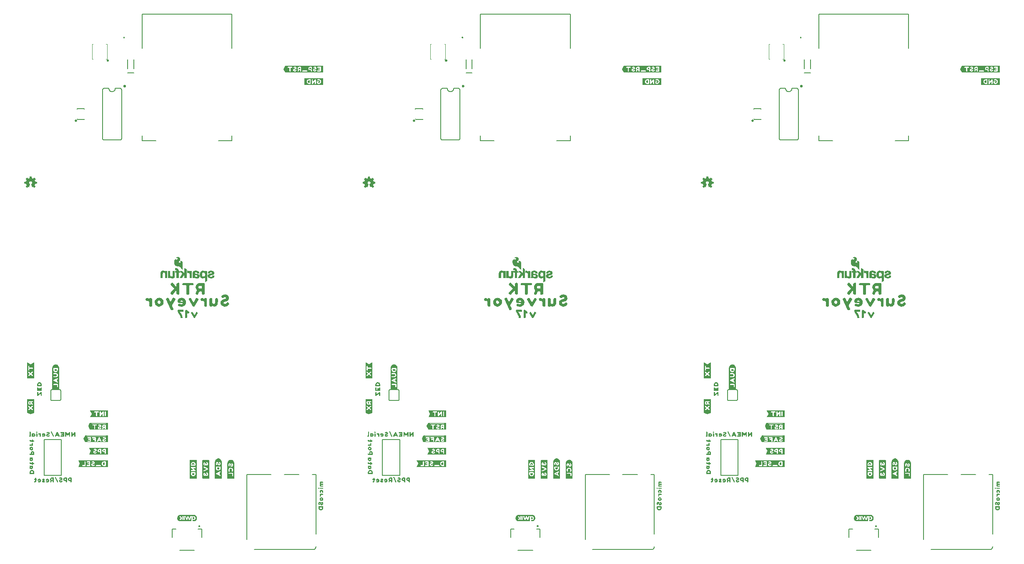
<source format=gbo>
G04 EAGLE Gerber RS-274X export*
G75*
%MOMM*%
%FSLAX34Y34*%
%LPD*%
%INSilkscreen Bottom*%
%IPPOS*%
%AMOC8*
5,1,8,0,0,1.08239X$1,22.5*%
G01*
%ADD10C,0.203200*%
%ADD11C,0.152400*%
%ADD12C,0.254000*%
%ADD13C,0.508000*%
%ADD14C,0.177800*%
%ADD15C,0.101600*%

G36*
X1991717Y972966D02*
X1991717Y972966D01*
X1991715Y972970D01*
X1991719Y972972D01*
X1991819Y973572D01*
X1991816Y973577D01*
X1991819Y973580D01*
X1991819Y986480D01*
X1991783Y986527D01*
X1991781Y986525D01*
X1991780Y986528D01*
X1991280Y986628D01*
X1991273Y986625D01*
X1991270Y986629D01*
X1915870Y986629D01*
X1915865Y986625D01*
X1915862Y986628D01*
X1915262Y986528D01*
X1915240Y986504D01*
X1915226Y986502D01*
X1911826Y979902D01*
X1911828Y979890D01*
X1911825Y979888D01*
X1911830Y979882D01*
X1911832Y979870D01*
X1911826Y979858D01*
X1912126Y979258D01*
X1915126Y973158D01*
X1915150Y973146D01*
X1915154Y973133D01*
X1915754Y972933D01*
X1915765Y972937D01*
X1915770Y972930D01*
X1991670Y972930D01*
X1991717Y972966D01*
G37*
G36*
X1304647Y972966D02*
X1304647Y972966D01*
X1304645Y972970D01*
X1304649Y972972D01*
X1304749Y973572D01*
X1304746Y973577D01*
X1304749Y973580D01*
X1304749Y986480D01*
X1304713Y986527D01*
X1304711Y986525D01*
X1304710Y986528D01*
X1304210Y986628D01*
X1304203Y986625D01*
X1304200Y986629D01*
X1228800Y986629D01*
X1228795Y986625D01*
X1228792Y986628D01*
X1228192Y986528D01*
X1228170Y986504D01*
X1228156Y986502D01*
X1224756Y979902D01*
X1224758Y979890D01*
X1224755Y979888D01*
X1224760Y979882D01*
X1224762Y979870D01*
X1224756Y979858D01*
X1225056Y979258D01*
X1228056Y973158D01*
X1228080Y973146D01*
X1228084Y973133D01*
X1228684Y972933D01*
X1228695Y972937D01*
X1228700Y972930D01*
X1304600Y972930D01*
X1304647Y972966D01*
G37*
G36*
X617577Y972966D02*
X617577Y972966D01*
X617575Y972970D01*
X617579Y972972D01*
X617679Y973572D01*
X617676Y973577D01*
X617679Y973580D01*
X617679Y986480D01*
X617643Y986527D01*
X617641Y986525D01*
X617640Y986528D01*
X617140Y986628D01*
X617133Y986625D01*
X617130Y986629D01*
X541730Y986629D01*
X541725Y986625D01*
X541722Y986628D01*
X541122Y986528D01*
X541100Y986504D01*
X541086Y986502D01*
X537686Y979902D01*
X537688Y979890D01*
X537685Y979888D01*
X537690Y979882D01*
X537692Y979870D01*
X537686Y979858D01*
X537986Y979258D01*
X540986Y973158D01*
X541010Y973146D01*
X541014Y973133D01*
X541614Y972933D01*
X541625Y972937D01*
X541630Y972930D01*
X617530Y972930D01*
X617577Y972966D01*
G37*
G36*
X1554245Y170294D02*
X1554245Y170294D01*
X1554248Y170291D01*
X1554848Y170391D01*
X1554889Y170434D01*
X1554886Y170437D01*
X1554889Y170440D01*
X1554889Y183940D01*
X1554853Y183987D01*
X1554846Y183981D01*
X1554840Y183989D01*
X1551540Y183989D01*
X1551514Y183969D01*
X1551501Y183970D01*
X1551479Y183941D01*
X1551479Y183970D01*
X1551455Y183969D01*
X1551440Y183989D01*
X1495340Y183989D01*
X1495331Y183982D01*
X1495327Y183982D01*
X1495322Y183985D01*
X1494822Y183785D01*
X1494804Y183756D01*
X1494795Y183749D01*
X1494798Y183745D01*
X1494791Y183734D01*
X1494802Y183728D01*
X1494796Y183717D01*
X1497895Y177720D01*
X1498087Y177143D01*
X1494796Y170461D01*
X1494795Y170461D01*
X1494796Y170459D01*
X1494807Y170403D01*
X1494824Y170406D01*
X1494832Y170391D01*
X1495432Y170291D01*
X1495437Y170294D01*
X1495440Y170290D01*
X1554240Y170290D01*
X1554245Y170294D01*
G37*
G36*
X180105Y170294D02*
X180105Y170294D01*
X180108Y170291D01*
X180708Y170391D01*
X180749Y170434D01*
X180746Y170437D01*
X180749Y170440D01*
X180749Y183940D01*
X180713Y183987D01*
X180706Y183981D01*
X180700Y183989D01*
X177400Y183989D01*
X177374Y183969D01*
X177361Y183970D01*
X177339Y183941D01*
X177339Y183970D01*
X177315Y183969D01*
X177300Y183989D01*
X121200Y183989D01*
X121191Y183982D01*
X121187Y183982D01*
X121182Y183985D01*
X120682Y183785D01*
X120664Y183756D01*
X120655Y183749D01*
X120658Y183745D01*
X120651Y183734D01*
X120662Y183728D01*
X120656Y183717D01*
X123755Y177720D01*
X123947Y177143D01*
X120656Y170461D01*
X120655Y170461D01*
X120656Y170459D01*
X120667Y170403D01*
X120684Y170406D01*
X120692Y170391D01*
X121292Y170291D01*
X121297Y170294D01*
X121300Y170290D01*
X180100Y170290D01*
X180105Y170294D01*
G37*
G36*
X867175Y170294D02*
X867175Y170294D01*
X867178Y170291D01*
X867778Y170391D01*
X867819Y170434D01*
X867816Y170437D01*
X867819Y170440D01*
X867819Y183940D01*
X867783Y183987D01*
X867776Y183981D01*
X867770Y183989D01*
X864470Y183989D01*
X864444Y183969D01*
X864431Y183970D01*
X864409Y183941D01*
X864409Y183970D01*
X864385Y183969D01*
X864370Y183989D01*
X808270Y183989D01*
X808261Y183982D01*
X808257Y183982D01*
X808252Y183985D01*
X807752Y183785D01*
X807734Y183756D01*
X807725Y183749D01*
X807728Y183745D01*
X807721Y183734D01*
X807732Y183728D01*
X807726Y183717D01*
X810825Y177720D01*
X811017Y177143D01*
X807726Y170461D01*
X807725Y170461D01*
X807726Y170459D01*
X807737Y170403D01*
X807754Y170406D01*
X807762Y170391D01*
X808362Y170291D01*
X808367Y170294D01*
X808370Y170290D01*
X867170Y170290D01*
X867175Y170294D01*
G37*
G36*
X768315Y327732D02*
X768315Y327732D01*
X768325Y327727D01*
X768825Y328027D01*
X768833Y328047D01*
X768840Y328052D01*
X768837Y328056D01*
X768839Y328062D01*
X768849Y328070D01*
X768849Y372770D01*
X768846Y372774D01*
X768849Y372777D01*
X768749Y373477D01*
X768744Y373481D01*
X768747Y373485D01*
X768547Y374084D01*
X768347Y374783D01*
X768342Y374787D01*
X768344Y374792D01*
X767744Y375992D01*
X767737Y375995D01*
X767738Y376000D01*
X767340Y376499D01*
X766941Y377097D01*
X766931Y377101D01*
X766931Y377108D01*
X766431Y377508D01*
X766427Y377508D01*
X766427Y377511D01*
X765227Y378311D01*
X765223Y378310D01*
X765222Y378314D01*
X764622Y378614D01*
X764617Y378613D01*
X764616Y378616D01*
X764016Y378816D01*
X764014Y378816D01*
X764014Y378817D01*
X763314Y379017D01*
X763310Y379015D01*
X763308Y379018D01*
X762708Y379118D01*
X762703Y379115D01*
X762700Y379119D01*
X761300Y379119D01*
X761296Y379116D01*
X761293Y379118D01*
X760593Y379018D01*
X760588Y379014D01*
X760584Y379016D01*
X759985Y378817D01*
X759286Y378617D01*
X759282Y378611D01*
X759278Y378614D01*
X758678Y378314D01*
X758675Y378307D01*
X758669Y378308D01*
X758171Y377909D01*
X757573Y377511D01*
X757570Y377504D01*
X757565Y377504D01*
X757065Y377004D01*
X757065Y377000D01*
X757062Y377000D01*
X756262Y376000D01*
X756261Y375993D01*
X756256Y375992D01*
X755656Y374792D01*
X755657Y374785D01*
X755653Y374783D01*
X755620Y374669D01*
X755578Y374521D01*
X755564Y374472D01*
X755522Y374324D01*
X755479Y374176D01*
X755465Y374127D01*
X755453Y374084D01*
X755253Y373485D01*
X755255Y373479D01*
X755251Y373477D01*
X755151Y372777D01*
X755154Y372772D01*
X755151Y372770D01*
X755151Y328270D01*
X755162Y328255D01*
X755158Y328244D01*
X755458Y327744D01*
X755492Y327730D01*
X755500Y327720D01*
X768300Y327720D01*
X768315Y327732D01*
G37*
G36*
X1455385Y327732D02*
X1455385Y327732D01*
X1455395Y327727D01*
X1455895Y328027D01*
X1455903Y328047D01*
X1455910Y328052D01*
X1455907Y328056D01*
X1455909Y328062D01*
X1455919Y328070D01*
X1455919Y372770D01*
X1455916Y372774D01*
X1455919Y372777D01*
X1455819Y373477D01*
X1455814Y373481D01*
X1455817Y373485D01*
X1455617Y374084D01*
X1455417Y374783D01*
X1455412Y374787D01*
X1455414Y374792D01*
X1454814Y375992D01*
X1454807Y375995D01*
X1454808Y376000D01*
X1454410Y376499D01*
X1454011Y377097D01*
X1454001Y377101D01*
X1454001Y377108D01*
X1453501Y377508D01*
X1453497Y377508D01*
X1453497Y377511D01*
X1452297Y378311D01*
X1452293Y378310D01*
X1452292Y378314D01*
X1451692Y378614D01*
X1451687Y378613D01*
X1451686Y378616D01*
X1451086Y378816D01*
X1451084Y378816D01*
X1451084Y378817D01*
X1450384Y379017D01*
X1450380Y379015D01*
X1450378Y379018D01*
X1449778Y379118D01*
X1449773Y379115D01*
X1449770Y379119D01*
X1448370Y379119D01*
X1448366Y379116D01*
X1448363Y379118D01*
X1447663Y379018D01*
X1447658Y379014D01*
X1447654Y379016D01*
X1447055Y378817D01*
X1446356Y378617D01*
X1446352Y378611D01*
X1446348Y378614D01*
X1445748Y378314D01*
X1445745Y378307D01*
X1445739Y378308D01*
X1445241Y377909D01*
X1444643Y377511D01*
X1444640Y377504D01*
X1444635Y377504D01*
X1444135Y377004D01*
X1444135Y377000D01*
X1444132Y377000D01*
X1443332Y376000D01*
X1443331Y375993D01*
X1443326Y375992D01*
X1442726Y374792D01*
X1442727Y374785D01*
X1442723Y374783D01*
X1442690Y374669D01*
X1442648Y374521D01*
X1442634Y374472D01*
X1442592Y374324D01*
X1442549Y374176D01*
X1442535Y374127D01*
X1442523Y374084D01*
X1442323Y373485D01*
X1442325Y373479D01*
X1442321Y373477D01*
X1442221Y372777D01*
X1442224Y372772D01*
X1442221Y372770D01*
X1442221Y328270D01*
X1442232Y328255D01*
X1442228Y328244D01*
X1442528Y327744D01*
X1442562Y327730D01*
X1442570Y327720D01*
X1455370Y327720D01*
X1455385Y327732D01*
G37*
G36*
X81245Y327732D02*
X81245Y327732D01*
X81255Y327727D01*
X81755Y328027D01*
X81763Y328047D01*
X81770Y328052D01*
X81767Y328056D01*
X81769Y328062D01*
X81779Y328070D01*
X81779Y372770D01*
X81776Y372774D01*
X81779Y372777D01*
X81679Y373477D01*
X81674Y373481D01*
X81677Y373485D01*
X81477Y374084D01*
X81277Y374783D01*
X81272Y374787D01*
X81274Y374792D01*
X80674Y375992D01*
X80667Y375995D01*
X80668Y376000D01*
X80270Y376499D01*
X79871Y377097D01*
X79861Y377101D01*
X79861Y377108D01*
X79361Y377508D01*
X79357Y377508D01*
X79357Y377511D01*
X78157Y378311D01*
X78153Y378310D01*
X78152Y378314D01*
X77552Y378614D01*
X77547Y378613D01*
X77546Y378616D01*
X76946Y378816D01*
X76944Y378816D01*
X76944Y378817D01*
X76244Y379017D01*
X76240Y379015D01*
X76238Y379018D01*
X75638Y379118D01*
X75633Y379115D01*
X75630Y379119D01*
X74230Y379119D01*
X74226Y379116D01*
X74223Y379118D01*
X73523Y379018D01*
X73518Y379014D01*
X73514Y379016D01*
X72915Y378817D01*
X72216Y378617D01*
X72212Y378611D01*
X72208Y378614D01*
X71608Y378314D01*
X71605Y378307D01*
X71599Y378308D01*
X71101Y377909D01*
X70503Y377511D01*
X70500Y377504D01*
X70495Y377504D01*
X69995Y377004D01*
X69995Y377000D01*
X69992Y377000D01*
X69192Y376000D01*
X69191Y375993D01*
X69186Y375992D01*
X68586Y374792D01*
X68587Y374785D01*
X68583Y374783D01*
X68550Y374669D01*
X68508Y374521D01*
X68494Y374472D01*
X68452Y374324D01*
X68409Y374176D01*
X68395Y374127D01*
X68383Y374084D01*
X68183Y373485D01*
X68185Y373479D01*
X68181Y373477D01*
X68081Y372777D01*
X68084Y372772D01*
X68081Y372770D01*
X68081Y328270D01*
X68092Y328255D01*
X68088Y328244D01*
X68388Y327744D01*
X68422Y327730D01*
X68430Y327720D01*
X81230Y327720D01*
X81245Y327732D01*
G37*
G36*
X867225Y221094D02*
X867225Y221094D01*
X867228Y221091D01*
X867828Y221191D01*
X867869Y221234D01*
X867866Y221237D01*
X867869Y221240D01*
X867869Y234740D01*
X867833Y234787D01*
X867826Y234781D01*
X867820Y234789D01*
X821720Y234789D01*
X821695Y234770D01*
X821682Y234770D01*
X821282Y234270D01*
X821281Y234263D01*
X821276Y234262D01*
X818276Y228262D01*
X818278Y228249D01*
X818273Y228245D01*
X818274Y228242D01*
X818271Y228240D01*
X818271Y227640D01*
X818281Y227627D01*
X818276Y227617D01*
X821376Y221517D01*
X821386Y221512D01*
X821385Y221505D01*
X821785Y221105D01*
X821812Y221101D01*
X821820Y221090D01*
X867220Y221090D01*
X867225Y221094D01*
G37*
G36*
X180155Y221094D02*
X180155Y221094D01*
X180158Y221091D01*
X180758Y221191D01*
X180799Y221234D01*
X180796Y221237D01*
X180799Y221240D01*
X180799Y234740D01*
X180763Y234787D01*
X180756Y234781D01*
X180750Y234789D01*
X134650Y234789D01*
X134625Y234770D01*
X134612Y234770D01*
X134212Y234270D01*
X134211Y234263D01*
X134206Y234262D01*
X131206Y228262D01*
X131208Y228249D01*
X131203Y228245D01*
X131204Y228242D01*
X131201Y228240D01*
X131201Y227640D01*
X131211Y227627D01*
X131206Y227617D01*
X134306Y221517D01*
X134316Y221512D01*
X134315Y221505D01*
X134715Y221105D01*
X134742Y221101D01*
X134750Y221090D01*
X180150Y221090D01*
X180155Y221094D01*
G37*
G36*
X1554295Y221094D02*
X1554295Y221094D01*
X1554298Y221091D01*
X1554898Y221191D01*
X1554939Y221234D01*
X1554936Y221237D01*
X1554939Y221240D01*
X1554939Y234740D01*
X1554903Y234787D01*
X1554896Y234781D01*
X1554890Y234789D01*
X1508790Y234789D01*
X1508765Y234770D01*
X1508752Y234770D01*
X1508352Y234270D01*
X1508351Y234263D01*
X1508346Y234262D01*
X1505346Y228262D01*
X1505348Y228249D01*
X1505343Y228245D01*
X1505344Y228242D01*
X1505341Y228240D01*
X1505341Y227640D01*
X1505351Y227627D01*
X1505346Y227617D01*
X1508446Y221517D01*
X1508456Y221512D01*
X1508455Y221505D01*
X1508855Y221105D01*
X1508882Y221101D01*
X1508890Y221090D01*
X1554290Y221090D01*
X1554295Y221094D01*
G37*
G36*
X411548Y146874D02*
X411548Y146874D01*
X411560Y146870D01*
X411960Y147170D01*
X411964Y147186D01*
X411971Y147192D01*
X411967Y147197D01*
X411969Y147201D01*
X411979Y147210D01*
X411979Y181010D01*
X411976Y181014D01*
X411979Y181017D01*
X411879Y181713D01*
X411879Y182410D01*
X411872Y182419D01*
X411877Y182425D01*
X411677Y183024D01*
X411477Y183723D01*
X411472Y183727D01*
X411474Y183732D01*
X411174Y184332D01*
X411170Y184334D01*
X411171Y184337D01*
X410771Y184937D01*
X410768Y184938D01*
X410768Y184940D01*
X409968Y185940D01*
X409964Y185941D01*
X409965Y185944D01*
X409465Y186444D01*
X409458Y186445D01*
X409457Y186451D01*
X408857Y186851D01*
X408856Y186850D01*
X408855Y186852D01*
X408355Y187152D01*
X408350Y187151D01*
X408349Y187155D01*
X407649Y187455D01*
X407646Y187454D01*
X407646Y187456D01*
X406446Y187856D01*
X406439Y187854D01*
X406437Y187858D01*
X405737Y187958D01*
X405732Y187956D01*
X405730Y187959D01*
X405030Y187959D01*
X405026Y187956D01*
X405023Y187958D01*
X404323Y187858D01*
X404322Y187858D01*
X403722Y187758D01*
X403023Y187658D01*
X403015Y187650D01*
X403008Y187654D01*
X401808Y187054D01*
X401806Y187049D01*
X401803Y187051D01*
X401203Y186651D01*
X401202Y186647D01*
X401199Y186648D01*
X400199Y185848D01*
X400198Y185844D01*
X400195Y185844D01*
X399695Y185344D01*
X399694Y185333D01*
X399686Y185332D01*
X399387Y184734D01*
X398989Y184137D01*
X398990Y184127D01*
X398983Y184125D01*
X398783Y183525D01*
X398784Y183524D01*
X398783Y183523D01*
X398781Y183516D01*
X398738Y183368D01*
X398724Y183319D01*
X398682Y183171D01*
X398640Y183023D01*
X398626Y182974D01*
X398584Y182826D01*
X398583Y182824D01*
X398383Y182225D01*
X398385Y182219D01*
X398381Y182217D01*
X398281Y181517D01*
X398284Y181512D01*
X398281Y181510D01*
X398281Y147310D01*
X398294Y147292D01*
X398291Y147280D01*
X398591Y146880D01*
X398622Y146871D01*
X398630Y146860D01*
X411530Y146860D01*
X411548Y146874D01*
G37*
G36*
X1785688Y146874D02*
X1785688Y146874D01*
X1785700Y146870D01*
X1786100Y147170D01*
X1786104Y147186D01*
X1786111Y147192D01*
X1786107Y147197D01*
X1786109Y147201D01*
X1786119Y147210D01*
X1786119Y181010D01*
X1786116Y181014D01*
X1786119Y181017D01*
X1786019Y181713D01*
X1786019Y182410D01*
X1786012Y182419D01*
X1786017Y182425D01*
X1785817Y183024D01*
X1785617Y183723D01*
X1785612Y183727D01*
X1785614Y183732D01*
X1785314Y184332D01*
X1785310Y184334D01*
X1785311Y184337D01*
X1784911Y184937D01*
X1784908Y184938D01*
X1784908Y184940D01*
X1784108Y185940D01*
X1784104Y185941D01*
X1784105Y185944D01*
X1783605Y186444D01*
X1783598Y186445D01*
X1783597Y186451D01*
X1782997Y186851D01*
X1782996Y186850D01*
X1782995Y186852D01*
X1782495Y187152D01*
X1782490Y187151D01*
X1782489Y187155D01*
X1781789Y187455D01*
X1781786Y187454D01*
X1781786Y187456D01*
X1780586Y187856D01*
X1780579Y187854D01*
X1780577Y187858D01*
X1779877Y187958D01*
X1779872Y187956D01*
X1779870Y187959D01*
X1779170Y187959D01*
X1779166Y187956D01*
X1779163Y187958D01*
X1778463Y187858D01*
X1778462Y187858D01*
X1777862Y187758D01*
X1777163Y187658D01*
X1777155Y187650D01*
X1777148Y187654D01*
X1775948Y187054D01*
X1775946Y187049D01*
X1775943Y187051D01*
X1775343Y186651D01*
X1775342Y186647D01*
X1775339Y186648D01*
X1774339Y185848D01*
X1774338Y185844D01*
X1774335Y185844D01*
X1773835Y185344D01*
X1773834Y185333D01*
X1773826Y185332D01*
X1773527Y184734D01*
X1773129Y184137D01*
X1773130Y184127D01*
X1773123Y184125D01*
X1772923Y183525D01*
X1772924Y183524D01*
X1772923Y183523D01*
X1772921Y183516D01*
X1772878Y183368D01*
X1772864Y183319D01*
X1772822Y183171D01*
X1772780Y183023D01*
X1772766Y182974D01*
X1772724Y182826D01*
X1772723Y182824D01*
X1772523Y182225D01*
X1772525Y182219D01*
X1772521Y182217D01*
X1772421Y181517D01*
X1772424Y181512D01*
X1772421Y181510D01*
X1772421Y147310D01*
X1772434Y147292D01*
X1772431Y147280D01*
X1772731Y146880D01*
X1772762Y146871D01*
X1772770Y146860D01*
X1785670Y146860D01*
X1785688Y146874D01*
G37*
G36*
X1098618Y146874D02*
X1098618Y146874D01*
X1098630Y146870D01*
X1099030Y147170D01*
X1099034Y147186D01*
X1099041Y147192D01*
X1099037Y147197D01*
X1099039Y147201D01*
X1099049Y147210D01*
X1099049Y181010D01*
X1099046Y181014D01*
X1099049Y181017D01*
X1098949Y181713D01*
X1098949Y182410D01*
X1098942Y182419D01*
X1098947Y182425D01*
X1098747Y183024D01*
X1098547Y183723D01*
X1098542Y183727D01*
X1098544Y183732D01*
X1098244Y184332D01*
X1098240Y184334D01*
X1098241Y184337D01*
X1097841Y184937D01*
X1097838Y184938D01*
X1097838Y184940D01*
X1097038Y185940D01*
X1097034Y185941D01*
X1097035Y185944D01*
X1096535Y186444D01*
X1096528Y186445D01*
X1096527Y186451D01*
X1095927Y186851D01*
X1095926Y186850D01*
X1095925Y186852D01*
X1095425Y187152D01*
X1095420Y187151D01*
X1095419Y187155D01*
X1094719Y187455D01*
X1094716Y187454D01*
X1094716Y187456D01*
X1093516Y187856D01*
X1093509Y187854D01*
X1093507Y187858D01*
X1092807Y187958D01*
X1092802Y187956D01*
X1092800Y187959D01*
X1092100Y187959D01*
X1092096Y187956D01*
X1092093Y187958D01*
X1091393Y187858D01*
X1091392Y187858D01*
X1090792Y187758D01*
X1090093Y187658D01*
X1090085Y187650D01*
X1090078Y187654D01*
X1088878Y187054D01*
X1088876Y187049D01*
X1088873Y187051D01*
X1088273Y186651D01*
X1088272Y186647D01*
X1088269Y186648D01*
X1087269Y185848D01*
X1087268Y185844D01*
X1087265Y185844D01*
X1086765Y185344D01*
X1086764Y185333D01*
X1086756Y185332D01*
X1086457Y184734D01*
X1086059Y184137D01*
X1086060Y184127D01*
X1086053Y184125D01*
X1085853Y183525D01*
X1085854Y183524D01*
X1085853Y183523D01*
X1085851Y183516D01*
X1085808Y183368D01*
X1085794Y183319D01*
X1085752Y183171D01*
X1085710Y183023D01*
X1085696Y182974D01*
X1085654Y182826D01*
X1085653Y182824D01*
X1085453Y182225D01*
X1085455Y182219D01*
X1085451Y182217D01*
X1085351Y181517D01*
X1085354Y181512D01*
X1085351Y181510D01*
X1085351Y147310D01*
X1085364Y147292D01*
X1085361Y147280D01*
X1085661Y146880D01*
X1085692Y146871D01*
X1085700Y146860D01*
X1098600Y146860D01*
X1098618Y146874D01*
G37*
G36*
X180471Y246507D02*
X180471Y246507D01*
X180485Y246505D01*
X180785Y246805D01*
X180786Y246817D01*
X180793Y246822D01*
X180788Y246828D01*
X180789Y246831D01*
X180799Y246840D01*
X180799Y259740D01*
X180786Y259757D01*
X180789Y259769D01*
X180489Y260169D01*
X180458Y260178D01*
X180450Y260189D01*
X144850Y260189D01*
X144841Y260182D01*
X144838Y260182D01*
X144834Y260178D01*
X144825Y260182D01*
X144325Y259882D01*
X144317Y259864D01*
X144306Y259862D01*
X141306Y253862D01*
X141307Y253856D01*
X141303Y253855D01*
X141103Y253255D01*
X141105Y253252D01*
X141104Y253251D01*
X141106Y253248D01*
X141112Y253230D01*
X141106Y253218D01*
X144106Y247118D01*
X144406Y246518D01*
X144443Y246499D01*
X144450Y246490D01*
X180450Y246490D01*
X180471Y246507D01*
G37*
G36*
X1554611Y246507D02*
X1554611Y246507D01*
X1554625Y246505D01*
X1554925Y246805D01*
X1554926Y246817D01*
X1554933Y246822D01*
X1554928Y246828D01*
X1554929Y246831D01*
X1554939Y246840D01*
X1554939Y259740D01*
X1554926Y259757D01*
X1554929Y259769D01*
X1554629Y260169D01*
X1554598Y260178D01*
X1554590Y260189D01*
X1518990Y260189D01*
X1518981Y260182D01*
X1518978Y260182D01*
X1518974Y260178D01*
X1518965Y260182D01*
X1518465Y259882D01*
X1518457Y259864D01*
X1518446Y259862D01*
X1515446Y253862D01*
X1515447Y253856D01*
X1515443Y253855D01*
X1515243Y253255D01*
X1515245Y253252D01*
X1515244Y253251D01*
X1515246Y253248D01*
X1515252Y253230D01*
X1515246Y253218D01*
X1518246Y247118D01*
X1518546Y246518D01*
X1518583Y246499D01*
X1518590Y246490D01*
X1554590Y246490D01*
X1554611Y246507D01*
G37*
G36*
X867541Y246507D02*
X867541Y246507D01*
X867555Y246505D01*
X867855Y246805D01*
X867856Y246817D01*
X867863Y246822D01*
X867858Y246828D01*
X867859Y246831D01*
X867869Y246840D01*
X867869Y259740D01*
X867856Y259757D01*
X867859Y259769D01*
X867559Y260169D01*
X867528Y260178D01*
X867520Y260189D01*
X831920Y260189D01*
X831911Y260182D01*
X831908Y260182D01*
X831904Y260178D01*
X831895Y260182D01*
X831395Y259882D01*
X831387Y259864D01*
X831376Y259862D01*
X828376Y253862D01*
X828377Y253856D01*
X828373Y253855D01*
X828173Y253255D01*
X828175Y253252D01*
X828174Y253251D01*
X828176Y253248D01*
X828182Y253230D01*
X828176Y253218D01*
X831176Y247118D01*
X831476Y246518D01*
X831513Y246499D01*
X831520Y246490D01*
X867520Y246490D01*
X867541Y246507D01*
G37*
G36*
X1304105Y947534D02*
X1304105Y947534D01*
X1304108Y947531D01*
X1304708Y947631D01*
X1304749Y947674D01*
X1304746Y947677D01*
X1304749Y947680D01*
X1304749Y961180D01*
X1304713Y961227D01*
X1304706Y961221D01*
X1304700Y961229D01*
X1267500Y961229D01*
X1267495Y961225D01*
X1267492Y961228D01*
X1266892Y961128D01*
X1266855Y961089D01*
X1266853Y961087D01*
X1266851Y961085D01*
X1266854Y961082D01*
X1266851Y961080D01*
X1266851Y947580D01*
X1266887Y947532D01*
X1266894Y947538D01*
X1266900Y947530D01*
X1304100Y947530D01*
X1304105Y947534D01*
G37*
G36*
X617035Y947534D02*
X617035Y947534D01*
X617038Y947531D01*
X617638Y947631D01*
X617679Y947674D01*
X617676Y947677D01*
X617679Y947680D01*
X617679Y961180D01*
X617643Y961227D01*
X617636Y961221D01*
X617630Y961229D01*
X580430Y961229D01*
X580425Y961225D01*
X580422Y961228D01*
X579822Y961128D01*
X579785Y961089D01*
X579783Y961087D01*
X579781Y961085D01*
X579784Y961082D01*
X579781Y961080D01*
X579781Y947580D01*
X579817Y947532D01*
X579824Y947538D01*
X579830Y947530D01*
X617030Y947530D01*
X617035Y947534D01*
G37*
G36*
X1991175Y947534D02*
X1991175Y947534D01*
X1991178Y947531D01*
X1991778Y947631D01*
X1991819Y947674D01*
X1991816Y947677D01*
X1991819Y947680D01*
X1991819Y961180D01*
X1991783Y961227D01*
X1991776Y961221D01*
X1991770Y961229D01*
X1954570Y961229D01*
X1954565Y961225D01*
X1954562Y961228D01*
X1953962Y961128D01*
X1953925Y961089D01*
X1953923Y961087D01*
X1953921Y961085D01*
X1953924Y961082D01*
X1953921Y961080D01*
X1953921Y947580D01*
X1953957Y947532D01*
X1953964Y947538D01*
X1953970Y947530D01*
X1991170Y947530D01*
X1991175Y947534D01*
G37*
G36*
X1048247Y146796D02*
X1048247Y146796D01*
X1048242Y146804D01*
X1048249Y146810D01*
X1048249Y184010D01*
X1048246Y184014D01*
X1048249Y184018D01*
X1048149Y184618D01*
X1048105Y184659D01*
X1048103Y184656D01*
X1048100Y184659D01*
X1034600Y184659D01*
X1034553Y184623D01*
X1034558Y184615D01*
X1034551Y184610D01*
X1034551Y181310D01*
X1034571Y181283D01*
X1034571Y181270D01*
X1034600Y181249D01*
X1034569Y181247D01*
X1034570Y181224D01*
X1034551Y181210D01*
X1034551Y147410D01*
X1034554Y147405D01*
X1034551Y147402D01*
X1034651Y146802D01*
X1034695Y146761D01*
X1034698Y146764D01*
X1034700Y146760D01*
X1048200Y146760D01*
X1048247Y146796D01*
G37*
G36*
X361177Y146796D02*
X361177Y146796D01*
X361172Y146804D01*
X361179Y146810D01*
X361179Y184010D01*
X361176Y184014D01*
X361179Y184018D01*
X361079Y184618D01*
X361035Y184659D01*
X361033Y184656D01*
X361030Y184659D01*
X347530Y184659D01*
X347483Y184623D01*
X347488Y184615D01*
X347481Y184610D01*
X347481Y181310D01*
X347501Y181283D01*
X347501Y181270D01*
X347530Y181249D01*
X347499Y181247D01*
X347500Y181224D01*
X347481Y181210D01*
X347481Y147410D01*
X347484Y147405D01*
X347481Y147402D01*
X347581Y146802D01*
X347625Y146761D01*
X347628Y146764D01*
X347630Y146760D01*
X361130Y146760D01*
X361177Y146796D01*
G37*
G36*
X1735317Y146796D02*
X1735317Y146796D01*
X1735312Y146804D01*
X1735319Y146810D01*
X1735319Y184010D01*
X1735316Y184014D01*
X1735319Y184018D01*
X1735219Y184618D01*
X1735175Y184659D01*
X1735173Y184656D01*
X1735170Y184659D01*
X1721670Y184659D01*
X1721623Y184623D01*
X1721628Y184615D01*
X1721621Y184610D01*
X1721621Y181310D01*
X1721641Y181283D01*
X1721641Y181270D01*
X1721670Y181249D01*
X1721639Y181247D01*
X1721640Y181224D01*
X1721621Y181210D01*
X1721621Y147410D01*
X1721624Y147405D01*
X1721621Y147402D01*
X1721721Y146802D01*
X1721765Y146761D01*
X1721768Y146764D01*
X1721770Y146760D01*
X1735270Y146760D01*
X1735317Y146796D01*
G37*
G36*
X1760075Y147064D02*
X1760075Y147064D01*
X1760078Y147061D01*
X1760678Y147161D01*
X1760719Y147204D01*
X1760716Y147207D01*
X1760719Y147210D01*
X1760719Y183810D01*
X1760711Y183820D01*
X1760716Y183828D01*
X1760516Y184328D01*
X1760475Y184353D01*
X1760470Y184359D01*
X1747570Y184359D01*
X1747559Y184351D01*
X1747552Y184355D01*
X1747052Y184155D01*
X1747027Y184114D01*
X1747021Y184110D01*
X1747021Y147710D01*
X1747024Y147705D01*
X1747021Y147702D01*
X1747121Y147102D01*
X1747165Y147061D01*
X1747168Y147064D01*
X1747170Y147060D01*
X1760070Y147060D01*
X1760075Y147064D01*
G37*
G36*
X385935Y147064D02*
X385935Y147064D01*
X385938Y147061D01*
X386538Y147161D01*
X386579Y147204D01*
X386576Y147207D01*
X386579Y147210D01*
X386579Y183810D01*
X386571Y183820D01*
X386576Y183828D01*
X386376Y184328D01*
X386335Y184353D01*
X386330Y184359D01*
X373430Y184359D01*
X373419Y184351D01*
X373412Y184355D01*
X372912Y184155D01*
X372887Y184114D01*
X372881Y184110D01*
X372881Y147710D01*
X372884Y147705D01*
X372881Y147702D01*
X372981Y147102D01*
X373025Y147061D01*
X373028Y147064D01*
X373030Y147060D01*
X385930Y147060D01*
X385935Y147064D01*
G37*
G36*
X1073005Y147064D02*
X1073005Y147064D01*
X1073008Y147061D01*
X1073608Y147161D01*
X1073649Y147204D01*
X1073646Y147207D01*
X1073649Y147210D01*
X1073649Y183810D01*
X1073641Y183820D01*
X1073646Y183828D01*
X1073446Y184328D01*
X1073405Y184353D01*
X1073400Y184359D01*
X1060500Y184359D01*
X1060489Y184351D01*
X1060482Y184355D01*
X1059982Y184155D01*
X1059957Y184114D01*
X1059951Y184110D01*
X1059951Y147710D01*
X1059954Y147705D01*
X1059951Y147702D01*
X1060051Y147102D01*
X1060095Y147061D01*
X1060098Y147064D01*
X1060100Y147060D01*
X1073000Y147060D01*
X1073005Y147064D01*
G37*
G36*
X1811308Y147019D02*
X1811308Y147019D01*
X1811316Y147021D01*
X1811516Y147521D01*
X1811512Y147534D01*
X1811519Y147540D01*
X1811519Y178740D01*
X1811516Y178744D01*
X1811519Y178747D01*
X1811319Y180147D01*
X1811314Y180151D01*
X1811317Y180155D01*
X1811117Y180755D01*
X1811112Y180758D01*
X1811114Y180762D01*
X1810514Y181962D01*
X1810510Y181964D01*
X1810511Y181967D01*
X1810111Y182567D01*
X1810108Y182568D01*
X1810108Y182570D01*
X1809708Y183070D01*
X1809704Y183071D01*
X1809705Y183074D01*
X1809205Y183574D01*
X1809198Y183575D01*
X1809197Y183581D01*
X1808599Y183979D01*
X1808101Y184378D01*
X1808093Y184378D01*
X1808092Y184384D01*
X1807492Y184684D01*
X1807485Y184682D01*
X1807484Y184687D01*
X1806785Y184887D01*
X1806186Y185086D01*
X1806179Y185084D01*
X1806177Y185088D01*
X1804777Y185288D01*
X1804767Y185283D01*
X1804762Y185288D01*
X1804166Y185189D01*
X1803470Y185189D01*
X1803462Y185183D01*
X1803456Y185187D01*
X1802756Y184987D01*
X1802755Y184986D01*
X1802754Y184986D01*
X1802154Y184786D01*
X1802151Y184782D01*
X1802148Y184784D01*
X1800948Y184184D01*
X1800946Y184179D01*
X1800943Y184181D01*
X1800343Y183781D01*
X1800340Y183774D01*
X1800335Y183774D01*
X1799835Y183274D01*
X1799835Y183270D01*
X1799832Y183270D01*
X1799032Y182270D01*
X1799031Y182267D01*
X1799029Y182267D01*
X1798629Y181667D01*
X1798629Y181662D01*
X1798626Y181662D01*
X1798326Y181062D01*
X1798327Y181055D01*
X1798323Y181053D01*
X1798304Y180986D01*
X1798261Y180838D01*
X1798247Y180789D01*
X1798205Y180641D01*
X1798163Y180494D01*
X1798149Y180444D01*
X1798123Y180354D01*
X1797923Y179755D01*
X1797927Y179744D01*
X1797921Y179740D01*
X1797921Y179044D01*
X1797821Y178448D01*
X1797824Y178442D01*
X1797821Y178440D01*
X1797821Y147240D01*
X1797850Y147202D01*
X1797852Y147194D01*
X1798352Y146994D01*
X1798365Y146997D01*
X1798370Y146990D01*
X1811270Y146990D01*
X1811308Y147019D01*
G37*
G36*
X437168Y147019D02*
X437168Y147019D01*
X437176Y147021D01*
X437376Y147521D01*
X437372Y147534D01*
X437379Y147540D01*
X437379Y178740D01*
X437376Y178744D01*
X437379Y178747D01*
X437179Y180147D01*
X437174Y180151D01*
X437177Y180155D01*
X436977Y180755D01*
X436972Y180758D01*
X436974Y180762D01*
X436374Y181962D01*
X436370Y181964D01*
X436371Y181967D01*
X435971Y182567D01*
X435968Y182568D01*
X435968Y182570D01*
X435568Y183070D01*
X435564Y183071D01*
X435565Y183074D01*
X435065Y183574D01*
X435058Y183575D01*
X435057Y183581D01*
X434459Y183979D01*
X433961Y184378D01*
X433953Y184378D01*
X433952Y184384D01*
X433352Y184684D01*
X433345Y184682D01*
X433344Y184687D01*
X432645Y184887D01*
X432046Y185086D01*
X432039Y185084D01*
X432037Y185088D01*
X430637Y185288D01*
X430627Y185283D01*
X430622Y185288D01*
X430026Y185189D01*
X429330Y185189D01*
X429322Y185183D01*
X429316Y185187D01*
X428616Y184987D01*
X428615Y184986D01*
X428614Y184986D01*
X428014Y184786D01*
X428011Y184782D01*
X428008Y184784D01*
X426808Y184184D01*
X426806Y184179D01*
X426803Y184181D01*
X426203Y183781D01*
X426200Y183774D01*
X426195Y183774D01*
X425695Y183274D01*
X425695Y183270D01*
X425692Y183270D01*
X424892Y182270D01*
X424891Y182267D01*
X424889Y182267D01*
X424489Y181667D01*
X424489Y181662D01*
X424486Y181662D01*
X424186Y181062D01*
X424187Y181055D01*
X424183Y181053D01*
X424164Y180986D01*
X424121Y180838D01*
X424107Y180789D01*
X424065Y180641D01*
X424023Y180494D01*
X424009Y180444D01*
X423983Y180354D01*
X423783Y179755D01*
X423787Y179744D01*
X423781Y179740D01*
X423781Y179044D01*
X423681Y178448D01*
X423684Y178442D01*
X423681Y178440D01*
X423681Y147240D01*
X423710Y147202D01*
X423712Y147194D01*
X424212Y146994D01*
X424225Y146997D01*
X424230Y146990D01*
X437130Y146990D01*
X437168Y147019D01*
G37*
G36*
X1124238Y147019D02*
X1124238Y147019D01*
X1124246Y147021D01*
X1124446Y147521D01*
X1124442Y147534D01*
X1124449Y147540D01*
X1124449Y178740D01*
X1124446Y178744D01*
X1124449Y178747D01*
X1124249Y180147D01*
X1124244Y180151D01*
X1124247Y180155D01*
X1124047Y180755D01*
X1124042Y180758D01*
X1124044Y180762D01*
X1123444Y181962D01*
X1123440Y181964D01*
X1123441Y181967D01*
X1123041Y182567D01*
X1123038Y182568D01*
X1123038Y182570D01*
X1122638Y183070D01*
X1122634Y183071D01*
X1122635Y183074D01*
X1122135Y183574D01*
X1122128Y183575D01*
X1122127Y183581D01*
X1121529Y183979D01*
X1121031Y184378D01*
X1121023Y184378D01*
X1121022Y184384D01*
X1120422Y184684D01*
X1120415Y184682D01*
X1120414Y184687D01*
X1119715Y184887D01*
X1119116Y185086D01*
X1119109Y185084D01*
X1119107Y185088D01*
X1117707Y185288D01*
X1117697Y185283D01*
X1117692Y185288D01*
X1117096Y185189D01*
X1116400Y185189D01*
X1116392Y185183D01*
X1116386Y185187D01*
X1115686Y184987D01*
X1115685Y184986D01*
X1115684Y184986D01*
X1115084Y184786D01*
X1115081Y184782D01*
X1115078Y184784D01*
X1113878Y184184D01*
X1113876Y184179D01*
X1113873Y184181D01*
X1113273Y183781D01*
X1113270Y183774D01*
X1113265Y183774D01*
X1112765Y183274D01*
X1112765Y183270D01*
X1112762Y183270D01*
X1111962Y182270D01*
X1111961Y182267D01*
X1111959Y182267D01*
X1111559Y181667D01*
X1111559Y181662D01*
X1111556Y181662D01*
X1111256Y181062D01*
X1111257Y181055D01*
X1111253Y181053D01*
X1111234Y180986D01*
X1111191Y180838D01*
X1111177Y180789D01*
X1111135Y180641D01*
X1111093Y180494D01*
X1111079Y180444D01*
X1111053Y180354D01*
X1110853Y179755D01*
X1110857Y179744D01*
X1110851Y179740D01*
X1110851Y179044D01*
X1110751Y178448D01*
X1110754Y178442D01*
X1110751Y178440D01*
X1110751Y147240D01*
X1110780Y147202D01*
X1110782Y147194D01*
X1111282Y146994D01*
X1111295Y146997D01*
X1111300Y146990D01*
X1124200Y146990D01*
X1124238Y147019D01*
G37*
G36*
X180368Y195704D02*
X180368Y195704D01*
X180380Y195700D01*
X180780Y196000D01*
X180784Y196016D01*
X180791Y196022D01*
X180787Y196027D01*
X180789Y196031D01*
X180799Y196040D01*
X180799Y208940D01*
X180786Y208957D01*
X180789Y208969D01*
X180489Y209369D01*
X180458Y209378D01*
X180450Y209389D01*
X142850Y209389D01*
X142846Y209386D01*
X142841Y209388D01*
X142836Y209378D01*
X142803Y209353D01*
X142807Y209347D01*
X142806Y209346D01*
X142814Y209335D01*
X142806Y209318D01*
X143106Y208718D01*
X146097Y202736D01*
X145904Y202158D01*
X142906Y196061D01*
X142908Y196050D01*
X142906Y196048D01*
X142909Y196044D01*
X142913Y196024D01*
X142909Y196012D01*
X143109Y195712D01*
X143142Y195701D01*
X143150Y195690D01*
X180350Y195690D01*
X180368Y195704D01*
G37*
G36*
X1554508Y195704D02*
X1554508Y195704D01*
X1554520Y195700D01*
X1554920Y196000D01*
X1554924Y196016D01*
X1554931Y196022D01*
X1554927Y196027D01*
X1554929Y196031D01*
X1554939Y196040D01*
X1554939Y208940D01*
X1554926Y208957D01*
X1554929Y208969D01*
X1554629Y209369D01*
X1554598Y209378D01*
X1554590Y209389D01*
X1516990Y209389D01*
X1516986Y209386D01*
X1516981Y209388D01*
X1516976Y209378D01*
X1516943Y209353D01*
X1516947Y209347D01*
X1516946Y209346D01*
X1516954Y209335D01*
X1516946Y209318D01*
X1517246Y208718D01*
X1520237Y202736D01*
X1520044Y202158D01*
X1517046Y196061D01*
X1517048Y196050D01*
X1517046Y196048D01*
X1517049Y196044D01*
X1517053Y196024D01*
X1517049Y196012D01*
X1517249Y195712D01*
X1517282Y195701D01*
X1517290Y195690D01*
X1554490Y195690D01*
X1554508Y195704D01*
G37*
G36*
X867438Y195704D02*
X867438Y195704D01*
X867450Y195700D01*
X867850Y196000D01*
X867854Y196016D01*
X867861Y196022D01*
X867857Y196027D01*
X867859Y196031D01*
X867869Y196040D01*
X867869Y208940D01*
X867856Y208957D01*
X867859Y208969D01*
X867559Y209369D01*
X867528Y209378D01*
X867520Y209389D01*
X829920Y209389D01*
X829916Y209386D01*
X829911Y209388D01*
X829906Y209378D01*
X829873Y209353D01*
X829877Y209347D01*
X829876Y209346D01*
X829884Y209335D01*
X829876Y209318D01*
X830176Y208718D01*
X833167Y202736D01*
X832974Y202158D01*
X829976Y196061D01*
X829978Y196050D01*
X829976Y196048D01*
X829979Y196044D01*
X829983Y196024D01*
X829979Y196012D01*
X830179Y195712D01*
X830212Y195701D01*
X830220Y195690D01*
X867420Y195690D01*
X867438Y195704D01*
G37*
G36*
X180588Y271919D02*
X180588Y271919D01*
X180596Y271921D01*
X180796Y272421D01*
X180792Y272434D01*
X180799Y272440D01*
X180799Y285240D01*
X180780Y285265D01*
X180780Y285279D01*
X180380Y285579D01*
X180362Y285579D01*
X180359Y285582D01*
X180355Y285582D01*
X180350Y285589D01*
X144850Y285589D01*
X144849Y285588D01*
X144848Y285589D01*
X144845Y285585D01*
X144803Y285553D01*
X144807Y285547D01*
X144805Y285546D01*
X144812Y285537D01*
X144803Y285524D01*
X145003Y284924D01*
X145008Y284921D01*
X145006Y284917D01*
X148097Y278836D01*
X147904Y278258D01*
X144906Y272161D01*
X144908Y272151D01*
X144907Y272150D01*
X144908Y272148D01*
X144917Y272103D01*
X144922Y272104D01*
X144923Y272099D01*
X145223Y271899D01*
X145243Y271900D01*
X145250Y271890D01*
X180550Y271890D01*
X180588Y271919D01*
G37*
G36*
X867658Y271919D02*
X867658Y271919D01*
X867666Y271921D01*
X867866Y272421D01*
X867862Y272434D01*
X867869Y272440D01*
X867869Y285240D01*
X867850Y285265D01*
X867850Y285279D01*
X867450Y285579D01*
X867432Y285579D01*
X867429Y285582D01*
X867425Y285582D01*
X867420Y285589D01*
X831920Y285589D01*
X831919Y285588D01*
X831918Y285589D01*
X831915Y285585D01*
X831873Y285553D01*
X831877Y285547D01*
X831875Y285546D01*
X831882Y285537D01*
X831873Y285524D01*
X832073Y284924D01*
X832078Y284921D01*
X832076Y284917D01*
X835167Y278836D01*
X834974Y278258D01*
X831976Y272161D01*
X831978Y272151D01*
X831977Y272150D01*
X831978Y272148D01*
X831987Y272103D01*
X831992Y272104D01*
X831993Y272099D01*
X832293Y271899D01*
X832313Y271900D01*
X832320Y271890D01*
X867620Y271890D01*
X867658Y271919D01*
G37*
G36*
X1554728Y271919D02*
X1554728Y271919D01*
X1554736Y271921D01*
X1554936Y272421D01*
X1554932Y272434D01*
X1554939Y272440D01*
X1554939Y285240D01*
X1554920Y285265D01*
X1554920Y285279D01*
X1554520Y285579D01*
X1554502Y285579D01*
X1554499Y285582D01*
X1554495Y285582D01*
X1554490Y285589D01*
X1518990Y285589D01*
X1518989Y285588D01*
X1518988Y285589D01*
X1518985Y285585D01*
X1518943Y285553D01*
X1518947Y285547D01*
X1518945Y285546D01*
X1518952Y285537D01*
X1518943Y285524D01*
X1519143Y284924D01*
X1519148Y284921D01*
X1519146Y284917D01*
X1522237Y278836D01*
X1522044Y278258D01*
X1519046Y272161D01*
X1519048Y272151D01*
X1519047Y272150D01*
X1519048Y272148D01*
X1519057Y272103D01*
X1519062Y272104D01*
X1519063Y272099D01*
X1519363Y271899D01*
X1519383Y271900D01*
X1519390Y271890D01*
X1554690Y271890D01*
X1554728Y271919D01*
G37*
G36*
X1041970Y60067D02*
X1041970Y60067D01*
X1041972Y60066D01*
X1042500Y60089D01*
X1042502Y60090D01*
X1042504Y60089D01*
X1043558Y60196D01*
X1043562Y60199D01*
X1043570Y60198D01*
X1044583Y60507D01*
X1044585Y60509D01*
X1044590Y60509D01*
X1045073Y60718D01*
X1045075Y60721D01*
X1045079Y60721D01*
X1046000Y61242D01*
X1046003Y61246D01*
X1046010Y61248D01*
X1046827Y61922D01*
X1046828Y61927D01*
X1046835Y61930D01*
X1047521Y62735D01*
X1047521Y62738D01*
X1047525Y62740D01*
X1047822Y63176D01*
X1047822Y63180D01*
X1047825Y63182D01*
X1048319Y64118D01*
X1048319Y64119D01*
X1048320Y64119D01*
X1048319Y64124D01*
X1048324Y64129D01*
X1048638Y65141D01*
X1048637Y65145D01*
X1048640Y65149D01*
X1048723Y65670D01*
X1048723Y65672D01*
X1048724Y65674D01*
X1048777Y66201D01*
X1048776Y66202D01*
X1048777Y66204D01*
X1048806Y66731D01*
X1048804Y66735D01*
X1048806Y66741D01*
X1048699Y67795D01*
X1048697Y67798D01*
X1048698Y67804D01*
X1048567Y68315D01*
X1048565Y68316D01*
X1048566Y68318D01*
X1048409Y68824D01*
X1048407Y68825D01*
X1048407Y68828D01*
X1048217Y69320D01*
X1048214Y69322D01*
X1048214Y69327D01*
X1047708Y70259D01*
X1047704Y70261D01*
X1047702Y70268D01*
X1047029Y71087D01*
X1047028Y71087D01*
X1047027Y71089D01*
X1047025Y71090D01*
X1047024Y71092D01*
X1046642Y71456D01*
X1046640Y71456D01*
X1046639Y71459D01*
X1046230Y71796D01*
X1046228Y71796D01*
X1046227Y71798D01*
X1045803Y72111D01*
X1045799Y72112D01*
X1045795Y72116D01*
X1044864Y72621D01*
X1044859Y72621D01*
X1044853Y72626D01*
X1043845Y72948D01*
X1043842Y72947D01*
X1043838Y72950D01*
X1043321Y73054D01*
X1043319Y73053D01*
X1043315Y73055D01*
X1042261Y73159D01*
X1042258Y73158D01*
X1042255Y73160D01*
X1015239Y73160D01*
X1015237Y73158D01*
X1015233Y73159D01*
X1015044Y73140D01*
X1013990Y73034D01*
X1013985Y73031D01*
X1013978Y73032D01*
X1012964Y72730D01*
X1012962Y72728D01*
X1012957Y72728D01*
X1012471Y72525D01*
X1012469Y72523D01*
X1012464Y72522D01*
X1011539Y72008D01*
X1011537Y72003D01*
X1011530Y72001D01*
X1010713Y71327D01*
X1010711Y71323D01*
X1010706Y71321D01*
X1010352Y70929D01*
X1010352Y70928D01*
X1010350Y70927D01*
X1010013Y70519D01*
X1010012Y70516D01*
X1010010Y70515D01*
X1009707Y70083D01*
X1009707Y70079D01*
X1009704Y70076D01*
X1009203Y69143D01*
X1009203Y69138D01*
X1009198Y69132D01*
X1008884Y68120D01*
X1008885Y68117D01*
X1008882Y68113D01*
X1008791Y67593D01*
X1008792Y67591D01*
X1008791Y67588D01*
X1008701Y66534D01*
X1008704Y66529D01*
X1008702Y66522D01*
X1008808Y65468D01*
X1008810Y65465D01*
X1008809Y65460D01*
X1008933Y64947D01*
X1008935Y64946D01*
X1008934Y64943D01*
X1009091Y64437D01*
X1009092Y64436D01*
X1009092Y64434D01*
X1009276Y63939D01*
X1009279Y63937D01*
X1009279Y63931D01*
X1009785Y63000D01*
X1009789Y62997D01*
X1009791Y62990D01*
X1010458Y62168D01*
X1010461Y62167D01*
X1010463Y62163D01*
X1010840Y61794D01*
X1010843Y61794D01*
X1010845Y61790D01*
X1011674Y61133D01*
X1011679Y61133D01*
X1011683Y61128D01*
X1012614Y60622D01*
X1012619Y60623D01*
X1012625Y60618D01*
X1013630Y60289D01*
X1013633Y60290D01*
X1013637Y60287D01*
X1014152Y60176D01*
X1014155Y60177D01*
X1014159Y60175D01*
X1015213Y60069D01*
X1015215Y60070D01*
X1015219Y60068D01*
X1037797Y60066D01*
X1037815Y60078D01*
X1037836Y60080D01*
X1037845Y60097D01*
X1037854Y60103D01*
X1037853Y60113D01*
X1037860Y60126D01*
X1037869Y60316D01*
X1037869Y60317D01*
X1037870Y60319D01*
X1037889Y69946D01*
X1037890Y69947D01*
X1037889Y69953D01*
X1037892Y69955D01*
X1037891Y69962D01*
X1037897Y69977D01*
X1037893Y70223D01*
X1040193Y70223D01*
X1040204Y69996D01*
X1040204Y69392D01*
X1040208Y69385D01*
X1040205Y69378D01*
X1040225Y69358D01*
X1040240Y69335D01*
X1040248Y69336D01*
X1040254Y69330D01*
X1040304Y69342D01*
X1040548Y69527D01*
X1040548Y69528D01*
X1040550Y69528D01*
X1040955Y69858D01*
X1041413Y70095D01*
X1041908Y70244D01*
X1042423Y70300D01*
X1042942Y70267D01*
X1043454Y70178D01*
X1043947Y70020D01*
X1044400Y69768D01*
X1044800Y69440D01*
X1045143Y69053D01*
X1045424Y68618D01*
X1045640Y68145D01*
X1045772Y67641D01*
X1045855Y67126D01*
X1045895Y66605D01*
X1045859Y66084D01*
X1045786Y65566D01*
X1045661Y65060D01*
X1045454Y64583D01*
X1045189Y64137D01*
X1044864Y63734D01*
X1044478Y63388D01*
X1044029Y63131D01*
X1043545Y62946D01*
X1043040Y62829D01*
X1042522Y62780D01*
X1042005Y62815D01*
X1041502Y62935D01*
X1041037Y63156D01*
X1040626Y63472D01*
X1040309Y63769D01*
X1040298Y63771D01*
X1040292Y63781D01*
X1040267Y63777D01*
X1040242Y63781D01*
X1040236Y63772D01*
X1040225Y63771D01*
X1040206Y63730D01*
X1040204Y63726D01*
X1040204Y63724D01*
X1040204Y63723D01*
X1040204Y60545D01*
X1040204Y60544D01*
X1040204Y60543D01*
X1040216Y60127D01*
X1040228Y60109D01*
X1040231Y60088D01*
X1040248Y60080D01*
X1040254Y60071D01*
X1040264Y60073D01*
X1040278Y60066D01*
X1041969Y60066D01*
X1041970Y60067D01*
G37*
G36*
X354900Y60067D02*
X354900Y60067D01*
X354902Y60066D01*
X355430Y60089D01*
X355432Y60090D01*
X355434Y60089D01*
X356488Y60196D01*
X356492Y60199D01*
X356500Y60198D01*
X357513Y60507D01*
X357515Y60509D01*
X357520Y60509D01*
X358003Y60718D01*
X358005Y60721D01*
X358009Y60721D01*
X358930Y61242D01*
X358933Y61246D01*
X358940Y61248D01*
X359757Y61922D01*
X359758Y61927D01*
X359765Y61930D01*
X360451Y62735D01*
X360451Y62738D01*
X360455Y62740D01*
X360752Y63176D01*
X360752Y63180D01*
X360755Y63182D01*
X361249Y64118D01*
X361249Y64119D01*
X361250Y64119D01*
X361249Y64124D01*
X361254Y64129D01*
X361568Y65141D01*
X361567Y65145D01*
X361570Y65149D01*
X361653Y65670D01*
X361653Y65672D01*
X361654Y65674D01*
X361707Y66201D01*
X361706Y66202D01*
X361707Y66204D01*
X361736Y66731D01*
X361734Y66735D01*
X361736Y66741D01*
X361629Y67795D01*
X361627Y67798D01*
X361628Y67804D01*
X361497Y68315D01*
X361495Y68316D01*
X361496Y68318D01*
X361339Y68824D01*
X361337Y68825D01*
X361337Y68828D01*
X361147Y69320D01*
X361144Y69322D01*
X361144Y69327D01*
X360638Y70259D01*
X360634Y70261D01*
X360632Y70268D01*
X359959Y71087D01*
X359958Y71087D01*
X359957Y71089D01*
X359955Y71090D01*
X359954Y71092D01*
X359572Y71456D01*
X359570Y71456D01*
X359569Y71459D01*
X359160Y71796D01*
X359158Y71796D01*
X359157Y71798D01*
X358733Y72111D01*
X358729Y72112D01*
X358725Y72116D01*
X357794Y72621D01*
X357789Y72621D01*
X357783Y72626D01*
X356775Y72948D01*
X356772Y72947D01*
X356768Y72950D01*
X356251Y73054D01*
X356249Y73053D01*
X356245Y73055D01*
X355191Y73159D01*
X355188Y73158D01*
X355185Y73160D01*
X328169Y73160D01*
X328167Y73158D01*
X328163Y73159D01*
X327974Y73140D01*
X326920Y73034D01*
X326915Y73031D01*
X326908Y73032D01*
X325894Y72730D01*
X325892Y72728D01*
X325887Y72728D01*
X325401Y72525D01*
X325399Y72523D01*
X325394Y72522D01*
X324469Y72008D01*
X324467Y72003D01*
X324460Y72001D01*
X323643Y71327D01*
X323641Y71323D01*
X323636Y71321D01*
X323282Y70929D01*
X323282Y70928D01*
X323280Y70927D01*
X322943Y70519D01*
X322942Y70516D01*
X322940Y70515D01*
X322637Y70083D01*
X322637Y70079D01*
X322634Y70076D01*
X322133Y69143D01*
X322133Y69138D01*
X322128Y69132D01*
X321814Y68120D01*
X321815Y68117D01*
X321812Y68113D01*
X321721Y67593D01*
X321722Y67591D01*
X321721Y67588D01*
X321631Y66534D01*
X321634Y66529D01*
X321632Y66522D01*
X321738Y65468D01*
X321740Y65465D01*
X321739Y65460D01*
X321863Y64947D01*
X321865Y64946D01*
X321864Y64943D01*
X322021Y64437D01*
X322022Y64436D01*
X322022Y64434D01*
X322206Y63939D01*
X322209Y63937D01*
X322209Y63931D01*
X322715Y63000D01*
X322719Y62997D01*
X322721Y62990D01*
X323388Y62168D01*
X323391Y62167D01*
X323393Y62163D01*
X323770Y61794D01*
X323773Y61794D01*
X323775Y61790D01*
X324604Y61133D01*
X324609Y61133D01*
X324613Y61128D01*
X325544Y60622D01*
X325549Y60623D01*
X325555Y60618D01*
X326560Y60289D01*
X326563Y60290D01*
X326567Y60287D01*
X327082Y60176D01*
X327085Y60177D01*
X327089Y60175D01*
X328143Y60069D01*
X328145Y60070D01*
X328149Y60068D01*
X350727Y60066D01*
X350745Y60078D01*
X350766Y60080D01*
X350775Y60097D01*
X350784Y60103D01*
X350783Y60113D01*
X350790Y60126D01*
X350799Y60316D01*
X350799Y60317D01*
X350800Y60319D01*
X350819Y69946D01*
X350820Y69947D01*
X350819Y69953D01*
X350822Y69955D01*
X350821Y69962D01*
X350827Y69977D01*
X350823Y70223D01*
X353123Y70223D01*
X353134Y69996D01*
X353134Y69392D01*
X353138Y69385D01*
X353135Y69378D01*
X353155Y69358D01*
X353170Y69335D01*
X353178Y69336D01*
X353184Y69330D01*
X353234Y69342D01*
X353478Y69527D01*
X353478Y69528D01*
X353480Y69528D01*
X353885Y69858D01*
X354343Y70095D01*
X354838Y70244D01*
X355353Y70300D01*
X355872Y70267D01*
X356384Y70178D01*
X356877Y70020D01*
X357330Y69768D01*
X357730Y69440D01*
X358073Y69053D01*
X358354Y68618D01*
X358570Y68145D01*
X358702Y67641D01*
X358785Y67126D01*
X358825Y66605D01*
X358789Y66084D01*
X358716Y65566D01*
X358591Y65060D01*
X358384Y64583D01*
X358119Y64137D01*
X357794Y63734D01*
X357408Y63388D01*
X356959Y63131D01*
X356475Y62946D01*
X355970Y62829D01*
X355452Y62780D01*
X354935Y62815D01*
X354432Y62935D01*
X353967Y63156D01*
X353556Y63472D01*
X353239Y63769D01*
X353228Y63771D01*
X353222Y63781D01*
X353197Y63777D01*
X353172Y63781D01*
X353166Y63772D01*
X353155Y63771D01*
X353136Y63730D01*
X353134Y63726D01*
X353134Y63724D01*
X353134Y63723D01*
X353134Y60545D01*
X353134Y60544D01*
X353134Y60543D01*
X353146Y60127D01*
X353158Y60109D01*
X353161Y60088D01*
X353178Y60080D01*
X353184Y60071D01*
X353194Y60073D01*
X353208Y60066D01*
X354899Y60066D01*
X354900Y60067D01*
G37*
G36*
X1729040Y60067D02*
X1729040Y60067D01*
X1729042Y60066D01*
X1729570Y60089D01*
X1729572Y60090D01*
X1729574Y60089D01*
X1730628Y60196D01*
X1730632Y60199D01*
X1730640Y60198D01*
X1731653Y60507D01*
X1731655Y60509D01*
X1731660Y60509D01*
X1732143Y60718D01*
X1732145Y60721D01*
X1732149Y60721D01*
X1733070Y61242D01*
X1733073Y61246D01*
X1733080Y61248D01*
X1733897Y61922D01*
X1733898Y61927D01*
X1733905Y61930D01*
X1734591Y62735D01*
X1734591Y62738D01*
X1734595Y62740D01*
X1734892Y63176D01*
X1734892Y63180D01*
X1734895Y63182D01*
X1735389Y64118D01*
X1735389Y64119D01*
X1735390Y64119D01*
X1735389Y64124D01*
X1735394Y64129D01*
X1735708Y65141D01*
X1735707Y65145D01*
X1735710Y65149D01*
X1735793Y65670D01*
X1735793Y65672D01*
X1735794Y65674D01*
X1735847Y66201D01*
X1735846Y66202D01*
X1735847Y66204D01*
X1735876Y66731D01*
X1735874Y66735D01*
X1735876Y66741D01*
X1735769Y67795D01*
X1735767Y67798D01*
X1735768Y67804D01*
X1735637Y68315D01*
X1735635Y68316D01*
X1735636Y68318D01*
X1735479Y68824D01*
X1735477Y68825D01*
X1735477Y68828D01*
X1735287Y69320D01*
X1735284Y69322D01*
X1735284Y69327D01*
X1734778Y70259D01*
X1734774Y70261D01*
X1734772Y70268D01*
X1734099Y71087D01*
X1734098Y71087D01*
X1734097Y71089D01*
X1734095Y71090D01*
X1734094Y71092D01*
X1733712Y71456D01*
X1733710Y71456D01*
X1733709Y71459D01*
X1733300Y71796D01*
X1733298Y71796D01*
X1733297Y71798D01*
X1732873Y72111D01*
X1732869Y72112D01*
X1732865Y72116D01*
X1731934Y72621D01*
X1731929Y72621D01*
X1731923Y72626D01*
X1730915Y72948D01*
X1730912Y72947D01*
X1730908Y72950D01*
X1730391Y73054D01*
X1730389Y73053D01*
X1730385Y73055D01*
X1729331Y73159D01*
X1729328Y73158D01*
X1729325Y73160D01*
X1702309Y73160D01*
X1702307Y73158D01*
X1702303Y73159D01*
X1702114Y73140D01*
X1701060Y73034D01*
X1701055Y73031D01*
X1701048Y73032D01*
X1700034Y72730D01*
X1700032Y72728D01*
X1700027Y72728D01*
X1699541Y72525D01*
X1699539Y72523D01*
X1699534Y72522D01*
X1698609Y72008D01*
X1698607Y72003D01*
X1698600Y72001D01*
X1697783Y71327D01*
X1697781Y71323D01*
X1697776Y71321D01*
X1697422Y70929D01*
X1697422Y70928D01*
X1697420Y70927D01*
X1697083Y70519D01*
X1697082Y70516D01*
X1697080Y70515D01*
X1696777Y70083D01*
X1696777Y70079D01*
X1696774Y70076D01*
X1696273Y69143D01*
X1696273Y69138D01*
X1696268Y69132D01*
X1695954Y68120D01*
X1695955Y68117D01*
X1695952Y68113D01*
X1695861Y67593D01*
X1695862Y67591D01*
X1695861Y67588D01*
X1695771Y66534D01*
X1695774Y66529D01*
X1695772Y66522D01*
X1695878Y65468D01*
X1695880Y65465D01*
X1695879Y65460D01*
X1696003Y64947D01*
X1696005Y64946D01*
X1696004Y64943D01*
X1696161Y64437D01*
X1696162Y64436D01*
X1696162Y64434D01*
X1696346Y63939D01*
X1696349Y63937D01*
X1696349Y63931D01*
X1696855Y63000D01*
X1696859Y62997D01*
X1696861Y62990D01*
X1697528Y62168D01*
X1697531Y62167D01*
X1697533Y62163D01*
X1697910Y61794D01*
X1697913Y61794D01*
X1697915Y61790D01*
X1698744Y61133D01*
X1698749Y61133D01*
X1698753Y61128D01*
X1699684Y60622D01*
X1699689Y60623D01*
X1699695Y60618D01*
X1700700Y60289D01*
X1700703Y60290D01*
X1700707Y60287D01*
X1701222Y60176D01*
X1701225Y60177D01*
X1701229Y60175D01*
X1702283Y60069D01*
X1702285Y60070D01*
X1702289Y60068D01*
X1724867Y60066D01*
X1724885Y60078D01*
X1724906Y60080D01*
X1724915Y60097D01*
X1724924Y60103D01*
X1724923Y60113D01*
X1724930Y60126D01*
X1724939Y60316D01*
X1724939Y60317D01*
X1724940Y60319D01*
X1724959Y69946D01*
X1724960Y69947D01*
X1724959Y69953D01*
X1724962Y69955D01*
X1724961Y69962D01*
X1724967Y69977D01*
X1724963Y70223D01*
X1727263Y70223D01*
X1727274Y69996D01*
X1727274Y69392D01*
X1727278Y69385D01*
X1727275Y69378D01*
X1727295Y69358D01*
X1727310Y69335D01*
X1727318Y69336D01*
X1727324Y69330D01*
X1727374Y69342D01*
X1727618Y69527D01*
X1727618Y69528D01*
X1727620Y69528D01*
X1728025Y69858D01*
X1728483Y70095D01*
X1728978Y70244D01*
X1729493Y70300D01*
X1730012Y70267D01*
X1730524Y70178D01*
X1731017Y70020D01*
X1731470Y69768D01*
X1731870Y69440D01*
X1732213Y69053D01*
X1732494Y68618D01*
X1732710Y68145D01*
X1732842Y67641D01*
X1732925Y67126D01*
X1732965Y66605D01*
X1732929Y66084D01*
X1732856Y65566D01*
X1732731Y65060D01*
X1732524Y64583D01*
X1732259Y64137D01*
X1731934Y63734D01*
X1731548Y63388D01*
X1731099Y63131D01*
X1730615Y62946D01*
X1730110Y62829D01*
X1729592Y62780D01*
X1729075Y62815D01*
X1728572Y62935D01*
X1728107Y63156D01*
X1727696Y63472D01*
X1727379Y63769D01*
X1727368Y63771D01*
X1727362Y63781D01*
X1727337Y63777D01*
X1727312Y63781D01*
X1727306Y63772D01*
X1727295Y63771D01*
X1727276Y63730D01*
X1727274Y63726D01*
X1727274Y63724D01*
X1727274Y63723D01*
X1727274Y60545D01*
X1727274Y60544D01*
X1727274Y60543D01*
X1727286Y60127D01*
X1727298Y60109D01*
X1727301Y60088D01*
X1727318Y60080D01*
X1727324Y60071D01*
X1727334Y60073D01*
X1727348Y60066D01*
X1729039Y60066D01*
X1729040Y60067D01*
G37*
G36*
X717947Y350366D02*
X717947Y350366D01*
X717945Y350370D01*
X717949Y350372D01*
X718049Y350972D01*
X718046Y350977D01*
X718049Y350980D01*
X718049Y382780D01*
X718047Y382782D01*
X718049Y382785D01*
X718042Y382789D01*
X718013Y382827D01*
X717998Y382815D01*
X717982Y382825D01*
X717482Y382625D01*
X717480Y382623D01*
X717478Y382624D01*
X711393Y379631D01*
X710815Y379727D01*
X704822Y382724D01*
X704798Y382719D01*
X704788Y382727D01*
X704388Y382627D01*
X704351Y382581D01*
X704352Y382580D01*
X704351Y382580D01*
X704351Y350380D01*
X704387Y350332D01*
X704394Y350338D01*
X704400Y350330D01*
X717900Y350330D01*
X717947Y350366D01*
G37*
G36*
X1405017Y350366D02*
X1405017Y350366D01*
X1405015Y350370D01*
X1405019Y350372D01*
X1405119Y350972D01*
X1405116Y350977D01*
X1405119Y350980D01*
X1405119Y382780D01*
X1405117Y382782D01*
X1405119Y382785D01*
X1405112Y382789D01*
X1405083Y382827D01*
X1405068Y382815D01*
X1405052Y382825D01*
X1404552Y382625D01*
X1404550Y382623D01*
X1404548Y382624D01*
X1398463Y379631D01*
X1397885Y379727D01*
X1391892Y382724D01*
X1391868Y382719D01*
X1391858Y382727D01*
X1391458Y382627D01*
X1391421Y382581D01*
X1391422Y382580D01*
X1391421Y382580D01*
X1391421Y350380D01*
X1391457Y350332D01*
X1391464Y350338D01*
X1391470Y350330D01*
X1404970Y350330D01*
X1405017Y350366D01*
G37*
G36*
X30877Y350366D02*
X30877Y350366D01*
X30875Y350370D01*
X30879Y350372D01*
X30979Y350972D01*
X30976Y350977D01*
X30979Y350980D01*
X30979Y382780D01*
X30977Y382782D01*
X30979Y382785D01*
X30972Y382789D01*
X30943Y382827D01*
X30928Y382815D01*
X30912Y382825D01*
X30412Y382625D01*
X30410Y382623D01*
X30408Y382624D01*
X24323Y379631D01*
X23745Y379727D01*
X17752Y382724D01*
X17728Y382719D01*
X17718Y382727D01*
X17318Y382627D01*
X17281Y382581D01*
X17282Y382580D01*
X17281Y382580D01*
X17281Y350380D01*
X17317Y350332D01*
X17324Y350338D01*
X17330Y350330D01*
X30830Y350330D01*
X30877Y350366D01*
G37*
G36*
X711310Y277521D02*
X711310Y277521D01*
X711322Y277515D01*
X718022Y280815D01*
X718031Y280834D01*
X718047Y280846D01*
X718041Y280854D01*
X718049Y280860D01*
X718049Y307960D01*
X718036Y307977D01*
X718039Y307989D01*
X717739Y308389D01*
X717708Y308398D01*
X717700Y308409D01*
X704900Y308409D01*
X704889Y308401D01*
X704882Y308405D01*
X704382Y308205D01*
X704357Y308164D01*
X704351Y308160D01*
X704351Y281260D01*
X704362Y281245D01*
X704358Y281234D01*
X704658Y280734D01*
X704676Y280727D01*
X704678Y280716D01*
X710678Y277716D01*
X710683Y277717D01*
X710684Y277713D01*
X711284Y277513D01*
X711310Y277521D01*
G37*
G36*
X24240Y277521D02*
X24240Y277521D01*
X24252Y277515D01*
X30952Y280815D01*
X30961Y280834D01*
X30977Y280846D01*
X30971Y280854D01*
X30979Y280860D01*
X30979Y307960D01*
X30966Y307977D01*
X30969Y307989D01*
X30669Y308389D01*
X30638Y308398D01*
X30630Y308409D01*
X17830Y308409D01*
X17819Y308401D01*
X17812Y308405D01*
X17312Y308205D01*
X17287Y308164D01*
X17281Y308160D01*
X17281Y281260D01*
X17292Y281245D01*
X17288Y281234D01*
X17588Y280734D01*
X17606Y280727D01*
X17608Y280716D01*
X23608Y277716D01*
X23613Y277717D01*
X23614Y277713D01*
X24214Y277513D01*
X24240Y277521D01*
G37*
G36*
X1398380Y277521D02*
X1398380Y277521D01*
X1398392Y277515D01*
X1405092Y280815D01*
X1405101Y280834D01*
X1405117Y280846D01*
X1405111Y280854D01*
X1405119Y280860D01*
X1405119Y307960D01*
X1405106Y307977D01*
X1405109Y307989D01*
X1404809Y308389D01*
X1404778Y308398D01*
X1404770Y308409D01*
X1391970Y308409D01*
X1391959Y308401D01*
X1391952Y308405D01*
X1391452Y308205D01*
X1391427Y308164D01*
X1391421Y308160D01*
X1391421Y281260D01*
X1391432Y281245D01*
X1391428Y281234D01*
X1391728Y280734D01*
X1391746Y280727D01*
X1391748Y280716D01*
X1397748Y277716D01*
X1397753Y277717D01*
X1397754Y277713D01*
X1398354Y277513D01*
X1398380Y277521D01*
G37*
G36*
X1737183Y520902D02*
X1737183Y520902D01*
X1737196Y520898D01*
X1738496Y521698D01*
X1738503Y521717D01*
X1738515Y521720D01*
X1739415Y523820D01*
X1740213Y525716D01*
X1741496Y527590D01*
X1744862Y527590D01*
X1746021Y527204D01*
X1746021Y523740D01*
X1746025Y523734D01*
X1746022Y523731D01*
X1746322Y522131D01*
X1746338Y522116D01*
X1746337Y522103D01*
X1747337Y521203D01*
X1747359Y521201D01*
X1747365Y521191D01*
X1749465Y520991D01*
X1749477Y520998D01*
X1749484Y520992D01*
X1751184Y521492D01*
X1751201Y521515D01*
X1751214Y521518D01*
X1751814Y522718D01*
X1751811Y522732D01*
X1751819Y522737D01*
X1751919Y524537D01*
X1751918Y524539D01*
X1751919Y524540D01*
X1751919Y543240D01*
X1751909Y543253D01*
X1751913Y543263D01*
X1751213Y544563D01*
X1751187Y544575D01*
X1751181Y544588D01*
X1749481Y544988D01*
X1749474Y544984D01*
X1749470Y544989D01*
X1742470Y544989D01*
X1742468Y544987D01*
X1742467Y544989D01*
X1740867Y544889D01*
X1740862Y544884D01*
X1740858Y544887D01*
X1739258Y544487D01*
X1739253Y544480D01*
X1739247Y544483D01*
X1737747Y543683D01*
X1737745Y543680D01*
X1737743Y543681D01*
X1736243Y542681D01*
X1736240Y542674D01*
X1736235Y542674D01*
X1735035Y541474D01*
X1735034Y541466D01*
X1735028Y541465D01*
X1734128Y539965D01*
X1734129Y539956D01*
X1734123Y539954D01*
X1733623Y538354D01*
X1733625Y538350D01*
X1733622Y538348D01*
X1733322Y536648D01*
X1733325Y536641D01*
X1733321Y536637D01*
X1733421Y534937D01*
X1733425Y534932D01*
X1733422Y534928D01*
X1733822Y533228D01*
X1733828Y533224D01*
X1733825Y533219D01*
X1734525Y531719D01*
X1734534Y531714D01*
X1734532Y531708D01*
X1735617Y530426D01*
X1735422Y529353D01*
X1734825Y527859D01*
X1734025Y526060D01*
X1733625Y525160D01*
X1733626Y525155D01*
X1733623Y525154D01*
X1733123Y523454D01*
X1733132Y523430D01*
X1733126Y523418D01*
X1733726Y522218D01*
X1733744Y522208D01*
X1733746Y522197D01*
X1735546Y521197D01*
X1735557Y521198D01*
X1735561Y521191D01*
X1737161Y520891D01*
X1737183Y520902D01*
G37*
G36*
X1050113Y520902D02*
X1050113Y520902D01*
X1050126Y520898D01*
X1051426Y521698D01*
X1051433Y521717D01*
X1051445Y521720D01*
X1052345Y523820D01*
X1053143Y525716D01*
X1054426Y527590D01*
X1057792Y527590D01*
X1058951Y527204D01*
X1058951Y523740D01*
X1058955Y523734D01*
X1058952Y523731D01*
X1059252Y522131D01*
X1059268Y522116D01*
X1059267Y522103D01*
X1060267Y521203D01*
X1060289Y521201D01*
X1060295Y521191D01*
X1062395Y520991D01*
X1062407Y520998D01*
X1062414Y520992D01*
X1064114Y521492D01*
X1064131Y521515D01*
X1064144Y521518D01*
X1064744Y522718D01*
X1064741Y522732D01*
X1064749Y522737D01*
X1064849Y524537D01*
X1064848Y524539D01*
X1064849Y524540D01*
X1064849Y543240D01*
X1064839Y543253D01*
X1064843Y543263D01*
X1064143Y544563D01*
X1064117Y544575D01*
X1064111Y544588D01*
X1062411Y544988D01*
X1062404Y544984D01*
X1062400Y544989D01*
X1055400Y544989D01*
X1055398Y544987D01*
X1055397Y544989D01*
X1053797Y544889D01*
X1053792Y544884D01*
X1053788Y544887D01*
X1052188Y544487D01*
X1052183Y544480D01*
X1052177Y544483D01*
X1050677Y543683D01*
X1050675Y543680D01*
X1050673Y543681D01*
X1049173Y542681D01*
X1049170Y542674D01*
X1049165Y542674D01*
X1047965Y541474D01*
X1047964Y541466D01*
X1047958Y541465D01*
X1047058Y539965D01*
X1047059Y539956D01*
X1047053Y539954D01*
X1046553Y538354D01*
X1046555Y538350D01*
X1046552Y538348D01*
X1046252Y536648D01*
X1046255Y536641D01*
X1046251Y536637D01*
X1046351Y534937D01*
X1046355Y534932D01*
X1046352Y534928D01*
X1046752Y533228D01*
X1046758Y533224D01*
X1046755Y533219D01*
X1047455Y531719D01*
X1047464Y531714D01*
X1047462Y531708D01*
X1048547Y530426D01*
X1048352Y529353D01*
X1047755Y527859D01*
X1046955Y526060D01*
X1046555Y525160D01*
X1046556Y525155D01*
X1046553Y525154D01*
X1046053Y523454D01*
X1046062Y523430D01*
X1046056Y523418D01*
X1046656Y522218D01*
X1046674Y522208D01*
X1046676Y522197D01*
X1048476Y521197D01*
X1048487Y521198D01*
X1048491Y521191D01*
X1050091Y520891D01*
X1050113Y520902D01*
G37*
G36*
X363043Y520902D02*
X363043Y520902D01*
X363056Y520898D01*
X364356Y521698D01*
X364363Y521717D01*
X364375Y521720D01*
X365275Y523820D01*
X366073Y525716D01*
X367356Y527590D01*
X370722Y527590D01*
X371881Y527204D01*
X371881Y523740D01*
X371885Y523734D01*
X371882Y523731D01*
X372182Y522131D01*
X372198Y522116D01*
X372197Y522103D01*
X373197Y521203D01*
X373219Y521201D01*
X373225Y521191D01*
X375325Y520991D01*
X375337Y520998D01*
X375344Y520992D01*
X377044Y521492D01*
X377061Y521515D01*
X377074Y521518D01*
X377674Y522718D01*
X377671Y522732D01*
X377679Y522737D01*
X377779Y524537D01*
X377778Y524539D01*
X377779Y524540D01*
X377779Y543240D01*
X377769Y543253D01*
X377773Y543263D01*
X377073Y544563D01*
X377047Y544575D01*
X377041Y544588D01*
X375341Y544988D01*
X375334Y544984D01*
X375330Y544989D01*
X368330Y544989D01*
X368328Y544987D01*
X368327Y544989D01*
X366727Y544889D01*
X366722Y544884D01*
X366718Y544887D01*
X365118Y544487D01*
X365113Y544480D01*
X365107Y544483D01*
X363607Y543683D01*
X363605Y543680D01*
X363603Y543681D01*
X362103Y542681D01*
X362100Y542674D01*
X362095Y542674D01*
X360895Y541474D01*
X360894Y541466D01*
X360888Y541465D01*
X359988Y539965D01*
X359989Y539956D01*
X359983Y539954D01*
X359483Y538354D01*
X359485Y538350D01*
X359482Y538348D01*
X359182Y536648D01*
X359185Y536641D01*
X359181Y536637D01*
X359281Y534937D01*
X359285Y534932D01*
X359282Y534928D01*
X359682Y533228D01*
X359688Y533224D01*
X359685Y533219D01*
X360385Y531719D01*
X360394Y531714D01*
X360392Y531708D01*
X361477Y530426D01*
X361282Y529353D01*
X360685Y527859D01*
X359885Y526060D01*
X359485Y525160D01*
X359486Y525155D01*
X359483Y525154D01*
X358983Y523454D01*
X358992Y523430D01*
X358986Y523418D01*
X359586Y522218D01*
X359604Y522208D01*
X359606Y522197D01*
X361406Y521197D01*
X361417Y521198D01*
X361421Y521191D01*
X363021Y520891D01*
X363043Y520902D01*
G37*
G36*
X1405956Y738347D02*
X1405956Y738347D01*
X1406022Y738353D01*
X1406040Y738364D01*
X1406061Y738368D01*
X1406146Y738428D01*
X1406170Y738443D01*
X1406173Y738447D01*
X1406178Y738451D01*
X1408378Y740751D01*
X1408386Y740765D01*
X1408399Y740775D01*
X1408430Y740839D01*
X1408466Y740900D01*
X1408467Y740916D01*
X1408474Y740931D01*
X1408473Y741002D01*
X1408479Y741073D01*
X1408473Y741088D01*
X1408472Y741104D01*
X1408415Y741229D01*
X1408413Y741233D01*
X1408413Y741234D01*
X1406545Y743849D01*
X1406547Y743859D01*
X1406556Y743873D01*
X1406567Y743931D01*
X1406576Y743951D01*
X1406576Y743973D01*
X1406582Y744007D01*
X1406583Y744012D01*
X1406583Y744013D01*
X1406583Y744024D01*
X1406616Y744089D01*
X1406672Y744145D01*
X1406683Y744163D01*
X1406695Y744172D01*
X1406703Y744191D01*
X1406743Y744244D01*
X1406816Y744389D01*
X1406872Y744445D01*
X1406912Y744510D01*
X1406956Y744573D01*
X1406958Y744584D01*
X1406963Y744592D01*
X1406967Y744627D01*
X1406983Y744713D01*
X1406983Y744763D01*
X1407012Y744810D01*
X1407056Y744873D01*
X1407058Y744884D01*
X1407063Y744892D01*
X1407067Y744927D01*
X1407083Y745013D01*
X1407083Y745124D01*
X1407116Y745189D01*
X1407172Y745245D01*
X1407212Y745310D01*
X1407256Y745373D01*
X1407258Y745384D01*
X1407263Y745392D01*
X1407267Y745427D01*
X1407273Y745461D01*
X1407276Y745468D01*
X1407276Y745476D01*
X1407283Y745513D01*
X1407283Y745563D01*
X1407312Y745610D01*
X1407356Y745673D01*
X1407358Y745684D01*
X1407363Y745692D01*
X1407367Y745727D01*
X1407383Y745813D01*
X1407383Y745924D01*
X1407412Y745981D01*
X1410668Y746539D01*
X1410686Y746547D01*
X1410705Y746548D01*
X1410765Y746580D01*
X1410827Y746607D01*
X1410840Y746622D01*
X1410857Y746631D01*
X1410896Y746686D01*
X1410940Y746738D01*
X1410945Y746757D01*
X1410956Y746773D01*
X1410978Y746884D01*
X1410983Y746906D01*
X1410982Y746909D01*
X1410983Y746913D01*
X1410983Y750113D01*
X1410979Y750132D01*
X1410981Y750151D01*
X1410970Y750185D01*
X1410969Y750192D01*
X1410964Y750202D01*
X1410959Y750216D01*
X1410944Y750282D01*
X1410931Y750297D01*
X1410925Y750315D01*
X1410877Y750363D01*
X1410834Y750415D01*
X1410816Y750423D01*
X1410802Y750437D01*
X1410696Y750477D01*
X1410676Y750486D01*
X1410672Y750486D01*
X1410668Y750487D01*
X1407456Y751038D01*
X1407445Y751076D01*
X1407444Y751082D01*
X1407443Y751082D01*
X1407443Y751083D01*
X1407383Y751203D01*
X1407383Y751213D01*
X1407380Y751229D01*
X1407382Y751245D01*
X1407362Y751314D01*
X1407362Y751330D01*
X1407354Y751344D01*
X1407345Y751376D01*
X1407344Y751382D01*
X1407343Y751382D01*
X1407343Y751383D01*
X1407283Y751503D01*
X1407283Y751513D01*
X1407280Y751529D01*
X1407282Y751545D01*
X1407245Y751676D01*
X1407244Y751682D01*
X1407243Y751682D01*
X1407243Y751683D01*
X1407083Y752003D01*
X1407083Y752013D01*
X1407080Y752029D01*
X1407082Y752045D01*
X1407045Y752176D01*
X1407044Y752182D01*
X1407043Y752182D01*
X1407043Y752183D01*
X1406943Y752383D01*
X1406920Y752411D01*
X1406883Y752465D01*
X1406883Y752513D01*
X1406866Y752588D01*
X1406852Y752663D01*
X1406846Y752673D01*
X1406844Y752682D01*
X1406821Y752709D01*
X1406772Y752781D01*
X1406716Y752838D01*
X1406643Y752983D01*
X1406620Y753011D01*
X1406583Y753065D01*
X1406583Y753113D01*
X1406566Y753188D01*
X1406562Y753209D01*
X1408416Y755898D01*
X1408422Y755914D01*
X1408434Y755927D01*
X1408454Y755994D01*
X1408479Y756059D01*
X1408478Y756076D01*
X1408483Y756093D01*
X1408470Y756162D01*
X1408464Y756231D01*
X1408455Y756246D01*
X1408452Y756263D01*
X1408381Y756369D01*
X1408374Y756379D01*
X1408373Y756380D01*
X1408372Y756381D01*
X1406172Y758581D01*
X1406158Y758590D01*
X1406147Y758604D01*
X1406085Y758636D01*
X1406025Y758673D01*
X1406008Y758674D01*
X1405993Y758682D01*
X1405923Y758682D01*
X1405853Y758689D01*
X1405837Y758683D01*
X1405820Y758683D01*
X1405702Y758631D01*
X1405691Y758627D01*
X1405690Y758626D01*
X1405689Y758626D01*
X1402990Y756764D01*
X1402972Y756781D01*
X1402907Y756822D01*
X1402845Y756866D01*
X1402833Y756868D01*
X1402825Y756873D01*
X1402790Y756876D01*
X1402704Y756893D01*
X1402654Y756893D01*
X1402642Y756900D01*
X1402574Y756953D01*
X1402429Y757025D01*
X1402372Y757081D01*
X1402307Y757122D01*
X1402245Y757166D01*
X1402233Y757168D01*
X1402225Y757173D01*
X1402190Y757176D01*
X1402104Y757193D01*
X1402054Y757193D01*
X1402042Y757200D01*
X1401974Y757253D01*
X1401774Y757353D01*
X1401758Y757356D01*
X1401745Y757366D01*
X1401611Y757391D01*
X1401605Y757393D01*
X1401605Y757392D01*
X1401604Y757393D01*
X1401594Y757393D01*
X1401474Y757453D01*
X1401458Y757456D01*
X1401445Y757466D01*
X1401311Y757491D01*
X1401305Y757493D01*
X1401305Y757492D01*
X1401304Y757493D01*
X1401254Y757493D01*
X1401207Y757522D01*
X1401145Y757566D01*
X1401133Y757568D01*
X1401125Y757573D01*
X1401090Y757576D01*
X1401004Y757593D01*
X1400894Y757593D01*
X1400836Y757621D01*
X1400278Y760877D01*
X1400270Y760895D01*
X1400269Y760915D01*
X1400237Y760974D01*
X1400210Y761037D01*
X1400196Y761049D01*
X1400186Y761066D01*
X1400131Y761105D01*
X1400079Y761150D01*
X1400060Y761154D01*
X1400045Y761166D01*
X1399934Y761187D01*
X1399912Y761192D01*
X1399908Y761192D01*
X1399904Y761193D01*
X1396704Y761193D01*
X1396685Y761188D01*
X1396666Y761191D01*
X1396602Y761169D01*
X1396536Y761153D01*
X1396521Y761141D01*
X1396502Y761134D01*
X1396455Y761086D01*
X1396402Y761043D01*
X1396394Y761025D01*
X1396381Y761011D01*
X1396341Y760905D01*
X1396332Y760885D01*
X1396332Y760881D01*
X1396330Y760877D01*
X1395780Y757665D01*
X1395741Y757654D01*
X1395736Y757653D01*
X1395735Y757653D01*
X1395734Y757653D01*
X1395614Y757593D01*
X1395604Y757593D01*
X1395588Y757589D01*
X1395572Y757591D01*
X1395441Y757554D01*
X1395436Y757553D01*
X1395435Y757553D01*
X1395434Y757553D01*
X1395314Y757493D01*
X1395304Y757493D01*
X1395288Y757489D01*
X1395272Y757491D01*
X1395141Y757454D01*
X1395136Y757453D01*
X1395135Y757453D01*
X1395134Y757453D01*
X1395014Y757393D01*
X1394904Y757393D01*
X1394830Y757375D01*
X1394754Y757362D01*
X1394745Y757355D01*
X1394736Y757353D01*
X1394708Y757330D01*
X1394636Y757281D01*
X1394579Y757225D01*
X1394514Y757193D01*
X1394504Y757193D01*
X1394488Y757189D01*
X1394472Y757191D01*
X1394341Y757154D01*
X1394336Y757153D01*
X1394335Y757153D01*
X1394334Y757153D01*
X1394134Y757053D01*
X1394107Y757030D01*
X1394036Y756981D01*
X1393979Y756925D01*
X1393914Y756893D01*
X1393904Y756893D01*
X1393888Y756889D01*
X1393872Y756891D01*
X1393741Y756854D01*
X1393736Y756853D01*
X1393735Y756853D01*
X1393734Y756853D01*
X1393593Y756782D01*
X1390919Y758626D01*
X1390907Y758630D01*
X1390898Y758639D01*
X1390827Y758662D01*
X1390758Y758689D01*
X1390745Y758688D01*
X1390733Y758691D01*
X1390660Y758680D01*
X1390586Y758674D01*
X1390575Y758667D01*
X1390562Y758665D01*
X1390442Y758587D01*
X1388142Y756387D01*
X1388128Y756366D01*
X1388108Y756350D01*
X1388081Y756294D01*
X1388047Y756242D01*
X1388044Y756217D01*
X1388033Y756194D01*
X1388034Y756132D01*
X1388027Y756071D01*
X1388036Y756046D01*
X1388036Y756021D01*
X1388074Y755941D01*
X1388085Y755908D01*
X1388092Y755901D01*
X1388097Y755891D01*
X1390032Y753218D01*
X1389992Y753138D01*
X1389936Y753081D01*
X1389896Y753017D01*
X1389852Y752954D01*
X1389850Y752942D01*
X1389845Y752934D01*
X1389841Y752899D01*
X1389825Y752813D01*
X1389825Y752764D01*
X1389817Y752751D01*
X1389765Y752683D01*
X1389692Y752538D01*
X1389636Y752481D01*
X1389596Y752417D01*
X1389552Y752354D01*
X1389550Y752342D01*
X1389545Y752334D01*
X1389541Y752299D01*
X1389525Y752213D01*
X1389525Y752164D01*
X1389496Y752117D01*
X1389452Y752054D01*
X1389450Y752042D01*
X1389445Y752034D01*
X1389441Y751999D01*
X1389425Y751913D01*
X1389425Y751803D01*
X1389392Y751738D01*
X1389336Y751681D01*
X1389296Y751617D01*
X1389252Y751554D01*
X1389250Y751542D01*
X1389245Y751534D01*
X1389241Y751499D01*
X1389225Y751413D01*
X1389225Y751364D01*
X1389196Y751317D01*
X1389152Y751254D01*
X1389150Y751242D01*
X1389145Y751234D01*
X1389141Y751199D01*
X1389125Y751113D01*
X1389125Y751035D01*
X1385842Y750487D01*
X1385823Y750480D01*
X1385803Y750479D01*
X1385744Y750447D01*
X1385682Y750421D01*
X1385669Y750405D01*
X1385651Y750396D01*
X1385613Y750341D01*
X1385569Y750290D01*
X1385563Y750271D01*
X1385552Y750254D01*
X1385536Y750173D01*
X1385532Y750162D01*
X1385532Y750151D01*
X1385531Y750147D01*
X1385525Y750123D01*
X1385526Y750118D01*
X1385525Y750113D01*
X1385525Y746913D01*
X1385529Y746894D01*
X1385527Y746875D01*
X1385549Y746811D01*
X1385564Y746745D01*
X1385577Y746730D01*
X1385583Y746712D01*
X1385631Y746664D01*
X1385674Y746611D01*
X1385692Y746604D01*
X1385706Y746590D01*
X1385812Y746550D01*
X1385832Y746541D01*
X1385836Y746541D01*
X1385840Y746539D01*
X1389128Y745976D01*
X1389163Y745850D01*
X1389164Y745845D01*
X1389165Y745844D01*
X1389225Y745724D01*
X1389225Y745713D01*
X1389228Y745698D01*
X1389226Y745682D01*
X1389263Y745550D01*
X1389264Y745545D01*
X1389265Y745544D01*
X1389325Y745424D01*
X1389325Y745413D01*
X1389328Y745398D01*
X1389326Y745382D01*
X1389363Y745250D01*
X1389364Y745245D01*
X1389365Y745244D01*
X1389525Y744924D01*
X1389525Y744913D01*
X1389528Y744898D01*
X1389526Y744882D01*
X1389563Y744750D01*
X1389564Y744745D01*
X1389565Y744744D01*
X1389665Y744544D01*
X1389688Y744516D01*
X1389736Y744445D01*
X1389792Y744389D01*
X1389825Y744324D01*
X1389825Y744313D01*
X1389828Y744298D01*
X1389826Y744282D01*
X1389863Y744150D01*
X1389864Y744145D01*
X1389865Y744144D01*
X1389965Y743944D01*
X1389988Y743916D01*
X1390036Y743845D01*
X1390046Y743835D01*
X1388101Y741241D01*
X1388091Y741218D01*
X1388074Y741200D01*
X1388056Y741140D01*
X1388031Y741082D01*
X1388032Y741058D01*
X1388025Y741034D01*
X1388036Y740972D01*
X1388039Y740910D01*
X1388051Y740888D01*
X1388056Y740864D01*
X1388107Y740788D01*
X1388123Y740758D01*
X1388130Y740754D01*
X1388136Y740745D01*
X1390436Y738445D01*
X1390450Y738436D01*
X1390461Y738422D01*
X1390523Y738391D01*
X1390583Y738354D01*
X1390600Y738352D01*
X1390615Y738345D01*
X1390686Y738344D01*
X1390755Y738338D01*
X1390771Y738344D01*
X1390788Y738344D01*
X1390906Y738395D01*
X1390917Y738399D01*
X1390918Y738400D01*
X1390919Y738401D01*
X1393618Y740263D01*
X1393636Y740245D01*
X1393701Y740205D01*
X1393763Y740161D01*
X1393775Y740159D01*
X1393783Y740154D01*
X1393818Y740151D01*
X1393833Y740148D01*
X1393836Y740145D01*
X1393901Y740105D01*
X1393963Y740061D01*
X1393975Y740059D01*
X1393983Y740054D01*
X1394018Y740051D01*
X1394104Y740034D01*
X1394154Y740034D01*
X1394201Y740005D01*
X1394263Y739961D01*
X1394275Y739959D01*
X1394283Y739954D01*
X1394318Y739951D01*
X1394333Y739948D01*
X1394336Y739945D01*
X1394401Y739905D01*
X1394463Y739861D01*
X1394475Y739859D01*
X1394483Y739854D01*
X1394518Y739851D01*
X1394533Y739848D01*
X1394536Y739845D01*
X1394601Y739805D01*
X1394663Y739761D01*
X1394675Y739759D01*
X1394683Y739754D01*
X1394718Y739751D01*
X1394747Y739745D01*
X1394774Y739711D01*
X1394793Y739703D01*
X1394808Y739689D01*
X1394871Y739668D01*
X1394932Y739641D01*
X1394953Y739642D01*
X1394972Y739635D01*
X1395038Y739645D01*
X1395105Y739648D01*
X1395123Y739658D01*
X1395143Y739661D01*
X1395198Y739699D01*
X1395257Y739731D01*
X1395269Y739748D01*
X1395285Y739759D01*
X1395342Y739852D01*
X1395356Y739873D01*
X1395357Y739877D01*
X1395360Y739882D01*
X1397360Y745282D01*
X1397364Y745312D01*
X1397376Y745340D01*
X1397374Y745397D01*
X1397381Y745453D01*
X1397371Y745482D01*
X1397370Y745513D01*
X1397343Y745563D01*
X1397324Y745617D01*
X1397302Y745638D01*
X1397287Y745665D01*
X1397227Y745711D01*
X1397200Y745738D01*
X1397187Y745742D01*
X1397174Y745753D01*
X1396629Y746025D01*
X1396472Y746181D01*
X1396442Y746200D01*
X1396374Y746253D01*
X1396229Y746325D01*
X1395916Y746638D01*
X1395843Y746783D01*
X1395820Y746811D01*
X1395772Y746881D01*
X1395616Y747038D01*
X1395555Y747159D01*
X1395464Y747433D01*
X1395452Y747453D01*
X1395443Y747483D01*
X1395383Y747603D01*
X1395383Y747713D01*
X1395375Y747748D01*
X1395364Y747833D01*
X1395283Y748075D01*
X1395283Y748852D01*
X1395364Y749093D01*
X1395367Y749129D01*
X1395383Y749213D01*
X1395383Y749398D01*
X1395520Y749603D01*
X1395533Y749638D01*
X1395564Y749693D01*
X1395648Y749945D01*
X1395999Y750472D01*
X1396346Y750818D01*
X1396872Y751170D01*
X1397124Y751254D01*
X1397142Y751265D01*
X1397156Y751268D01*
X1397169Y751279D01*
X1397214Y751298D01*
X1397419Y751434D01*
X1397604Y751434D01*
X1397639Y751442D01*
X1397724Y751454D01*
X1397966Y751534D01*
X1398557Y751534D01*
X1398912Y751445D01*
X1398948Y751445D01*
X1399004Y751434D01*
X1399189Y751434D01*
X1399394Y751298D01*
X1399429Y751285D01*
X1399478Y751257D01*
X1399480Y751256D01*
X1399481Y751255D01*
X1399484Y751254D01*
X1399736Y751170D01*
X1399963Y751018D01*
X1400136Y750845D01*
X1400162Y750829D01*
X1400194Y750798D01*
X1400463Y750618D01*
X1400609Y750472D01*
X1400960Y749945D01*
X1401325Y748852D01*
X1401325Y748375D01*
X1401244Y748133D01*
X1401241Y748097D01*
X1401225Y748013D01*
X1401225Y747803D01*
X1401065Y747483D01*
X1401059Y747460D01*
X1401044Y747433D01*
X1400953Y747159D01*
X1400792Y746838D01*
X1400636Y746681D01*
X1400617Y746651D01*
X1400565Y746583D01*
X1400492Y746438D01*
X1400379Y746325D01*
X1400234Y746253D01*
X1400207Y746230D01*
X1400136Y746181D01*
X1399979Y746025D01*
X1399658Y745865D01*
X1399384Y745773D01*
X1399335Y745743D01*
X1399282Y745721D01*
X1399262Y745698D01*
X1399237Y745682D01*
X1399206Y745634D01*
X1399169Y745590D01*
X1399161Y745561D01*
X1399145Y745536D01*
X1399139Y745478D01*
X1399125Y745423D01*
X1399131Y745389D01*
X1399128Y745363D01*
X1399140Y745332D01*
X1399148Y745282D01*
X1401148Y739882D01*
X1401174Y739843D01*
X1401190Y739801D01*
X1401221Y739772D01*
X1401244Y739737D01*
X1401284Y739714D01*
X1401317Y739683D01*
X1401357Y739671D01*
X1401394Y739650D01*
X1401439Y739647D01*
X1401483Y739635D01*
X1401524Y739642D01*
X1401566Y739639D01*
X1401609Y739657D01*
X1401654Y739665D01*
X1401695Y739693D01*
X1401726Y739706D01*
X1401743Y739725D01*
X1401756Y739734D01*
X1401804Y739734D01*
X1401878Y739751D01*
X1401954Y739765D01*
X1401963Y739771D01*
X1401972Y739774D01*
X1402000Y739796D01*
X1402072Y739845D01*
X1402079Y739852D01*
X1402154Y739865D01*
X1402163Y739871D01*
X1402172Y739874D01*
X1402200Y739896D01*
X1402272Y739945D01*
X1402279Y739952D01*
X1402354Y739965D01*
X1402363Y739971D01*
X1402372Y739974D01*
X1402400Y739996D01*
X1402472Y740045D01*
X1402479Y740052D01*
X1402554Y740065D01*
X1402563Y740071D01*
X1402572Y740074D01*
X1402600Y740096D01*
X1402672Y740145D01*
X1402679Y740152D01*
X1402754Y740165D01*
X1402763Y740171D01*
X1402772Y740174D01*
X1402800Y740196D01*
X1402872Y740245D01*
X1402879Y740252D01*
X1402954Y740265D01*
X1402963Y740271D01*
X1402972Y740274D01*
X1402973Y740274D01*
X1405689Y738401D01*
X1405709Y738393D01*
X1405725Y738379D01*
X1405788Y738362D01*
X1405850Y738338D01*
X1405871Y738340D01*
X1405892Y738334D01*
X1405956Y738347D01*
G37*
G36*
X31816Y738347D02*
X31816Y738347D01*
X31882Y738353D01*
X31900Y738364D01*
X31921Y738368D01*
X32006Y738428D01*
X32030Y738443D01*
X32033Y738447D01*
X32038Y738451D01*
X34238Y740751D01*
X34246Y740765D01*
X34259Y740775D01*
X34290Y740839D01*
X34326Y740900D01*
X34327Y740916D01*
X34334Y740931D01*
X34333Y741002D01*
X34339Y741073D01*
X34333Y741088D01*
X34332Y741104D01*
X34275Y741229D01*
X34273Y741233D01*
X34273Y741234D01*
X32405Y743849D01*
X32407Y743859D01*
X32416Y743873D01*
X32427Y743931D01*
X32436Y743951D01*
X32436Y743973D01*
X32442Y744007D01*
X32443Y744012D01*
X32443Y744013D01*
X32443Y744024D01*
X32476Y744089D01*
X32532Y744145D01*
X32543Y744163D01*
X32555Y744172D01*
X32563Y744191D01*
X32603Y744244D01*
X32676Y744389D01*
X32732Y744445D01*
X32772Y744510D01*
X32816Y744573D01*
X32818Y744584D01*
X32823Y744592D01*
X32827Y744627D01*
X32843Y744713D01*
X32843Y744763D01*
X32872Y744810D01*
X32916Y744873D01*
X32918Y744884D01*
X32923Y744892D01*
X32927Y744927D01*
X32943Y745013D01*
X32943Y745124D01*
X32976Y745189D01*
X33032Y745245D01*
X33072Y745310D01*
X33116Y745373D01*
X33118Y745384D01*
X33123Y745392D01*
X33127Y745427D01*
X33133Y745461D01*
X33136Y745468D01*
X33136Y745476D01*
X33143Y745513D01*
X33143Y745563D01*
X33172Y745610D01*
X33216Y745673D01*
X33218Y745684D01*
X33223Y745692D01*
X33227Y745727D01*
X33243Y745813D01*
X33243Y745924D01*
X33272Y745981D01*
X36528Y746539D01*
X36546Y746547D01*
X36565Y746548D01*
X36625Y746580D01*
X36687Y746607D01*
X36700Y746622D01*
X36717Y746631D01*
X36756Y746686D01*
X36800Y746738D01*
X36805Y746757D01*
X36816Y746773D01*
X36838Y746884D01*
X36843Y746906D01*
X36842Y746909D01*
X36843Y746913D01*
X36843Y750113D01*
X36839Y750132D01*
X36841Y750151D01*
X36830Y750185D01*
X36829Y750192D01*
X36824Y750202D01*
X36819Y750216D01*
X36804Y750282D01*
X36791Y750297D01*
X36785Y750315D01*
X36737Y750363D01*
X36694Y750415D01*
X36676Y750423D01*
X36662Y750437D01*
X36556Y750477D01*
X36536Y750486D01*
X36532Y750486D01*
X36528Y750487D01*
X33316Y751038D01*
X33305Y751076D01*
X33304Y751082D01*
X33303Y751082D01*
X33303Y751083D01*
X33243Y751203D01*
X33243Y751213D01*
X33240Y751229D01*
X33242Y751245D01*
X33222Y751314D01*
X33222Y751330D01*
X33214Y751344D01*
X33205Y751376D01*
X33204Y751382D01*
X33203Y751382D01*
X33203Y751383D01*
X33143Y751503D01*
X33143Y751513D01*
X33140Y751529D01*
X33142Y751545D01*
X33105Y751676D01*
X33104Y751682D01*
X33103Y751682D01*
X33103Y751683D01*
X32943Y752003D01*
X32943Y752013D01*
X32940Y752029D01*
X32942Y752045D01*
X32905Y752176D01*
X32904Y752182D01*
X32903Y752182D01*
X32903Y752183D01*
X32803Y752383D01*
X32780Y752411D01*
X32743Y752465D01*
X32743Y752513D01*
X32726Y752588D01*
X32712Y752663D01*
X32706Y752673D01*
X32704Y752682D01*
X32681Y752709D01*
X32632Y752781D01*
X32576Y752838D01*
X32503Y752983D01*
X32480Y753011D01*
X32443Y753065D01*
X32443Y753113D01*
X32426Y753188D01*
X32422Y753209D01*
X34276Y755898D01*
X34282Y755914D01*
X34294Y755927D01*
X34314Y755994D01*
X34339Y756059D01*
X34338Y756076D01*
X34343Y756093D01*
X34330Y756162D01*
X34324Y756231D01*
X34315Y756246D01*
X34312Y756263D01*
X34241Y756369D01*
X34234Y756379D01*
X34233Y756380D01*
X34232Y756381D01*
X32032Y758581D01*
X32018Y758590D01*
X32007Y758604D01*
X31945Y758636D01*
X31885Y758673D01*
X31868Y758674D01*
X31853Y758682D01*
X31783Y758682D01*
X31713Y758689D01*
X31697Y758683D01*
X31680Y758683D01*
X31562Y758631D01*
X31551Y758627D01*
X31550Y758626D01*
X31549Y758626D01*
X28850Y756764D01*
X28832Y756781D01*
X28767Y756822D01*
X28705Y756866D01*
X28693Y756868D01*
X28685Y756873D01*
X28650Y756876D01*
X28564Y756893D01*
X28514Y756893D01*
X28502Y756900D01*
X28434Y756953D01*
X28289Y757025D01*
X28232Y757081D01*
X28167Y757122D01*
X28105Y757166D01*
X28093Y757168D01*
X28085Y757173D01*
X28050Y757176D01*
X27964Y757193D01*
X27914Y757193D01*
X27902Y757200D01*
X27834Y757253D01*
X27634Y757353D01*
X27618Y757356D01*
X27605Y757366D01*
X27471Y757391D01*
X27465Y757393D01*
X27465Y757392D01*
X27464Y757393D01*
X27454Y757393D01*
X27334Y757453D01*
X27318Y757456D01*
X27305Y757466D01*
X27171Y757491D01*
X27165Y757493D01*
X27165Y757492D01*
X27164Y757493D01*
X27114Y757493D01*
X27067Y757522D01*
X27005Y757566D01*
X26993Y757568D01*
X26985Y757573D01*
X26950Y757576D01*
X26864Y757593D01*
X26754Y757593D01*
X26696Y757621D01*
X26138Y760877D01*
X26130Y760895D01*
X26129Y760915D01*
X26097Y760974D01*
X26070Y761037D01*
X26056Y761049D01*
X26046Y761066D01*
X25991Y761105D01*
X25939Y761150D01*
X25920Y761154D01*
X25905Y761166D01*
X25794Y761187D01*
X25772Y761192D01*
X25768Y761192D01*
X25764Y761193D01*
X22564Y761193D01*
X22545Y761188D01*
X22526Y761191D01*
X22462Y761169D01*
X22396Y761153D01*
X22381Y761141D01*
X22362Y761134D01*
X22315Y761086D01*
X22262Y761043D01*
X22254Y761025D01*
X22241Y761011D01*
X22201Y760905D01*
X22192Y760885D01*
X22192Y760881D01*
X22190Y760877D01*
X21640Y757665D01*
X21601Y757654D01*
X21596Y757653D01*
X21595Y757653D01*
X21594Y757653D01*
X21474Y757593D01*
X21464Y757593D01*
X21448Y757589D01*
X21432Y757591D01*
X21301Y757554D01*
X21296Y757553D01*
X21295Y757553D01*
X21294Y757553D01*
X21174Y757493D01*
X21164Y757493D01*
X21148Y757489D01*
X21132Y757491D01*
X21001Y757454D01*
X20996Y757453D01*
X20995Y757453D01*
X20994Y757453D01*
X20874Y757393D01*
X20764Y757393D01*
X20690Y757375D01*
X20614Y757362D01*
X20605Y757355D01*
X20596Y757353D01*
X20568Y757330D01*
X20496Y757281D01*
X20439Y757225D01*
X20374Y757193D01*
X20364Y757193D01*
X20348Y757189D01*
X20332Y757191D01*
X20201Y757154D01*
X20196Y757153D01*
X20195Y757153D01*
X20194Y757153D01*
X19994Y757053D01*
X19967Y757030D01*
X19896Y756981D01*
X19839Y756925D01*
X19774Y756893D01*
X19764Y756893D01*
X19748Y756889D01*
X19732Y756891D01*
X19601Y756854D01*
X19596Y756853D01*
X19595Y756853D01*
X19594Y756853D01*
X19453Y756782D01*
X16779Y758626D01*
X16767Y758630D01*
X16758Y758639D01*
X16687Y758662D01*
X16618Y758689D01*
X16605Y758688D01*
X16593Y758691D01*
X16520Y758680D01*
X16446Y758674D01*
X16435Y758667D01*
X16422Y758665D01*
X16302Y758587D01*
X14002Y756387D01*
X13988Y756366D01*
X13968Y756350D01*
X13941Y756294D01*
X13907Y756242D01*
X13904Y756217D01*
X13893Y756194D01*
X13894Y756132D01*
X13887Y756071D01*
X13896Y756046D01*
X13896Y756021D01*
X13934Y755941D01*
X13945Y755908D01*
X13952Y755901D01*
X13957Y755891D01*
X15892Y753218D01*
X15852Y753138D01*
X15796Y753081D01*
X15756Y753017D01*
X15712Y752954D01*
X15710Y752942D01*
X15705Y752934D01*
X15701Y752899D01*
X15685Y752813D01*
X15685Y752764D01*
X15677Y752751D01*
X15625Y752683D01*
X15552Y752538D01*
X15496Y752481D01*
X15456Y752417D01*
X15412Y752354D01*
X15410Y752342D01*
X15405Y752334D01*
X15401Y752299D01*
X15385Y752213D01*
X15385Y752164D01*
X15356Y752117D01*
X15312Y752054D01*
X15310Y752042D01*
X15305Y752034D01*
X15301Y751999D01*
X15285Y751913D01*
X15285Y751803D01*
X15252Y751738D01*
X15196Y751681D01*
X15156Y751617D01*
X15112Y751554D01*
X15110Y751542D01*
X15105Y751534D01*
X15101Y751499D01*
X15085Y751413D01*
X15085Y751364D01*
X15056Y751317D01*
X15012Y751254D01*
X15010Y751242D01*
X15005Y751234D01*
X15001Y751199D01*
X14985Y751113D01*
X14985Y751035D01*
X11702Y750487D01*
X11683Y750480D01*
X11663Y750479D01*
X11604Y750447D01*
X11542Y750421D01*
X11529Y750405D01*
X11511Y750396D01*
X11473Y750341D01*
X11429Y750290D01*
X11423Y750271D01*
X11412Y750254D01*
X11396Y750173D01*
X11392Y750162D01*
X11392Y750151D01*
X11391Y750147D01*
X11385Y750123D01*
X11386Y750118D01*
X11385Y750113D01*
X11385Y746913D01*
X11389Y746894D01*
X11387Y746875D01*
X11409Y746811D01*
X11424Y746745D01*
X11437Y746730D01*
X11443Y746712D01*
X11491Y746664D01*
X11534Y746611D01*
X11552Y746604D01*
X11566Y746590D01*
X11672Y746550D01*
X11692Y746541D01*
X11696Y746541D01*
X11700Y746539D01*
X14988Y745976D01*
X15023Y745850D01*
X15024Y745845D01*
X15025Y745844D01*
X15085Y745724D01*
X15085Y745713D01*
X15088Y745698D01*
X15086Y745682D01*
X15123Y745550D01*
X15124Y745545D01*
X15125Y745544D01*
X15185Y745424D01*
X15185Y745413D01*
X15188Y745398D01*
X15186Y745382D01*
X15223Y745250D01*
X15224Y745245D01*
X15225Y745244D01*
X15385Y744924D01*
X15385Y744913D01*
X15388Y744898D01*
X15386Y744882D01*
X15423Y744750D01*
X15424Y744745D01*
X15425Y744744D01*
X15525Y744544D01*
X15548Y744516D01*
X15596Y744445D01*
X15652Y744389D01*
X15685Y744324D01*
X15685Y744313D01*
X15688Y744298D01*
X15686Y744282D01*
X15723Y744150D01*
X15724Y744145D01*
X15725Y744144D01*
X15825Y743944D01*
X15848Y743916D01*
X15896Y743845D01*
X15906Y743835D01*
X13961Y741241D01*
X13951Y741218D01*
X13934Y741200D01*
X13916Y741140D01*
X13891Y741082D01*
X13892Y741058D01*
X13885Y741034D01*
X13896Y740972D01*
X13899Y740910D01*
X13911Y740888D01*
X13916Y740864D01*
X13967Y740788D01*
X13983Y740758D01*
X13990Y740754D01*
X13996Y740745D01*
X16296Y738445D01*
X16310Y738436D01*
X16321Y738422D01*
X16383Y738391D01*
X16443Y738354D01*
X16460Y738352D01*
X16475Y738345D01*
X16546Y738344D01*
X16615Y738338D01*
X16631Y738344D01*
X16648Y738344D01*
X16766Y738395D01*
X16777Y738399D01*
X16778Y738400D01*
X16779Y738401D01*
X19478Y740263D01*
X19496Y740245D01*
X19561Y740205D01*
X19623Y740161D01*
X19635Y740159D01*
X19643Y740154D01*
X19678Y740151D01*
X19693Y740148D01*
X19696Y740145D01*
X19761Y740105D01*
X19823Y740061D01*
X19835Y740059D01*
X19843Y740054D01*
X19878Y740051D01*
X19964Y740034D01*
X20014Y740034D01*
X20061Y740005D01*
X20123Y739961D01*
X20135Y739959D01*
X20143Y739954D01*
X20178Y739951D01*
X20193Y739948D01*
X20196Y739945D01*
X20261Y739905D01*
X20323Y739861D01*
X20335Y739859D01*
X20343Y739854D01*
X20378Y739851D01*
X20393Y739848D01*
X20396Y739845D01*
X20461Y739805D01*
X20523Y739761D01*
X20535Y739759D01*
X20543Y739754D01*
X20578Y739751D01*
X20607Y739745D01*
X20634Y739711D01*
X20653Y739703D01*
X20668Y739689D01*
X20731Y739668D01*
X20792Y739641D01*
X20813Y739642D01*
X20832Y739635D01*
X20898Y739645D01*
X20965Y739648D01*
X20983Y739658D01*
X21003Y739661D01*
X21058Y739699D01*
X21117Y739731D01*
X21129Y739748D01*
X21145Y739759D01*
X21202Y739852D01*
X21216Y739873D01*
X21217Y739877D01*
X21220Y739882D01*
X23220Y745282D01*
X23224Y745312D01*
X23236Y745340D01*
X23234Y745397D01*
X23241Y745453D01*
X23231Y745482D01*
X23230Y745513D01*
X23203Y745563D01*
X23184Y745617D01*
X23162Y745638D01*
X23147Y745665D01*
X23087Y745711D01*
X23060Y745738D01*
X23047Y745742D01*
X23034Y745753D01*
X22489Y746025D01*
X22332Y746181D01*
X22302Y746200D01*
X22234Y746253D01*
X22089Y746325D01*
X21776Y746638D01*
X21703Y746783D01*
X21680Y746811D01*
X21632Y746881D01*
X21476Y747038D01*
X21415Y747159D01*
X21324Y747433D01*
X21312Y747453D01*
X21303Y747483D01*
X21243Y747603D01*
X21243Y747713D01*
X21235Y747748D01*
X21224Y747833D01*
X21143Y748075D01*
X21143Y748852D01*
X21224Y749093D01*
X21227Y749129D01*
X21243Y749213D01*
X21243Y749398D01*
X21380Y749603D01*
X21393Y749638D01*
X21424Y749693D01*
X21508Y749945D01*
X21859Y750472D01*
X22206Y750818D01*
X22732Y751170D01*
X22984Y751254D01*
X23002Y751265D01*
X23016Y751268D01*
X23029Y751279D01*
X23074Y751298D01*
X23279Y751434D01*
X23464Y751434D01*
X23499Y751442D01*
X23584Y751454D01*
X23826Y751534D01*
X24417Y751534D01*
X24772Y751445D01*
X24808Y751445D01*
X24864Y751434D01*
X25049Y751434D01*
X25254Y751298D01*
X25289Y751285D01*
X25338Y751257D01*
X25340Y751256D01*
X25341Y751255D01*
X25344Y751254D01*
X25596Y751170D01*
X25823Y751018D01*
X25996Y750845D01*
X26022Y750829D01*
X26054Y750798D01*
X26323Y750618D01*
X26469Y750472D01*
X26820Y749945D01*
X27185Y748852D01*
X27185Y748375D01*
X27104Y748133D01*
X27101Y748097D01*
X27085Y748013D01*
X27085Y747803D01*
X26925Y747483D01*
X26919Y747460D01*
X26904Y747433D01*
X26813Y747159D01*
X26652Y746838D01*
X26496Y746681D01*
X26477Y746651D01*
X26425Y746583D01*
X26352Y746438D01*
X26239Y746325D01*
X26094Y746253D01*
X26067Y746230D01*
X25996Y746181D01*
X25839Y746025D01*
X25518Y745865D01*
X25244Y745773D01*
X25195Y745743D01*
X25142Y745721D01*
X25122Y745698D01*
X25097Y745682D01*
X25066Y745634D01*
X25029Y745590D01*
X25021Y745561D01*
X25005Y745536D01*
X24999Y745478D01*
X24985Y745423D01*
X24991Y745389D01*
X24988Y745363D01*
X25000Y745332D01*
X25008Y745282D01*
X27008Y739882D01*
X27034Y739843D01*
X27050Y739801D01*
X27081Y739772D01*
X27104Y739737D01*
X27144Y739714D01*
X27177Y739683D01*
X27217Y739671D01*
X27254Y739650D01*
X27299Y739647D01*
X27343Y739635D01*
X27384Y739642D01*
X27426Y739639D01*
X27469Y739657D01*
X27514Y739665D01*
X27555Y739693D01*
X27586Y739706D01*
X27603Y739725D01*
X27616Y739734D01*
X27664Y739734D01*
X27738Y739751D01*
X27814Y739765D01*
X27823Y739771D01*
X27832Y739774D01*
X27860Y739796D01*
X27932Y739845D01*
X27939Y739852D01*
X28014Y739865D01*
X28023Y739871D01*
X28032Y739874D01*
X28060Y739896D01*
X28132Y739945D01*
X28139Y739952D01*
X28214Y739965D01*
X28223Y739971D01*
X28232Y739974D01*
X28260Y739996D01*
X28332Y740045D01*
X28339Y740052D01*
X28414Y740065D01*
X28423Y740071D01*
X28432Y740074D01*
X28460Y740096D01*
X28532Y740145D01*
X28539Y740152D01*
X28614Y740165D01*
X28623Y740171D01*
X28632Y740174D01*
X28660Y740196D01*
X28732Y740245D01*
X28739Y740252D01*
X28814Y740265D01*
X28823Y740271D01*
X28832Y740274D01*
X28833Y740274D01*
X31549Y738401D01*
X31569Y738393D01*
X31585Y738379D01*
X31648Y738362D01*
X31710Y738338D01*
X31731Y738340D01*
X31752Y738334D01*
X31816Y738347D01*
G37*
G36*
X718886Y738347D02*
X718886Y738347D01*
X718952Y738353D01*
X718970Y738364D01*
X718991Y738368D01*
X719076Y738428D01*
X719100Y738443D01*
X719103Y738447D01*
X719108Y738451D01*
X721308Y740751D01*
X721316Y740765D01*
X721329Y740775D01*
X721360Y740839D01*
X721396Y740900D01*
X721397Y740916D01*
X721404Y740931D01*
X721403Y741002D01*
X721409Y741073D01*
X721403Y741088D01*
X721402Y741104D01*
X721345Y741229D01*
X721343Y741233D01*
X721343Y741234D01*
X719475Y743849D01*
X719477Y743859D01*
X719486Y743873D01*
X719497Y743931D01*
X719506Y743951D01*
X719506Y743973D01*
X719512Y744007D01*
X719513Y744012D01*
X719513Y744013D01*
X719513Y744024D01*
X719546Y744089D01*
X719602Y744145D01*
X719613Y744163D01*
X719625Y744172D01*
X719633Y744191D01*
X719673Y744244D01*
X719746Y744389D01*
X719802Y744445D01*
X719842Y744510D01*
X719886Y744573D01*
X719888Y744584D01*
X719893Y744592D01*
X719897Y744627D01*
X719913Y744713D01*
X719913Y744763D01*
X719942Y744810D01*
X719986Y744873D01*
X719988Y744884D01*
X719993Y744892D01*
X719997Y744927D01*
X720013Y745013D01*
X720013Y745124D01*
X720046Y745189D01*
X720102Y745245D01*
X720142Y745310D01*
X720186Y745373D01*
X720188Y745384D01*
X720193Y745392D01*
X720197Y745427D01*
X720203Y745461D01*
X720206Y745468D01*
X720206Y745476D01*
X720213Y745513D01*
X720213Y745563D01*
X720242Y745610D01*
X720286Y745673D01*
X720288Y745684D01*
X720293Y745692D01*
X720297Y745727D01*
X720313Y745813D01*
X720313Y745924D01*
X720342Y745981D01*
X723598Y746539D01*
X723616Y746547D01*
X723635Y746548D01*
X723695Y746580D01*
X723757Y746607D01*
X723770Y746622D01*
X723787Y746631D01*
X723826Y746686D01*
X723870Y746738D01*
X723875Y746757D01*
X723886Y746773D01*
X723908Y746884D01*
X723913Y746906D01*
X723912Y746909D01*
X723913Y746913D01*
X723913Y750113D01*
X723909Y750132D01*
X723911Y750151D01*
X723900Y750185D01*
X723899Y750192D01*
X723894Y750202D01*
X723889Y750216D01*
X723874Y750282D01*
X723861Y750297D01*
X723855Y750315D01*
X723807Y750363D01*
X723764Y750415D01*
X723746Y750423D01*
X723732Y750437D01*
X723626Y750477D01*
X723606Y750486D01*
X723602Y750486D01*
X723598Y750487D01*
X720386Y751038D01*
X720375Y751076D01*
X720374Y751082D01*
X720373Y751082D01*
X720373Y751083D01*
X720313Y751203D01*
X720313Y751213D01*
X720310Y751229D01*
X720312Y751245D01*
X720292Y751314D01*
X720292Y751330D01*
X720284Y751344D01*
X720275Y751376D01*
X720274Y751382D01*
X720273Y751382D01*
X720273Y751383D01*
X720213Y751503D01*
X720213Y751513D01*
X720210Y751529D01*
X720212Y751545D01*
X720175Y751676D01*
X720174Y751682D01*
X720173Y751682D01*
X720173Y751683D01*
X720013Y752003D01*
X720013Y752013D01*
X720010Y752029D01*
X720012Y752045D01*
X719975Y752176D01*
X719974Y752182D01*
X719973Y752182D01*
X719973Y752183D01*
X719873Y752383D01*
X719850Y752411D01*
X719813Y752465D01*
X719813Y752513D01*
X719796Y752588D01*
X719782Y752663D01*
X719776Y752673D01*
X719774Y752682D01*
X719751Y752709D01*
X719702Y752781D01*
X719646Y752838D01*
X719573Y752983D01*
X719550Y753011D01*
X719513Y753065D01*
X719513Y753113D01*
X719496Y753188D01*
X719492Y753209D01*
X721346Y755898D01*
X721352Y755914D01*
X721364Y755927D01*
X721384Y755994D01*
X721409Y756059D01*
X721408Y756076D01*
X721413Y756093D01*
X721400Y756162D01*
X721394Y756231D01*
X721385Y756246D01*
X721382Y756263D01*
X721311Y756369D01*
X721304Y756379D01*
X721303Y756380D01*
X721302Y756381D01*
X719102Y758581D01*
X719088Y758590D01*
X719077Y758604D01*
X719015Y758636D01*
X718955Y758673D01*
X718938Y758674D01*
X718923Y758682D01*
X718853Y758682D01*
X718783Y758689D01*
X718767Y758683D01*
X718750Y758683D01*
X718632Y758631D01*
X718621Y758627D01*
X718620Y758626D01*
X718619Y758626D01*
X715920Y756764D01*
X715902Y756781D01*
X715837Y756822D01*
X715775Y756866D01*
X715763Y756868D01*
X715755Y756873D01*
X715720Y756876D01*
X715634Y756893D01*
X715584Y756893D01*
X715572Y756900D01*
X715504Y756953D01*
X715359Y757025D01*
X715302Y757081D01*
X715237Y757122D01*
X715175Y757166D01*
X715163Y757168D01*
X715155Y757173D01*
X715120Y757176D01*
X715034Y757193D01*
X714984Y757193D01*
X714972Y757200D01*
X714904Y757253D01*
X714704Y757353D01*
X714688Y757356D01*
X714675Y757366D01*
X714541Y757391D01*
X714535Y757393D01*
X714535Y757392D01*
X714534Y757393D01*
X714524Y757393D01*
X714404Y757453D01*
X714388Y757456D01*
X714375Y757466D01*
X714241Y757491D01*
X714235Y757493D01*
X714235Y757492D01*
X714234Y757493D01*
X714184Y757493D01*
X714137Y757522D01*
X714075Y757566D01*
X714063Y757568D01*
X714055Y757573D01*
X714020Y757576D01*
X713934Y757593D01*
X713824Y757593D01*
X713766Y757621D01*
X713208Y760877D01*
X713200Y760895D01*
X713199Y760915D01*
X713167Y760974D01*
X713140Y761037D01*
X713126Y761049D01*
X713116Y761066D01*
X713061Y761105D01*
X713009Y761150D01*
X712990Y761154D01*
X712975Y761166D01*
X712864Y761187D01*
X712842Y761192D01*
X712838Y761192D01*
X712834Y761193D01*
X709634Y761193D01*
X709615Y761188D01*
X709596Y761191D01*
X709532Y761169D01*
X709466Y761153D01*
X709451Y761141D01*
X709432Y761134D01*
X709385Y761086D01*
X709332Y761043D01*
X709324Y761025D01*
X709311Y761011D01*
X709271Y760905D01*
X709262Y760885D01*
X709262Y760881D01*
X709260Y760877D01*
X708710Y757665D01*
X708671Y757654D01*
X708666Y757653D01*
X708665Y757653D01*
X708664Y757653D01*
X708544Y757593D01*
X708534Y757593D01*
X708518Y757589D01*
X708502Y757591D01*
X708371Y757554D01*
X708366Y757553D01*
X708365Y757553D01*
X708364Y757553D01*
X708244Y757493D01*
X708234Y757493D01*
X708218Y757489D01*
X708202Y757491D01*
X708071Y757454D01*
X708066Y757453D01*
X708065Y757453D01*
X708064Y757453D01*
X707944Y757393D01*
X707834Y757393D01*
X707760Y757375D01*
X707684Y757362D01*
X707675Y757355D01*
X707666Y757353D01*
X707638Y757330D01*
X707566Y757281D01*
X707509Y757225D01*
X707444Y757193D01*
X707434Y757193D01*
X707418Y757189D01*
X707402Y757191D01*
X707271Y757154D01*
X707266Y757153D01*
X707265Y757153D01*
X707264Y757153D01*
X707064Y757053D01*
X707037Y757030D01*
X706966Y756981D01*
X706909Y756925D01*
X706844Y756893D01*
X706834Y756893D01*
X706818Y756889D01*
X706802Y756891D01*
X706671Y756854D01*
X706666Y756853D01*
X706665Y756853D01*
X706664Y756853D01*
X706523Y756782D01*
X703849Y758626D01*
X703837Y758630D01*
X703828Y758639D01*
X703757Y758662D01*
X703688Y758689D01*
X703675Y758688D01*
X703663Y758691D01*
X703590Y758680D01*
X703516Y758674D01*
X703505Y758667D01*
X703492Y758665D01*
X703372Y758587D01*
X701072Y756387D01*
X701058Y756366D01*
X701038Y756350D01*
X701011Y756294D01*
X700977Y756242D01*
X700974Y756217D01*
X700963Y756194D01*
X700964Y756132D01*
X700957Y756071D01*
X700966Y756046D01*
X700966Y756021D01*
X701004Y755941D01*
X701015Y755908D01*
X701022Y755901D01*
X701027Y755891D01*
X702962Y753218D01*
X702922Y753138D01*
X702866Y753081D01*
X702826Y753017D01*
X702782Y752954D01*
X702780Y752942D01*
X702775Y752934D01*
X702771Y752899D01*
X702755Y752813D01*
X702755Y752764D01*
X702747Y752751D01*
X702695Y752683D01*
X702622Y752538D01*
X702566Y752481D01*
X702526Y752417D01*
X702482Y752354D01*
X702480Y752342D01*
X702475Y752334D01*
X702471Y752299D01*
X702455Y752213D01*
X702455Y752164D01*
X702426Y752117D01*
X702382Y752054D01*
X702380Y752042D01*
X702375Y752034D01*
X702371Y751999D01*
X702355Y751913D01*
X702355Y751803D01*
X702322Y751738D01*
X702266Y751681D01*
X702226Y751617D01*
X702182Y751554D01*
X702180Y751542D01*
X702175Y751534D01*
X702171Y751499D01*
X702155Y751413D01*
X702155Y751364D01*
X702126Y751317D01*
X702082Y751254D01*
X702080Y751242D01*
X702075Y751234D01*
X702071Y751199D01*
X702055Y751113D01*
X702055Y751035D01*
X698772Y750487D01*
X698753Y750480D01*
X698733Y750479D01*
X698674Y750447D01*
X698612Y750421D01*
X698599Y750405D01*
X698581Y750396D01*
X698543Y750341D01*
X698499Y750290D01*
X698493Y750271D01*
X698482Y750254D01*
X698466Y750173D01*
X698462Y750162D01*
X698462Y750151D01*
X698461Y750147D01*
X698455Y750123D01*
X698456Y750118D01*
X698455Y750113D01*
X698455Y746913D01*
X698459Y746894D01*
X698457Y746875D01*
X698479Y746811D01*
X698494Y746745D01*
X698507Y746730D01*
X698513Y746712D01*
X698561Y746664D01*
X698604Y746611D01*
X698622Y746604D01*
X698636Y746590D01*
X698742Y746550D01*
X698762Y746541D01*
X698766Y746541D01*
X698770Y746539D01*
X702058Y745976D01*
X702093Y745850D01*
X702094Y745845D01*
X702095Y745844D01*
X702155Y745724D01*
X702155Y745713D01*
X702158Y745698D01*
X702156Y745682D01*
X702193Y745550D01*
X702194Y745545D01*
X702195Y745544D01*
X702255Y745424D01*
X702255Y745413D01*
X702258Y745398D01*
X702256Y745382D01*
X702293Y745250D01*
X702294Y745245D01*
X702295Y745244D01*
X702455Y744924D01*
X702455Y744913D01*
X702458Y744898D01*
X702456Y744882D01*
X702493Y744750D01*
X702494Y744745D01*
X702495Y744744D01*
X702595Y744544D01*
X702618Y744516D01*
X702666Y744445D01*
X702722Y744389D01*
X702755Y744324D01*
X702755Y744313D01*
X702758Y744298D01*
X702756Y744282D01*
X702793Y744150D01*
X702794Y744145D01*
X702795Y744144D01*
X702895Y743944D01*
X702918Y743916D01*
X702966Y743845D01*
X702976Y743835D01*
X701031Y741241D01*
X701021Y741218D01*
X701004Y741200D01*
X700986Y741140D01*
X700961Y741082D01*
X700962Y741058D01*
X700955Y741034D01*
X700966Y740972D01*
X700969Y740910D01*
X700981Y740888D01*
X700986Y740864D01*
X701037Y740788D01*
X701053Y740758D01*
X701060Y740754D01*
X701066Y740745D01*
X703366Y738445D01*
X703380Y738436D01*
X703391Y738422D01*
X703453Y738391D01*
X703513Y738354D01*
X703530Y738352D01*
X703545Y738345D01*
X703616Y738344D01*
X703685Y738338D01*
X703701Y738344D01*
X703718Y738344D01*
X703836Y738395D01*
X703847Y738399D01*
X703848Y738400D01*
X703849Y738401D01*
X706548Y740263D01*
X706566Y740245D01*
X706631Y740205D01*
X706693Y740161D01*
X706705Y740159D01*
X706713Y740154D01*
X706748Y740151D01*
X706763Y740148D01*
X706766Y740145D01*
X706831Y740105D01*
X706893Y740061D01*
X706905Y740059D01*
X706913Y740054D01*
X706948Y740051D01*
X707034Y740034D01*
X707084Y740034D01*
X707131Y740005D01*
X707193Y739961D01*
X707205Y739959D01*
X707213Y739954D01*
X707248Y739951D01*
X707263Y739948D01*
X707266Y739945D01*
X707331Y739905D01*
X707393Y739861D01*
X707405Y739859D01*
X707413Y739854D01*
X707448Y739851D01*
X707463Y739848D01*
X707466Y739845D01*
X707531Y739805D01*
X707593Y739761D01*
X707605Y739759D01*
X707613Y739754D01*
X707648Y739751D01*
X707677Y739745D01*
X707704Y739711D01*
X707723Y739703D01*
X707738Y739689D01*
X707801Y739668D01*
X707862Y739641D01*
X707883Y739642D01*
X707902Y739635D01*
X707968Y739645D01*
X708035Y739648D01*
X708053Y739658D01*
X708073Y739661D01*
X708128Y739699D01*
X708187Y739731D01*
X708199Y739748D01*
X708215Y739759D01*
X708272Y739852D01*
X708286Y739873D01*
X708287Y739877D01*
X708290Y739882D01*
X710290Y745282D01*
X710294Y745312D01*
X710306Y745340D01*
X710304Y745397D01*
X710311Y745453D01*
X710301Y745482D01*
X710300Y745513D01*
X710273Y745563D01*
X710254Y745617D01*
X710232Y745638D01*
X710217Y745665D01*
X710157Y745711D01*
X710130Y745738D01*
X710117Y745742D01*
X710104Y745753D01*
X709559Y746025D01*
X709402Y746181D01*
X709372Y746200D01*
X709304Y746253D01*
X709159Y746325D01*
X708846Y746638D01*
X708773Y746783D01*
X708750Y746811D01*
X708702Y746881D01*
X708546Y747038D01*
X708485Y747159D01*
X708394Y747433D01*
X708382Y747453D01*
X708373Y747483D01*
X708313Y747603D01*
X708313Y747713D01*
X708305Y747748D01*
X708294Y747833D01*
X708213Y748075D01*
X708213Y748852D01*
X708294Y749093D01*
X708297Y749129D01*
X708313Y749213D01*
X708313Y749398D01*
X708450Y749603D01*
X708463Y749638D01*
X708494Y749693D01*
X708578Y749945D01*
X708929Y750472D01*
X709276Y750818D01*
X709802Y751170D01*
X710054Y751254D01*
X710072Y751265D01*
X710086Y751268D01*
X710099Y751279D01*
X710144Y751298D01*
X710349Y751434D01*
X710534Y751434D01*
X710569Y751442D01*
X710654Y751454D01*
X710896Y751534D01*
X711487Y751534D01*
X711842Y751445D01*
X711878Y751445D01*
X711934Y751434D01*
X712119Y751434D01*
X712324Y751298D01*
X712359Y751285D01*
X712408Y751257D01*
X712410Y751256D01*
X712411Y751255D01*
X712414Y751254D01*
X712666Y751170D01*
X712893Y751018D01*
X713066Y750845D01*
X713092Y750829D01*
X713124Y750798D01*
X713393Y750618D01*
X713539Y750472D01*
X713890Y749945D01*
X714255Y748852D01*
X714255Y748375D01*
X714174Y748133D01*
X714171Y748097D01*
X714155Y748013D01*
X714155Y747803D01*
X713995Y747483D01*
X713989Y747460D01*
X713974Y747433D01*
X713883Y747159D01*
X713722Y746838D01*
X713566Y746681D01*
X713547Y746651D01*
X713495Y746583D01*
X713422Y746438D01*
X713309Y746325D01*
X713164Y746253D01*
X713137Y746230D01*
X713066Y746181D01*
X712909Y746025D01*
X712588Y745865D01*
X712314Y745773D01*
X712265Y745743D01*
X712212Y745721D01*
X712192Y745698D01*
X712167Y745682D01*
X712136Y745634D01*
X712099Y745590D01*
X712091Y745561D01*
X712075Y745536D01*
X712069Y745478D01*
X712055Y745423D01*
X712061Y745389D01*
X712058Y745363D01*
X712070Y745332D01*
X712078Y745282D01*
X714078Y739882D01*
X714104Y739843D01*
X714120Y739801D01*
X714151Y739772D01*
X714174Y739737D01*
X714214Y739714D01*
X714247Y739683D01*
X714287Y739671D01*
X714324Y739650D01*
X714369Y739647D01*
X714413Y739635D01*
X714454Y739642D01*
X714496Y739639D01*
X714539Y739657D01*
X714584Y739665D01*
X714625Y739693D01*
X714656Y739706D01*
X714673Y739725D01*
X714686Y739734D01*
X714734Y739734D01*
X714808Y739751D01*
X714884Y739765D01*
X714893Y739771D01*
X714902Y739774D01*
X714930Y739796D01*
X715002Y739845D01*
X715009Y739852D01*
X715084Y739865D01*
X715093Y739871D01*
X715102Y739874D01*
X715130Y739896D01*
X715202Y739945D01*
X715209Y739952D01*
X715284Y739965D01*
X715293Y739971D01*
X715302Y739974D01*
X715330Y739996D01*
X715402Y740045D01*
X715409Y740052D01*
X715484Y740065D01*
X715493Y740071D01*
X715502Y740074D01*
X715530Y740096D01*
X715602Y740145D01*
X715609Y740152D01*
X715684Y740165D01*
X715693Y740171D01*
X715702Y740174D01*
X715730Y740196D01*
X715802Y740245D01*
X715809Y740252D01*
X715884Y740265D01*
X715893Y740271D01*
X715902Y740274D01*
X715903Y740274D01*
X718619Y738401D01*
X718639Y738393D01*
X718655Y738379D01*
X718718Y738362D01*
X718780Y738338D01*
X718801Y738340D01*
X718822Y738334D01*
X718886Y738347D01*
G37*
G36*
X999312Y521192D02*
X999312Y521192D01*
X999323Y521205D01*
X999334Y521204D01*
X1000734Y522504D01*
X1000734Y522507D01*
X1000737Y522507D01*
X1007361Y530020D01*
X1007451Y528937D01*
X1007451Y523840D01*
X1007455Y523834D01*
X1007452Y523831D01*
X1007752Y522231D01*
X1007771Y522213D01*
X1007771Y522200D01*
X1008871Y521400D01*
X1008889Y521400D01*
X1008895Y521391D01*
X1010995Y521191D01*
X1011007Y521198D01*
X1011014Y521192D01*
X1012714Y521692D01*
X1012732Y521716D01*
X1012745Y521719D01*
X1013245Y522819D01*
X1013242Y522832D01*
X1013249Y522837D01*
X1013349Y524637D01*
X1013348Y524639D01*
X1013349Y524640D01*
X1013349Y543240D01*
X1013340Y543252D01*
X1013345Y543260D01*
X1012745Y544560D01*
X1012720Y544573D01*
X1012716Y544586D01*
X1011216Y545086D01*
X1011203Y545082D01*
X1011198Y545089D01*
X1008998Y544989D01*
X1008983Y544977D01*
X1008973Y544981D01*
X1007773Y544181D01*
X1007766Y544160D01*
X1007752Y544150D01*
X1007752Y544149D01*
X1007452Y542649D01*
X1007455Y542643D01*
X1007451Y542640D01*
X1007451Y537441D01*
X1007360Y536260D01*
X1003737Y540372D01*
X1000737Y543772D01*
X1000735Y543773D01*
X1000735Y543774D01*
X999435Y545074D01*
X999418Y545077D01*
X999414Y545087D01*
X998114Y545487D01*
X998088Y545477D01*
X998076Y545482D01*
X996676Y544682D01*
X996672Y544674D01*
X996665Y544674D01*
X995265Y543274D01*
X995264Y543264D01*
X995263Y543263D01*
X995264Y543262D01*
X995262Y543253D01*
X995251Y543247D01*
X995051Y541947D01*
X995063Y541926D01*
X995058Y541914D01*
X995958Y540414D01*
X995962Y540412D01*
X995962Y540409D01*
X996762Y539409D01*
X996764Y539408D01*
X996764Y539406D01*
X997764Y538306D01*
X997765Y538306D01*
X997765Y538305D01*
X998965Y537105D01*
X998967Y537105D01*
X998967Y537104D01*
X1000366Y535804D01*
X1001865Y534305D01*
X1001867Y534305D01*
X1001867Y534303D01*
X1003029Y533238D01*
X998865Y529074D01*
X995965Y526074D01*
X995964Y526065D01*
X995957Y526064D01*
X995057Y524464D01*
X995058Y524454D01*
X995053Y524450D01*
X995058Y524442D01*
X995051Y524436D01*
X995151Y523136D01*
X995167Y523118D01*
X995165Y523105D01*
X996565Y521705D01*
X996576Y521703D01*
X996577Y521696D01*
X998077Y520896D01*
X998102Y520900D01*
X998112Y520892D01*
X999312Y521192D01*
G37*
G36*
X1686382Y521192D02*
X1686382Y521192D01*
X1686393Y521205D01*
X1686404Y521204D01*
X1687804Y522504D01*
X1687804Y522507D01*
X1687807Y522507D01*
X1694431Y530020D01*
X1694521Y528937D01*
X1694521Y523840D01*
X1694525Y523834D01*
X1694522Y523831D01*
X1694822Y522231D01*
X1694841Y522213D01*
X1694841Y522200D01*
X1695941Y521400D01*
X1695959Y521400D01*
X1695965Y521391D01*
X1698065Y521191D01*
X1698077Y521198D01*
X1698084Y521192D01*
X1699784Y521692D01*
X1699802Y521716D01*
X1699815Y521719D01*
X1700315Y522819D01*
X1700312Y522832D01*
X1700319Y522837D01*
X1700419Y524637D01*
X1700418Y524639D01*
X1700419Y524640D01*
X1700419Y543240D01*
X1700410Y543252D01*
X1700415Y543260D01*
X1699815Y544560D01*
X1699790Y544573D01*
X1699786Y544586D01*
X1698286Y545086D01*
X1698273Y545082D01*
X1698268Y545089D01*
X1696068Y544989D01*
X1696053Y544977D01*
X1696043Y544981D01*
X1694843Y544181D01*
X1694836Y544160D01*
X1694822Y544150D01*
X1694822Y544149D01*
X1694522Y542649D01*
X1694525Y542643D01*
X1694521Y542640D01*
X1694521Y537441D01*
X1694430Y536260D01*
X1690807Y540372D01*
X1687807Y543772D01*
X1687805Y543773D01*
X1687805Y543774D01*
X1686505Y545074D01*
X1686488Y545077D01*
X1686484Y545087D01*
X1685184Y545487D01*
X1685158Y545477D01*
X1685146Y545482D01*
X1683746Y544682D01*
X1683742Y544674D01*
X1683735Y544674D01*
X1682335Y543274D01*
X1682334Y543264D01*
X1682333Y543263D01*
X1682334Y543262D01*
X1682332Y543253D01*
X1682321Y543247D01*
X1682121Y541947D01*
X1682133Y541926D01*
X1682128Y541914D01*
X1683028Y540414D01*
X1683032Y540412D01*
X1683032Y540409D01*
X1683832Y539409D01*
X1683834Y539408D01*
X1683834Y539406D01*
X1684834Y538306D01*
X1684835Y538306D01*
X1684835Y538305D01*
X1686035Y537105D01*
X1686037Y537105D01*
X1686037Y537104D01*
X1687436Y535804D01*
X1688935Y534305D01*
X1688937Y534305D01*
X1688937Y534303D01*
X1690099Y533238D01*
X1685935Y529074D01*
X1683035Y526074D01*
X1683034Y526065D01*
X1683027Y526064D01*
X1682127Y524464D01*
X1682128Y524454D01*
X1682123Y524450D01*
X1682128Y524442D01*
X1682121Y524436D01*
X1682221Y523136D01*
X1682237Y523118D01*
X1682235Y523105D01*
X1683635Y521705D01*
X1683646Y521703D01*
X1683647Y521696D01*
X1685147Y520896D01*
X1685172Y520900D01*
X1685182Y520892D01*
X1686382Y521192D01*
G37*
G36*
X312242Y521192D02*
X312242Y521192D01*
X312253Y521205D01*
X312264Y521204D01*
X313664Y522504D01*
X313664Y522507D01*
X313667Y522507D01*
X320291Y530020D01*
X320381Y528937D01*
X320381Y523840D01*
X320385Y523834D01*
X320382Y523831D01*
X320682Y522231D01*
X320701Y522213D01*
X320701Y522200D01*
X321801Y521400D01*
X321819Y521400D01*
X321825Y521391D01*
X323925Y521191D01*
X323937Y521198D01*
X323944Y521192D01*
X325644Y521692D01*
X325662Y521716D01*
X325675Y521719D01*
X326175Y522819D01*
X326172Y522832D01*
X326179Y522837D01*
X326279Y524637D01*
X326278Y524639D01*
X326279Y524640D01*
X326279Y543240D01*
X326270Y543252D01*
X326275Y543260D01*
X325675Y544560D01*
X325650Y544573D01*
X325646Y544586D01*
X324146Y545086D01*
X324133Y545082D01*
X324128Y545089D01*
X321928Y544989D01*
X321913Y544977D01*
X321903Y544981D01*
X320703Y544181D01*
X320696Y544160D01*
X320682Y544150D01*
X320682Y544149D01*
X320382Y542649D01*
X320385Y542643D01*
X320381Y542640D01*
X320381Y537441D01*
X320290Y536260D01*
X316667Y540372D01*
X313667Y543772D01*
X313665Y543773D01*
X313665Y543774D01*
X312365Y545074D01*
X312348Y545077D01*
X312344Y545087D01*
X311044Y545487D01*
X311018Y545477D01*
X311006Y545482D01*
X309606Y544682D01*
X309602Y544674D01*
X309595Y544674D01*
X308195Y543274D01*
X308194Y543264D01*
X308193Y543263D01*
X308194Y543262D01*
X308192Y543253D01*
X308181Y543247D01*
X307981Y541947D01*
X307993Y541926D01*
X307988Y541914D01*
X308888Y540414D01*
X308892Y540412D01*
X308892Y540409D01*
X309692Y539409D01*
X309694Y539408D01*
X309694Y539406D01*
X310694Y538306D01*
X310695Y538306D01*
X310695Y538305D01*
X311895Y537105D01*
X311897Y537105D01*
X311897Y537104D01*
X313296Y535804D01*
X314795Y534305D01*
X314797Y534305D01*
X314797Y534303D01*
X315959Y533238D01*
X311795Y529074D01*
X308895Y526074D01*
X308894Y526065D01*
X308887Y526064D01*
X307987Y524464D01*
X307988Y524454D01*
X307983Y524450D01*
X307988Y524442D01*
X307981Y524436D01*
X308081Y523136D01*
X308097Y523118D01*
X308095Y523105D01*
X309495Y521705D01*
X309506Y521703D01*
X309507Y521696D01*
X311007Y520896D01*
X311032Y520900D01*
X311042Y520892D01*
X312242Y521192D01*
G37*
G36*
X1106162Y496762D02*
X1106162Y496762D01*
X1106163Y496760D01*
X1107863Y496860D01*
X1107870Y496866D01*
X1107875Y496863D01*
X1109475Y497363D01*
X1109480Y497370D01*
X1109485Y497367D01*
X1110985Y498267D01*
X1110987Y498272D01*
X1110990Y498271D01*
X1112390Y499371D01*
X1112392Y499377D01*
X1112396Y499376D01*
X1113396Y500476D01*
X1113397Y500485D01*
X1113403Y500486D01*
X1114203Y501986D01*
X1114200Y502011D01*
X1114208Y502021D01*
X1113908Y503321D01*
X1113894Y503332D01*
X1113896Y503343D01*
X1112596Y504743D01*
X1112579Y504746D01*
X1112576Y504756D01*
X1111076Y505256D01*
X1111053Y505249D01*
X1111042Y505256D01*
X1109742Y504756D01*
X1109736Y504745D01*
X1109728Y504747D01*
X1108230Y503449D01*
X1106743Y502457D01*
X1105066Y502260D01*
X1103494Y502850D01*
X1102813Y504017D01*
X1103203Y505577D01*
X1104577Y506363D01*
X1106269Y506661D01*
X1106270Y506663D01*
X1106272Y506662D01*
X1107872Y507062D01*
X1107875Y507066D01*
X1107879Y507064D01*
X1109579Y507764D01*
X1109580Y507766D01*
X1109582Y507766D01*
X1110982Y508466D01*
X1110985Y508472D01*
X1110990Y508471D01*
X1112290Y509471D01*
X1112294Y509483D01*
X1112302Y509484D01*
X1113202Y510984D01*
X1113202Y510990D01*
X1113206Y510991D01*
X1113806Y512491D01*
X1113803Y512502D01*
X1113809Y512507D01*
X1113909Y514307D01*
X1113905Y514312D01*
X1113909Y514316D01*
X1113709Y515916D01*
X1113702Y515922D01*
X1113706Y515928D01*
X1113106Y517428D01*
X1113098Y517432D01*
X1113100Y517438D01*
X1112100Y518838D01*
X1112093Y518841D01*
X1112093Y518846D01*
X1110893Y519946D01*
X1110885Y519947D01*
X1110884Y519952D01*
X1109484Y520752D01*
X1109475Y520751D01*
X1109472Y520757D01*
X1107872Y521157D01*
X1107867Y521155D01*
X1107865Y521159D01*
X1106065Y521359D01*
X1106060Y521355D01*
X1106057Y521359D01*
X1104257Y521259D01*
X1104254Y521256D01*
X1104251Y521258D01*
X1102651Y520958D01*
X1102646Y520953D01*
X1102642Y520956D01*
X1100842Y520256D01*
X1100838Y520249D01*
X1100833Y520251D01*
X1099633Y519451D01*
X1099630Y519442D01*
X1099624Y519443D01*
X1098424Y518143D01*
X1098421Y518118D01*
X1098411Y518110D01*
X1098411Y516810D01*
X1098423Y516794D01*
X1098419Y516783D01*
X1099519Y515083D01*
X1099533Y515078D01*
X1099533Y515068D01*
X1100933Y514168D01*
X1100960Y514170D01*
X1100970Y514161D01*
X1102370Y514461D01*
X1102379Y514472D01*
X1102387Y514469D01*
X1103882Y515465D01*
X1105365Y515959D01*
X1107035Y515763D01*
X1108006Y514597D01*
X1107617Y513042D01*
X1106241Y512255D01*
X1102947Y511357D01*
X1102946Y511357D01*
X1101246Y510857D01*
X1101244Y510854D01*
X1101242Y510855D01*
X1099742Y510255D01*
X1099736Y510246D01*
X1099728Y510247D01*
X1098528Y509247D01*
X1098526Y509238D01*
X1098520Y509238D01*
X1097520Y507838D01*
X1097520Y507827D01*
X1097513Y507824D01*
X1097013Y506224D01*
X1097016Y506216D01*
X1097011Y506212D01*
X1096911Y504412D01*
X1096914Y504407D01*
X1096911Y504404D01*
X1097111Y502704D01*
X1097116Y502698D01*
X1097113Y502694D01*
X1097613Y501194D01*
X1097620Y501190D01*
X1097618Y501184D01*
X1098518Y499684D01*
X1098527Y499680D01*
X1098527Y499673D01*
X1099727Y498573D01*
X1099734Y498573D01*
X1099735Y498567D01*
X1101235Y497667D01*
X1101241Y497668D01*
X1101242Y497664D01*
X1102742Y497064D01*
X1102749Y497066D01*
X1102751Y497061D01*
X1104451Y496761D01*
X1104457Y496764D01*
X1104460Y496760D01*
X1106160Y496760D01*
X1106162Y496762D01*
G37*
G36*
X419092Y496762D02*
X419092Y496762D01*
X419093Y496760D01*
X420793Y496860D01*
X420800Y496866D01*
X420805Y496863D01*
X422405Y497363D01*
X422410Y497370D01*
X422415Y497367D01*
X423915Y498267D01*
X423917Y498272D01*
X423920Y498271D01*
X425320Y499371D01*
X425322Y499377D01*
X425326Y499376D01*
X426326Y500476D01*
X426327Y500485D01*
X426333Y500486D01*
X427133Y501986D01*
X427130Y502011D01*
X427138Y502021D01*
X426838Y503321D01*
X426824Y503332D01*
X426826Y503343D01*
X425526Y504743D01*
X425509Y504746D01*
X425506Y504756D01*
X424006Y505256D01*
X423983Y505249D01*
X423972Y505256D01*
X422672Y504756D01*
X422666Y504745D01*
X422658Y504747D01*
X421160Y503449D01*
X419673Y502457D01*
X417996Y502260D01*
X416424Y502850D01*
X415743Y504017D01*
X416133Y505577D01*
X417507Y506363D01*
X419199Y506661D01*
X419200Y506663D01*
X419202Y506662D01*
X420802Y507062D01*
X420805Y507066D01*
X420809Y507064D01*
X422509Y507764D01*
X422510Y507766D01*
X422512Y507766D01*
X423912Y508466D01*
X423915Y508472D01*
X423920Y508471D01*
X425220Y509471D01*
X425224Y509483D01*
X425232Y509484D01*
X426132Y510984D01*
X426132Y510990D01*
X426136Y510991D01*
X426736Y512491D01*
X426733Y512502D01*
X426739Y512507D01*
X426839Y514307D01*
X426835Y514312D01*
X426839Y514316D01*
X426639Y515916D01*
X426632Y515922D01*
X426636Y515928D01*
X426036Y517428D01*
X426028Y517432D01*
X426030Y517438D01*
X425030Y518838D01*
X425023Y518841D01*
X425023Y518846D01*
X423823Y519946D01*
X423815Y519947D01*
X423814Y519952D01*
X422414Y520752D01*
X422405Y520751D01*
X422402Y520757D01*
X420802Y521157D01*
X420797Y521155D01*
X420795Y521159D01*
X418995Y521359D01*
X418990Y521355D01*
X418987Y521359D01*
X417187Y521259D01*
X417184Y521256D01*
X417181Y521258D01*
X415581Y520958D01*
X415576Y520953D01*
X415572Y520956D01*
X413772Y520256D01*
X413768Y520249D01*
X413763Y520251D01*
X412563Y519451D01*
X412560Y519442D01*
X412554Y519443D01*
X411354Y518143D01*
X411351Y518118D01*
X411341Y518110D01*
X411341Y516810D01*
X411353Y516794D01*
X411349Y516783D01*
X412449Y515083D01*
X412463Y515078D01*
X412463Y515068D01*
X413863Y514168D01*
X413890Y514170D01*
X413900Y514161D01*
X415300Y514461D01*
X415309Y514472D01*
X415317Y514469D01*
X416812Y515465D01*
X418295Y515959D01*
X419965Y515763D01*
X420936Y514597D01*
X420547Y513042D01*
X419171Y512255D01*
X415877Y511357D01*
X415876Y511357D01*
X414176Y510857D01*
X414174Y510854D01*
X414172Y510855D01*
X412672Y510255D01*
X412666Y510246D01*
X412658Y510247D01*
X411458Y509247D01*
X411456Y509238D01*
X411450Y509238D01*
X410450Y507838D01*
X410450Y507827D01*
X410443Y507824D01*
X409943Y506224D01*
X409946Y506216D01*
X409941Y506212D01*
X409841Y504412D01*
X409844Y504407D01*
X409841Y504404D01*
X410041Y502704D01*
X410046Y502698D01*
X410043Y502694D01*
X410543Y501194D01*
X410550Y501190D01*
X410548Y501184D01*
X411448Y499684D01*
X411457Y499680D01*
X411457Y499673D01*
X412657Y498573D01*
X412664Y498573D01*
X412665Y498567D01*
X414165Y497667D01*
X414171Y497668D01*
X414172Y497664D01*
X415672Y497064D01*
X415679Y497066D01*
X415681Y497061D01*
X417381Y496761D01*
X417387Y496764D01*
X417390Y496760D01*
X419090Y496760D01*
X419092Y496762D01*
G37*
G36*
X1793232Y496762D02*
X1793232Y496762D01*
X1793233Y496760D01*
X1794933Y496860D01*
X1794940Y496866D01*
X1794945Y496863D01*
X1796545Y497363D01*
X1796550Y497370D01*
X1796555Y497367D01*
X1798055Y498267D01*
X1798057Y498272D01*
X1798060Y498271D01*
X1799460Y499371D01*
X1799462Y499377D01*
X1799466Y499376D01*
X1800466Y500476D01*
X1800467Y500485D01*
X1800473Y500486D01*
X1801273Y501986D01*
X1801270Y502011D01*
X1801278Y502021D01*
X1800978Y503321D01*
X1800964Y503332D01*
X1800966Y503343D01*
X1799666Y504743D01*
X1799649Y504746D01*
X1799646Y504756D01*
X1798146Y505256D01*
X1798123Y505249D01*
X1798112Y505256D01*
X1796812Y504756D01*
X1796806Y504745D01*
X1796798Y504747D01*
X1795300Y503449D01*
X1793813Y502457D01*
X1792136Y502260D01*
X1790564Y502850D01*
X1789883Y504017D01*
X1790273Y505577D01*
X1791647Y506363D01*
X1793339Y506661D01*
X1793340Y506663D01*
X1793342Y506662D01*
X1794942Y507062D01*
X1794945Y507066D01*
X1794949Y507064D01*
X1796649Y507764D01*
X1796650Y507766D01*
X1796652Y507766D01*
X1798052Y508466D01*
X1798055Y508472D01*
X1798060Y508471D01*
X1799360Y509471D01*
X1799364Y509483D01*
X1799372Y509484D01*
X1800272Y510984D01*
X1800272Y510990D01*
X1800276Y510991D01*
X1800876Y512491D01*
X1800873Y512502D01*
X1800879Y512507D01*
X1800979Y514307D01*
X1800975Y514312D01*
X1800979Y514316D01*
X1800779Y515916D01*
X1800772Y515922D01*
X1800776Y515928D01*
X1800176Y517428D01*
X1800168Y517432D01*
X1800170Y517438D01*
X1799170Y518838D01*
X1799163Y518841D01*
X1799163Y518846D01*
X1797963Y519946D01*
X1797955Y519947D01*
X1797954Y519952D01*
X1796554Y520752D01*
X1796545Y520751D01*
X1796542Y520757D01*
X1794942Y521157D01*
X1794937Y521155D01*
X1794935Y521159D01*
X1793135Y521359D01*
X1793130Y521355D01*
X1793127Y521359D01*
X1791327Y521259D01*
X1791324Y521256D01*
X1791321Y521258D01*
X1789721Y520958D01*
X1789716Y520953D01*
X1789712Y520956D01*
X1787912Y520256D01*
X1787908Y520249D01*
X1787903Y520251D01*
X1786703Y519451D01*
X1786700Y519442D01*
X1786694Y519443D01*
X1785494Y518143D01*
X1785491Y518118D01*
X1785481Y518110D01*
X1785481Y516810D01*
X1785493Y516794D01*
X1785489Y516783D01*
X1786589Y515083D01*
X1786603Y515078D01*
X1786603Y515068D01*
X1788003Y514168D01*
X1788030Y514170D01*
X1788040Y514161D01*
X1789440Y514461D01*
X1789449Y514472D01*
X1789457Y514469D01*
X1790952Y515465D01*
X1792435Y515959D01*
X1794105Y515763D01*
X1795076Y514597D01*
X1794687Y513042D01*
X1793311Y512255D01*
X1790017Y511357D01*
X1790016Y511357D01*
X1788316Y510857D01*
X1788314Y510854D01*
X1788312Y510855D01*
X1786812Y510255D01*
X1786806Y510246D01*
X1786798Y510247D01*
X1785598Y509247D01*
X1785596Y509238D01*
X1785590Y509238D01*
X1784590Y507838D01*
X1784590Y507827D01*
X1784583Y507824D01*
X1784083Y506224D01*
X1784086Y506216D01*
X1784081Y506212D01*
X1783981Y504412D01*
X1783984Y504407D01*
X1783981Y504404D01*
X1784181Y502704D01*
X1784186Y502698D01*
X1784183Y502694D01*
X1784683Y501194D01*
X1784690Y501190D01*
X1784688Y501184D01*
X1785588Y499684D01*
X1785597Y499680D01*
X1785597Y499673D01*
X1786797Y498573D01*
X1786804Y498573D01*
X1786805Y498567D01*
X1788305Y497667D01*
X1788311Y497668D01*
X1788312Y497664D01*
X1789812Y497064D01*
X1789819Y497066D01*
X1789821Y497061D01*
X1791521Y496761D01*
X1791527Y496764D01*
X1791530Y496760D01*
X1793230Y496760D01*
X1793232Y496762D01*
G37*
G36*
X332770Y571571D02*
X332770Y571571D01*
X332821Y571573D01*
X332853Y571590D01*
X332889Y571599D01*
X332928Y571631D01*
X332973Y571656D01*
X332994Y571686D01*
X333022Y571709D01*
X333043Y571756D01*
X333073Y571797D01*
X333081Y571839D01*
X333093Y571867D01*
X333092Y571898D01*
X333100Y571940D01*
X333100Y584740D01*
X333096Y584758D01*
X333098Y584782D01*
X332898Y586582D01*
X332887Y586613D01*
X332881Y586660D01*
X332681Y587260D01*
X332668Y587280D01*
X332660Y587310D01*
X332360Y587910D01*
X332352Y587920D01*
X332346Y587935D01*
X332046Y588435D01*
X332032Y588450D01*
X332023Y588469D01*
X331946Y588538D01*
X331925Y588560D01*
X331920Y588561D01*
X331916Y588566D01*
X331432Y588856D01*
X331048Y589144D01*
X331013Y589159D01*
X330961Y589193D01*
X329961Y589593D01*
X329928Y589598D01*
X329883Y589615D01*
X329283Y589715D01*
X329256Y589713D01*
X329220Y589720D01*
X328420Y589720D01*
X328384Y589712D01*
X328328Y589709D01*
X327973Y589620D01*
X327820Y589620D01*
X327805Y589616D01*
X327790Y589619D01*
X327658Y589582D01*
X327651Y589580D01*
X327650Y589580D01*
X327450Y589480D01*
X327431Y589464D01*
X327407Y589455D01*
X327365Y589409D01*
X327317Y589369D01*
X327307Y589346D01*
X327290Y589328D01*
X327272Y589268D01*
X327246Y589211D01*
X327248Y589186D01*
X327240Y589162D01*
X327251Y589100D01*
X327254Y589037D01*
X327266Y589016D01*
X327270Y588991D01*
X327319Y588918D01*
X327337Y588886D01*
X327345Y588880D01*
X327351Y588871D01*
X327451Y588771D01*
X327483Y588751D01*
X327550Y588700D01*
X327950Y588500D01*
X327973Y588494D01*
X328000Y588479D01*
X328215Y588407D01*
X328525Y588097D01*
X328675Y587871D01*
X328740Y587678D01*
X328740Y587501D01*
X328668Y587285D01*
X328508Y586965D01*
X328278Y586735D01*
X328042Y586578D01*
X327611Y586406D01*
X327182Y586320D01*
X326467Y586320D01*
X325776Y586493D01*
X325280Y586823D01*
X324959Y587224D01*
X324800Y587701D01*
X324800Y588262D01*
X325046Y588834D01*
X325706Y589589D01*
X326504Y590487D01*
X326505Y590488D01*
X326506Y590489D01*
X327206Y591289D01*
X327222Y591318D01*
X327252Y591355D01*
X327752Y592255D01*
X327763Y592293D01*
X327791Y592357D01*
X327991Y593257D01*
X327991Y593291D01*
X328000Y593340D01*
X328000Y594140D01*
X327992Y594176D01*
X327981Y594260D01*
X327681Y595160D01*
X327660Y595193D01*
X327629Y595261D01*
X327129Y595961D01*
X327103Y595983D01*
X327073Y596024D01*
X326173Y596824D01*
X326142Y596840D01*
X326102Y596873D01*
X325002Y597473D01*
X324966Y597484D01*
X324888Y597514D01*
X323788Y597714D01*
X323759Y597712D01*
X323720Y597720D01*
X322720Y597720D01*
X322683Y597711D01*
X322600Y597700D01*
X321700Y597400D01*
X321694Y597397D01*
X321687Y597396D01*
X320887Y597096D01*
X320872Y597086D01*
X320850Y597080D01*
X320684Y596997D01*
X320250Y596780D01*
X320228Y596761D01*
X320192Y596744D01*
X319792Y596444D01*
X319777Y596426D01*
X319751Y596408D01*
X319651Y596308D01*
X319638Y596287D01*
X319618Y596270D01*
X319592Y596214D01*
X319560Y596161D01*
X319557Y596136D01*
X319547Y596112D01*
X319549Y596050D01*
X319543Y595989D01*
X319552Y595965D01*
X319553Y595939D01*
X319583Y595885D01*
X319605Y595827D01*
X319624Y595809D01*
X319636Y595787D01*
X319687Y595751D01*
X319732Y595709D01*
X319757Y595702D01*
X319778Y595687D01*
X319862Y595671D01*
X319898Y595660D01*
X319908Y595662D01*
X319920Y595659D01*
X320220Y595659D01*
X320257Y595668D01*
X320340Y595679D01*
X320582Y595759D01*
X320773Y595759D01*
X321128Y595671D01*
X321136Y595671D01*
X321145Y595667D01*
X321596Y595577D01*
X321919Y595415D01*
X322240Y595175D01*
X322375Y594971D01*
X322459Y594719D01*
X322472Y594699D01*
X322480Y594670D01*
X322568Y594494D01*
X322619Y594340D01*
X322559Y594160D01*
X322558Y594147D01*
X322551Y594132D01*
X322467Y593796D01*
X322304Y593551D01*
X322296Y593531D01*
X322280Y593510D01*
X322108Y593165D01*
X321878Y592935D01*
X321609Y592756D01*
X321602Y592749D01*
X321592Y592744D01*
X321200Y592450D01*
X320929Y592269D01*
X320497Y592053D01*
X320230Y591920D01*
X319682Y591920D01*
X319489Y591984D01*
X319340Y592084D01*
X319200Y592501D01*
X319200Y593240D01*
X319188Y593290D01*
X319188Y593311D01*
X319187Y593334D01*
X319186Y593342D01*
X319169Y593373D01*
X319161Y593408D01*
X319128Y593448D01*
X319103Y593494D01*
X319073Y593514D01*
X319051Y593542D01*
X319003Y593563D01*
X318961Y593593D01*
X318925Y593598D01*
X318892Y593613D01*
X318841Y593611D01*
X318790Y593619D01*
X318749Y593607D01*
X318719Y593606D01*
X318692Y593591D01*
X318650Y593580D01*
X318639Y593574D01*
X317879Y593194D01*
X317850Y593180D01*
X317846Y593176D01*
X317736Y593092D01*
X316936Y592192D01*
X316921Y592165D01*
X316892Y592131D01*
X316192Y590931D01*
X316183Y590903D01*
X316162Y590868D01*
X315662Y589468D01*
X315659Y589442D01*
X315646Y589410D01*
X315346Y587810D01*
X315348Y587773D01*
X315340Y587719D01*
X315440Y585919D01*
X315450Y585886D01*
X315454Y585838D01*
X315954Y584038D01*
X315971Y584006D01*
X315988Y583955D01*
X316988Y582155D01*
X317005Y582136D01*
X317020Y582106D01*
X317720Y581206D01*
X317727Y581200D01*
X317731Y581193D01*
X317741Y581186D01*
X317751Y581171D01*
X318551Y580371D01*
X318561Y580365D01*
X318570Y580353D01*
X319370Y579653D01*
X319395Y579640D01*
X319424Y579614D01*
X320424Y579014D01*
X320449Y579006D01*
X320479Y578987D01*
X321479Y578587D01*
X321498Y578584D01*
X321520Y578573D01*
X322620Y578273D01*
X322637Y578272D01*
X322658Y578265D01*
X323858Y578065D01*
X323884Y578066D01*
X323920Y578059D01*
X325789Y578059D01*
X326286Y577976D01*
X326702Y577727D01*
X327652Y576967D01*
X328128Y576396D01*
X328140Y576387D01*
X328151Y576371D01*
X329429Y575093D01*
X329911Y574419D01*
X329931Y574401D01*
X329951Y574371D01*
X330539Y573783D01*
X331028Y573196D01*
X331040Y573187D01*
X331051Y573171D01*
X331532Y572690D01*
X331816Y572311D01*
X331834Y572296D01*
X331851Y572271D01*
X332125Y571997D01*
X332304Y571729D01*
X332323Y571710D01*
X332336Y571687D01*
X332386Y571652D01*
X332430Y571610D01*
X332456Y571602D01*
X332478Y571587D01*
X332559Y571571D01*
X332596Y571560D01*
X332607Y571562D01*
X332620Y571559D01*
X332720Y571559D01*
X332770Y571571D01*
G37*
G36*
X1019840Y571571D02*
X1019840Y571571D01*
X1019891Y571573D01*
X1019923Y571590D01*
X1019959Y571599D01*
X1019998Y571631D01*
X1020043Y571656D01*
X1020064Y571686D01*
X1020092Y571709D01*
X1020113Y571756D01*
X1020143Y571797D01*
X1020151Y571839D01*
X1020163Y571867D01*
X1020162Y571898D01*
X1020170Y571940D01*
X1020170Y584740D01*
X1020166Y584758D01*
X1020168Y584782D01*
X1019968Y586582D01*
X1019957Y586613D01*
X1019951Y586660D01*
X1019751Y587260D01*
X1019738Y587280D01*
X1019730Y587310D01*
X1019430Y587910D01*
X1019422Y587920D01*
X1019416Y587935D01*
X1019116Y588435D01*
X1019102Y588450D01*
X1019093Y588469D01*
X1019016Y588538D01*
X1018995Y588560D01*
X1018990Y588561D01*
X1018986Y588566D01*
X1018502Y588856D01*
X1018118Y589144D01*
X1018083Y589159D01*
X1018031Y589193D01*
X1017031Y589593D01*
X1016998Y589598D01*
X1016953Y589615D01*
X1016353Y589715D01*
X1016326Y589713D01*
X1016290Y589720D01*
X1015490Y589720D01*
X1015454Y589712D01*
X1015398Y589709D01*
X1015043Y589620D01*
X1014890Y589620D01*
X1014875Y589616D01*
X1014860Y589619D01*
X1014728Y589582D01*
X1014721Y589580D01*
X1014720Y589580D01*
X1014520Y589480D01*
X1014501Y589464D01*
X1014477Y589455D01*
X1014435Y589409D01*
X1014387Y589369D01*
X1014377Y589346D01*
X1014360Y589328D01*
X1014342Y589268D01*
X1014316Y589211D01*
X1014318Y589186D01*
X1014310Y589162D01*
X1014321Y589100D01*
X1014324Y589037D01*
X1014336Y589016D01*
X1014340Y588991D01*
X1014389Y588918D01*
X1014407Y588886D01*
X1014415Y588880D01*
X1014421Y588871D01*
X1014521Y588771D01*
X1014553Y588751D01*
X1014620Y588700D01*
X1015020Y588500D01*
X1015043Y588494D01*
X1015070Y588479D01*
X1015285Y588407D01*
X1015595Y588097D01*
X1015745Y587871D01*
X1015810Y587678D01*
X1015810Y587501D01*
X1015738Y587285D01*
X1015578Y586965D01*
X1015348Y586735D01*
X1015112Y586578D01*
X1014681Y586406D01*
X1014252Y586320D01*
X1013537Y586320D01*
X1012846Y586493D01*
X1012350Y586823D01*
X1012029Y587224D01*
X1011870Y587701D01*
X1011870Y588262D01*
X1012116Y588834D01*
X1012776Y589589D01*
X1013574Y590487D01*
X1013575Y590488D01*
X1013576Y590489D01*
X1014276Y591289D01*
X1014292Y591318D01*
X1014322Y591355D01*
X1014822Y592255D01*
X1014833Y592293D01*
X1014861Y592357D01*
X1015061Y593257D01*
X1015061Y593291D01*
X1015070Y593340D01*
X1015070Y594140D01*
X1015062Y594176D01*
X1015051Y594260D01*
X1014751Y595160D01*
X1014730Y595193D01*
X1014699Y595261D01*
X1014199Y595961D01*
X1014173Y595983D01*
X1014143Y596024D01*
X1013243Y596824D01*
X1013212Y596840D01*
X1013172Y596873D01*
X1012072Y597473D01*
X1012036Y597484D01*
X1011958Y597514D01*
X1010858Y597714D01*
X1010829Y597712D01*
X1010790Y597720D01*
X1009790Y597720D01*
X1009753Y597711D01*
X1009670Y597700D01*
X1008770Y597400D01*
X1008764Y597397D01*
X1008757Y597396D01*
X1007957Y597096D01*
X1007942Y597086D01*
X1007920Y597080D01*
X1007754Y596997D01*
X1007320Y596780D01*
X1007298Y596761D01*
X1007262Y596744D01*
X1006862Y596444D01*
X1006847Y596426D01*
X1006821Y596408D01*
X1006721Y596308D01*
X1006708Y596287D01*
X1006688Y596270D01*
X1006662Y596214D01*
X1006630Y596161D01*
X1006627Y596136D01*
X1006617Y596112D01*
X1006619Y596050D01*
X1006613Y595989D01*
X1006622Y595965D01*
X1006623Y595939D01*
X1006653Y595885D01*
X1006675Y595827D01*
X1006694Y595809D01*
X1006706Y595787D01*
X1006757Y595751D01*
X1006802Y595709D01*
X1006827Y595702D01*
X1006848Y595687D01*
X1006932Y595671D01*
X1006968Y595660D01*
X1006978Y595662D01*
X1006990Y595659D01*
X1007290Y595659D01*
X1007327Y595668D01*
X1007410Y595679D01*
X1007652Y595759D01*
X1007843Y595759D01*
X1008198Y595671D01*
X1008206Y595671D01*
X1008215Y595667D01*
X1008666Y595577D01*
X1008989Y595415D01*
X1009310Y595175D01*
X1009445Y594971D01*
X1009529Y594719D01*
X1009542Y594699D01*
X1009550Y594670D01*
X1009638Y594494D01*
X1009689Y594340D01*
X1009629Y594160D01*
X1009628Y594147D01*
X1009621Y594132D01*
X1009537Y593796D01*
X1009374Y593551D01*
X1009366Y593531D01*
X1009350Y593510D01*
X1009178Y593165D01*
X1008948Y592935D01*
X1008679Y592756D01*
X1008672Y592749D01*
X1008662Y592744D01*
X1008270Y592450D01*
X1007999Y592269D01*
X1007567Y592053D01*
X1007300Y591920D01*
X1006752Y591920D01*
X1006559Y591984D01*
X1006410Y592084D01*
X1006270Y592501D01*
X1006270Y593240D01*
X1006258Y593290D01*
X1006258Y593311D01*
X1006257Y593334D01*
X1006256Y593342D01*
X1006239Y593373D01*
X1006231Y593408D01*
X1006198Y593448D01*
X1006173Y593494D01*
X1006143Y593514D01*
X1006121Y593542D01*
X1006073Y593563D01*
X1006031Y593593D01*
X1005995Y593598D01*
X1005962Y593613D01*
X1005911Y593611D01*
X1005860Y593619D01*
X1005819Y593607D01*
X1005789Y593606D01*
X1005762Y593591D01*
X1005720Y593580D01*
X1005709Y593574D01*
X1004949Y593194D01*
X1004920Y593180D01*
X1004916Y593176D01*
X1004806Y593092D01*
X1004006Y592192D01*
X1003991Y592165D01*
X1003962Y592131D01*
X1003262Y590931D01*
X1003253Y590903D01*
X1003232Y590868D01*
X1002732Y589468D01*
X1002729Y589442D01*
X1002716Y589410D01*
X1002416Y587810D01*
X1002418Y587773D01*
X1002410Y587719D01*
X1002510Y585919D01*
X1002520Y585886D01*
X1002524Y585838D01*
X1003024Y584038D01*
X1003041Y584006D01*
X1003058Y583955D01*
X1004058Y582155D01*
X1004075Y582136D01*
X1004090Y582106D01*
X1004790Y581206D01*
X1004797Y581200D01*
X1004801Y581193D01*
X1004811Y581186D01*
X1004821Y581171D01*
X1005621Y580371D01*
X1005631Y580365D01*
X1005640Y580353D01*
X1006440Y579653D01*
X1006465Y579640D01*
X1006494Y579614D01*
X1007494Y579014D01*
X1007519Y579006D01*
X1007549Y578987D01*
X1008549Y578587D01*
X1008568Y578584D01*
X1008590Y578573D01*
X1009690Y578273D01*
X1009707Y578272D01*
X1009728Y578265D01*
X1010928Y578065D01*
X1010954Y578066D01*
X1010990Y578059D01*
X1012859Y578059D01*
X1013356Y577976D01*
X1013772Y577727D01*
X1014722Y576967D01*
X1015198Y576396D01*
X1015210Y576387D01*
X1015221Y576371D01*
X1016499Y575093D01*
X1016981Y574419D01*
X1017001Y574401D01*
X1017021Y574371D01*
X1017609Y573783D01*
X1018098Y573196D01*
X1018110Y573187D01*
X1018121Y573171D01*
X1018602Y572690D01*
X1018886Y572311D01*
X1018904Y572296D01*
X1018921Y572271D01*
X1019195Y571997D01*
X1019374Y571729D01*
X1019393Y571710D01*
X1019406Y571687D01*
X1019456Y571652D01*
X1019500Y571610D01*
X1019526Y571602D01*
X1019548Y571587D01*
X1019629Y571571D01*
X1019666Y571560D01*
X1019677Y571562D01*
X1019690Y571559D01*
X1019790Y571559D01*
X1019840Y571571D01*
G37*
G36*
X1706910Y571571D02*
X1706910Y571571D01*
X1706961Y571573D01*
X1706993Y571590D01*
X1707029Y571599D01*
X1707068Y571631D01*
X1707113Y571656D01*
X1707134Y571686D01*
X1707162Y571709D01*
X1707183Y571756D01*
X1707213Y571797D01*
X1707221Y571839D01*
X1707233Y571867D01*
X1707232Y571898D01*
X1707240Y571940D01*
X1707240Y584740D01*
X1707236Y584758D01*
X1707238Y584782D01*
X1707038Y586582D01*
X1707027Y586613D01*
X1707021Y586660D01*
X1706821Y587260D01*
X1706808Y587280D01*
X1706800Y587310D01*
X1706500Y587910D01*
X1706492Y587920D01*
X1706486Y587935D01*
X1706186Y588435D01*
X1706172Y588450D01*
X1706163Y588469D01*
X1706086Y588538D01*
X1706065Y588560D01*
X1706060Y588561D01*
X1706056Y588566D01*
X1705572Y588856D01*
X1705188Y589144D01*
X1705153Y589159D01*
X1705101Y589193D01*
X1704101Y589593D01*
X1704068Y589598D01*
X1704023Y589615D01*
X1703423Y589715D01*
X1703396Y589713D01*
X1703360Y589720D01*
X1702560Y589720D01*
X1702524Y589712D01*
X1702468Y589709D01*
X1702113Y589620D01*
X1701960Y589620D01*
X1701945Y589616D01*
X1701930Y589619D01*
X1701798Y589582D01*
X1701791Y589580D01*
X1701790Y589580D01*
X1701590Y589480D01*
X1701571Y589464D01*
X1701547Y589455D01*
X1701505Y589409D01*
X1701457Y589369D01*
X1701447Y589346D01*
X1701430Y589328D01*
X1701412Y589268D01*
X1701386Y589211D01*
X1701388Y589186D01*
X1701380Y589162D01*
X1701391Y589100D01*
X1701394Y589037D01*
X1701406Y589016D01*
X1701410Y588991D01*
X1701459Y588918D01*
X1701477Y588886D01*
X1701485Y588880D01*
X1701491Y588871D01*
X1701591Y588771D01*
X1701623Y588751D01*
X1701690Y588700D01*
X1702090Y588500D01*
X1702113Y588494D01*
X1702140Y588479D01*
X1702355Y588407D01*
X1702665Y588097D01*
X1702815Y587871D01*
X1702880Y587678D01*
X1702880Y587501D01*
X1702808Y587285D01*
X1702648Y586965D01*
X1702418Y586735D01*
X1702182Y586578D01*
X1701751Y586406D01*
X1701322Y586320D01*
X1700607Y586320D01*
X1699916Y586493D01*
X1699420Y586823D01*
X1699099Y587224D01*
X1698940Y587701D01*
X1698940Y588262D01*
X1699186Y588834D01*
X1699846Y589589D01*
X1700644Y590487D01*
X1700645Y590488D01*
X1700646Y590489D01*
X1701346Y591289D01*
X1701362Y591318D01*
X1701392Y591355D01*
X1701892Y592255D01*
X1701903Y592293D01*
X1701931Y592357D01*
X1702131Y593257D01*
X1702131Y593291D01*
X1702140Y593340D01*
X1702140Y594140D01*
X1702132Y594176D01*
X1702121Y594260D01*
X1701821Y595160D01*
X1701800Y595193D01*
X1701769Y595261D01*
X1701269Y595961D01*
X1701243Y595983D01*
X1701213Y596024D01*
X1700313Y596824D01*
X1700282Y596840D01*
X1700242Y596873D01*
X1699142Y597473D01*
X1699106Y597484D01*
X1699028Y597514D01*
X1697928Y597714D01*
X1697899Y597712D01*
X1697860Y597720D01*
X1696860Y597720D01*
X1696823Y597711D01*
X1696740Y597700D01*
X1695840Y597400D01*
X1695834Y597397D01*
X1695827Y597396D01*
X1695027Y597096D01*
X1695012Y597086D01*
X1694990Y597080D01*
X1694824Y596997D01*
X1694390Y596780D01*
X1694368Y596761D01*
X1694332Y596744D01*
X1693932Y596444D01*
X1693917Y596426D01*
X1693891Y596408D01*
X1693791Y596308D01*
X1693778Y596287D01*
X1693758Y596270D01*
X1693732Y596214D01*
X1693700Y596161D01*
X1693697Y596136D01*
X1693687Y596112D01*
X1693689Y596050D01*
X1693683Y595989D01*
X1693692Y595965D01*
X1693693Y595939D01*
X1693723Y595885D01*
X1693745Y595827D01*
X1693764Y595809D01*
X1693776Y595787D01*
X1693827Y595751D01*
X1693872Y595709D01*
X1693897Y595702D01*
X1693918Y595687D01*
X1694002Y595671D01*
X1694038Y595660D01*
X1694048Y595662D01*
X1694060Y595659D01*
X1694360Y595659D01*
X1694397Y595668D01*
X1694480Y595679D01*
X1694722Y595759D01*
X1694913Y595759D01*
X1695268Y595671D01*
X1695276Y595671D01*
X1695285Y595667D01*
X1695736Y595577D01*
X1696059Y595415D01*
X1696380Y595175D01*
X1696515Y594971D01*
X1696599Y594719D01*
X1696612Y594699D01*
X1696620Y594670D01*
X1696708Y594494D01*
X1696759Y594340D01*
X1696699Y594160D01*
X1696698Y594147D01*
X1696691Y594132D01*
X1696607Y593796D01*
X1696444Y593551D01*
X1696436Y593531D01*
X1696420Y593510D01*
X1696248Y593165D01*
X1696018Y592935D01*
X1695749Y592756D01*
X1695742Y592749D01*
X1695732Y592744D01*
X1695340Y592450D01*
X1695069Y592269D01*
X1694637Y592053D01*
X1694370Y591920D01*
X1693822Y591920D01*
X1693629Y591984D01*
X1693480Y592084D01*
X1693340Y592501D01*
X1693340Y593240D01*
X1693328Y593290D01*
X1693328Y593311D01*
X1693327Y593334D01*
X1693326Y593342D01*
X1693309Y593373D01*
X1693301Y593408D01*
X1693268Y593448D01*
X1693243Y593494D01*
X1693213Y593514D01*
X1693191Y593542D01*
X1693143Y593563D01*
X1693101Y593593D01*
X1693065Y593598D01*
X1693032Y593613D01*
X1692981Y593611D01*
X1692930Y593619D01*
X1692889Y593607D01*
X1692859Y593606D01*
X1692832Y593591D01*
X1692790Y593580D01*
X1692779Y593574D01*
X1692019Y593194D01*
X1691990Y593180D01*
X1691986Y593176D01*
X1691876Y593092D01*
X1691076Y592192D01*
X1691061Y592165D01*
X1691032Y592131D01*
X1690332Y590931D01*
X1690323Y590903D01*
X1690302Y590868D01*
X1689802Y589468D01*
X1689799Y589442D01*
X1689786Y589410D01*
X1689486Y587810D01*
X1689488Y587773D01*
X1689480Y587719D01*
X1689580Y585919D01*
X1689590Y585886D01*
X1689594Y585838D01*
X1690094Y584038D01*
X1690111Y584006D01*
X1690128Y583955D01*
X1691128Y582155D01*
X1691145Y582136D01*
X1691160Y582106D01*
X1691860Y581206D01*
X1691867Y581200D01*
X1691871Y581193D01*
X1691881Y581186D01*
X1691891Y581171D01*
X1692691Y580371D01*
X1692701Y580365D01*
X1692710Y580353D01*
X1693510Y579653D01*
X1693535Y579640D01*
X1693564Y579614D01*
X1694564Y579014D01*
X1694589Y579006D01*
X1694619Y578987D01*
X1695619Y578587D01*
X1695638Y578584D01*
X1695660Y578573D01*
X1696760Y578273D01*
X1696777Y578272D01*
X1696798Y578265D01*
X1697998Y578065D01*
X1698024Y578066D01*
X1698060Y578059D01*
X1699929Y578059D01*
X1700426Y577976D01*
X1700842Y577727D01*
X1701792Y576967D01*
X1702268Y576396D01*
X1702280Y576387D01*
X1702291Y576371D01*
X1703569Y575093D01*
X1704051Y574419D01*
X1704071Y574401D01*
X1704091Y574371D01*
X1704679Y573783D01*
X1705168Y573196D01*
X1705180Y573187D01*
X1705191Y573171D01*
X1705672Y572690D01*
X1705956Y572311D01*
X1705974Y572296D01*
X1705991Y572271D01*
X1706265Y571997D01*
X1706444Y571729D01*
X1706463Y571710D01*
X1706476Y571687D01*
X1706526Y571652D01*
X1706570Y571610D01*
X1706596Y571602D01*
X1706618Y571587D01*
X1706699Y571571D01*
X1706736Y571560D01*
X1706747Y571562D01*
X1706760Y571559D01*
X1706860Y571559D01*
X1706910Y571571D01*
G37*
G36*
X1659735Y496764D02*
X1659735Y496764D01*
X1659739Y496761D01*
X1661339Y497061D01*
X1661343Y497065D01*
X1661346Y497063D01*
X1663046Y497663D01*
X1663051Y497670D01*
X1663057Y497668D01*
X1664457Y498568D01*
X1664458Y498573D01*
X1664462Y498572D01*
X1665762Y499672D01*
X1665764Y499681D01*
X1665770Y499681D01*
X1666770Y501081D01*
X1666770Y501086D01*
X1666773Y501086D01*
X1667573Y502586D01*
X1667572Y502595D01*
X1667578Y502598D01*
X1667978Y504198D01*
X1667975Y504204D01*
X1667979Y504207D01*
X1668079Y506007D01*
X1668078Y506009D01*
X1668079Y506010D01*
X1668079Y509610D01*
X1668062Y509632D01*
X1668063Y509646D01*
X1665563Y511946D01*
X1665560Y511946D01*
X1665560Y511948D01*
X1664160Y513048D01*
X1664154Y513048D01*
X1664153Y513053D01*
X1662653Y513853D01*
X1662646Y513852D01*
X1662645Y513857D01*
X1661045Y514357D01*
X1661038Y514354D01*
X1661036Y514358D01*
X1659436Y514558D01*
X1659430Y514555D01*
X1659427Y514559D01*
X1657627Y514459D01*
X1657622Y514454D01*
X1657618Y514457D01*
X1656018Y514057D01*
X1656014Y514052D01*
X1656009Y514054D01*
X1654509Y513354D01*
X1654506Y513348D01*
X1654501Y513350D01*
X1653101Y512350D01*
X1653100Y512344D01*
X1653095Y512344D01*
X1651895Y511144D01*
X1651894Y511135D01*
X1651887Y511134D01*
X1651087Y509734D01*
X1651088Y509729D01*
X1651086Y509728D01*
X1651084Y509727D01*
X1650484Y508127D01*
X1650486Y508120D01*
X1650482Y508118D01*
X1650182Y506418D01*
X1650185Y506411D01*
X1650181Y506407D01*
X1650281Y504607D01*
X1650284Y504603D01*
X1650282Y504601D01*
X1650582Y502901D01*
X1650588Y502895D01*
X1650585Y502889D01*
X1651285Y501389D01*
X1651290Y501386D01*
X1651289Y501383D01*
X1652189Y499983D01*
X1652196Y499980D01*
X1652195Y499975D01*
X1653395Y498775D01*
X1653401Y498774D01*
X1653401Y498770D01*
X1654801Y497770D01*
X1654811Y497770D01*
X1654813Y497763D01*
X1656413Y497163D01*
X1656417Y497165D01*
X1656419Y497162D01*
X1658119Y496762D01*
X1658126Y496765D01*
X1658130Y496760D01*
X1659730Y496760D01*
X1659735Y496764D01*
G37*
G36*
X972665Y496764D02*
X972665Y496764D01*
X972669Y496761D01*
X974269Y497061D01*
X974273Y497065D01*
X974276Y497063D01*
X975976Y497663D01*
X975981Y497670D01*
X975987Y497668D01*
X977387Y498568D01*
X977388Y498573D01*
X977392Y498572D01*
X978692Y499672D01*
X978694Y499681D01*
X978700Y499681D01*
X979700Y501081D01*
X979700Y501086D01*
X979703Y501086D01*
X980503Y502586D01*
X980502Y502595D01*
X980508Y502598D01*
X980908Y504198D01*
X980905Y504204D01*
X980909Y504207D01*
X981009Y506007D01*
X981008Y506009D01*
X981009Y506010D01*
X981009Y509610D01*
X980992Y509632D01*
X980993Y509646D01*
X978493Y511946D01*
X978490Y511946D01*
X978490Y511948D01*
X977090Y513048D01*
X977084Y513048D01*
X977083Y513053D01*
X975583Y513853D01*
X975576Y513852D01*
X975575Y513857D01*
X973975Y514357D01*
X973968Y514354D01*
X973966Y514358D01*
X972366Y514558D01*
X972360Y514555D01*
X972357Y514559D01*
X970557Y514459D01*
X970552Y514454D01*
X970548Y514457D01*
X968948Y514057D01*
X968944Y514052D01*
X968939Y514054D01*
X967439Y513354D01*
X967436Y513348D01*
X967431Y513350D01*
X966031Y512350D01*
X966030Y512344D01*
X966025Y512344D01*
X964825Y511144D01*
X964824Y511135D01*
X964817Y511134D01*
X964017Y509734D01*
X964018Y509729D01*
X964016Y509728D01*
X964014Y509727D01*
X963414Y508127D01*
X963416Y508120D01*
X963412Y508118D01*
X963112Y506418D01*
X963115Y506411D01*
X963111Y506407D01*
X963211Y504607D01*
X963214Y504603D01*
X963212Y504601D01*
X963512Y502901D01*
X963518Y502895D01*
X963515Y502889D01*
X964215Y501389D01*
X964220Y501386D01*
X964219Y501383D01*
X965119Y499983D01*
X965126Y499980D01*
X965125Y499975D01*
X966325Y498775D01*
X966331Y498774D01*
X966331Y498770D01*
X967731Y497770D01*
X967741Y497770D01*
X967743Y497763D01*
X969343Y497163D01*
X969347Y497165D01*
X969349Y497162D01*
X971049Y496762D01*
X971056Y496765D01*
X971060Y496760D01*
X972660Y496760D01*
X972665Y496764D01*
G37*
G36*
X285595Y496764D02*
X285595Y496764D01*
X285599Y496761D01*
X287199Y497061D01*
X287203Y497065D01*
X287206Y497063D01*
X288906Y497663D01*
X288911Y497670D01*
X288917Y497668D01*
X290317Y498568D01*
X290318Y498573D01*
X290322Y498572D01*
X291622Y499672D01*
X291624Y499681D01*
X291630Y499681D01*
X292630Y501081D01*
X292630Y501086D01*
X292633Y501086D01*
X293433Y502586D01*
X293432Y502595D01*
X293438Y502598D01*
X293838Y504198D01*
X293835Y504204D01*
X293839Y504207D01*
X293939Y506007D01*
X293938Y506009D01*
X293939Y506010D01*
X293939Y509610D01*
X293922Y509632D01*
X293923Y509646D01*
X291423Y511946D01*
X291420Y511946D01*
X291420Y511948D01*
X290020Y513048D01*
X290014Y513048D01*
X290013Y513053D01*
X288513Y513853D01*
X288506Y513852D01*
X288505Y513857D01*
X286905Y514357D01*
X286898Y514354D01*
X286896Y514358D01*
X285296Y514558D01*
X285290Y514555D01*
X285287Y514559D01*
X283487Y514459D01*
X283482Y514454D01*
X283478Y514457D01*
X281878Y514057D01*
X281874Y514052D01*
X281869Y514054D01*
X280369Y513354D01*
X280366Y513348D01*
X280361Y513350D01*
X278961Y512350D01*
X278960Y512344D01*
X278955Y512344D01*
X277755Y511144D01*
X277754Y511135D01*
X277747Y511134D01*
X276947Y509734D01*
X276948Y509729D01*
X276946Y509728D01*
X276944Y509727D01*
X276344Y508127D01*
X276346Y508120D01*
X276342Y508118D01*
X276042Y506418D01*
X276045Y506411D01*
X276041Y506407D01*
X276141Y504607D01*
X276144Y504603D01*
X276142Y504601D01*
X276442Y502901D01*
X276448Y502895D01*
X276445Y502889D01*
X277145Y501389D01*
X277150Y501386D01*
X277149Y501383D01*
X278049Y499983D01*
X278056Y499980D01*
X278055Y499975D01*
X279255Y498775D01*
X279261Y498774D01*
X279261Y498770D01*
X280661Y497770D01*
X280671Y497770D01*
X280673Y497763D01*
X282273Y497163D01*
X282277Y497165D01*
X282279Y497162D01*
X283979Y496762D01*
X283986Y496765D01*
X283990Y496760D01*
X285590Y496760D01*
X285595Y496764D01*
G37*
G36*
X1065529Y546071D02*
X1065529Y546071D01*
X1065591Y546073D01*
X1065613Y546085D01*
X1065639Y546090D01*
X1065710Y546138D01*
X1065743Y546156D01*
X1065749Y546164D01*
X1065759Y546171D01*
X1066644Y547056D01*
X1068128Y548243D01*
X1068139Y548257D01*
X1068159Y548271D01*
X1069044Y549156D01*
X1069528Y549543D01*
X1069534Y549551D01*
X1069543Y549556D01*
X1069587Y549618D01*
X1069635Y549679D01*
X1069637Y549689D01*
X1069643Y549697D01*
X1069658Y549778D01*
X1069663Y549789D01*
X1069663Y549801D01*
X1069670Y549840D01*
X1069670Y568340D01*
X1069669Y568344D01*
X1069670Y568348D01*
X1069650Y568428D01*
X1069631Y568508D01*
X1069628Y568512D01*
X1069627Y568516D01*
X1069573Y568578D01*
X1069521Y568642D01*
X1069516Y568644D01*
X1069514Y568647D01*
X1069382Y568709D01*
X1068982Y568809D01*
X1068974Y568809D01*
X1068965Y568812D01*
X1068465Y568912D01*
X1068433Y568911D01*
X1068390Y568920D01*
X1067937Y568920D01*
X1067582Y569009D01*
X1067574Y569009D01*
X1067565Y569012D01*
X1067073Y569111D01*
X1066682Y569209D01*
X1066674Y569209D01*
X1066665Y569212D01*
X1065665Y569412D01*
X1065663Y569412D01*
X1065662Y569413D01*
X1065578Y569410D01*
X1065491Y569407D01*
X1065490Y569406D01*
X1065489Y569406D01*
X1065415Y569366D01*
X1065339Y569325D01*
X1065338Y569324D01*
X1065337Y569324D01*
X1065289Y569255D01*
X1065238Y569184D01*
X1065238Y569183D01*
X1065237Y569182D01*
X1065210Y569040D01*
X1065210Y568258D01*
X1065059Y568408D01*
X1065043Y568418D01*
X1065028Y568437D01*
X1064528Y568837D01*
X1064507Y568846D01*
X1064486Y568866D01*
X1063486Y569466D01*
X1063473Y569470D01*
X1063353Y569515D01*
X1062153Y569715D01*
X1062126Y569713D01*
X1062090Y569720D01*
X1061390Y569720D01*
X1061379Y569717D01*
X1061365Y569719D01*
X1059865Y569619D01*
X1059828Y569608D01*
X1059762Y569598D01*
X1058362Y569098D01*
X1058333Y569079D01*
X1058286Y569060D01*
X1057186Y568360D01*
X1057159Y568333D01*
X1057107Y568294D01*
X1056207Y567294D01*
X1056194Y567270D01*
X1056169Y567244D01*
X1055469Y566144D01*
X1055457Y566108D01*
X1055427Y566051D01*
X1055027Y564751D01*
X1055026Y564737D01*
X1055018Y564719D01*
X1054718Y563319D01*
X1054719Y563295D01*
X1054711Y563265D01*
X1054611Y561765D01*
X1054614Y561742D01*
X1054611Y561713D01*
X1054711Y560313D01*
X1054718Y560288D01*
X1054720Y560254D01*
X1055020Y558954D01*
X1055032Y558930D01*
X1055039Y558893D01*
X1055539Y557693D01*
X1055549Y557679D01*
X1055556Y557658D01*
X1056156Y556558D01*
X1056182Y556528D01*
X1056221Y556471D01*
X1057121Y555571D01*
X1057143Y555557D01*
X1057166Y555532D01*
X1058266Y554732D01*
X1058302Y554717D01*
X1058370Y554679D01*
X1059570Y554279D01*
X1059600Y554276D01*
X1059640Y554263D01*
X1061140Y554063D01*
X1061179Y554067D01*
X1061253Y554065D01*
X1063053Y554365D01*
X1063089Y554380D01*
X1063160Y554400D01*
X1063290Y554464D01*
X1063760Y554700D01*
X1063770Y554708D01*
X1063786Y554714D01*
X1064786Y555314D01*
X1064806Y555333D01*
X1064887Y555402D01*
X1065110Y555681D01*
X1065110Y546440D01*
X1065116Y546414D01*
X1065113Y546389D01*
X1065135Y546331D01*
X1065149Y546271D01*
X1065166Y546251D01*
X1065175Y546227D01*
X1065220Y546185D01*
X1065259Y546137D01*
X1065283Y546127D01*
X1065302Y546109D01*
X1065361Y546092D01*
X1065418Y546066D01*
X1065443Y546067D01*
X1065468Y546060D01*
X1065529Y546071D01*
G37*
G36*
X378459Y546071D02*
X378459Y546071D01*
X378521Y546073D01*
X378543Y546085D01*
X378569Y546090D01*
X378640Y546138D01*
X378673Y546156D01*
X378679Y546164D01*
X378689Y546171D01*
X379574Y547056D01*
X381058Y548243D01*
X381069Y548257D01*
X381089Y548271D01*
X381974Y549156D01*
X382458Y549543D01*
X382464Y549551D01*
X382473Y549556D01*
X382517Y549618D01*
X382565Y549679D01*
X382567Y549689D01*
X382573Y549697D01*
X382588Y549778D01*
X382593Y549789D01*
X382593Y549801D01*
X382600Y549840D01*
X382600Y568340D01*
X382599Y568344D01*
X382600Y568348D01*
X382580Y568428D01*
X382561Y568508D01*
X382558Y568512D01*
X382557Y568516D01*
X382503Y568578D01*
X382451Y568642D01*
X382446Y568644D01*
X382444Y568647D01*
X382312Y568709D01*
X381912Y568809D01*
X381904Y568809D01*
X381895Y568812D01*
X381395Y568912D01*
X381363Y568911D01*
X381320Y568920D01*
X380867Y568920D01*
X380512Y569009D01*
X380504Y569009D01*
X380495Y569012D01*
X380003Y569111D01*
X379612Y569209D01*
X379604Y569209D01*
X379595Y569212D01*
X378595Y569412D01*
X378593Y569412D01*
X378592Y569413D01*
X378508Y569410D01*
X378421Y569407D01*
X378420Y569406D01*
X378419Y569406D01*
X378345Y569366D01*
X378269Y569325D01*
X378268Y569324D01*
X378267Y569324D01*
X378219Y569255D01*
X378168Y569184D01*
X378168Y569183D01*
X378167Y569182D01*
X378140Y569040D01*
X378140Y568258D01*
X377989Y568408D01*
X377973Y568418D01*
X377958Y568437D01*
X377458Y568837D01*
X377437Y568846D01*
X377416Y568866D01*
X376416Y569466D01*
X376403Y569470D01*
X376283Y569515D01*
X375083Y569715D01*
X375056Y569713D01*
X375020Y569720D01*
X374320Y569720D01*
X374309Y569717D01*
X374295Y569719D01*
X372795Y569619D01*
X372758Y569608D01*
X372692Y569598D01*
X371292Y569098D01*
X371263Y569079D01*
X371216Y569060D01*
X370116Y568360D01*
X370089Y568333D01*
X370037Y568294D01*
X369137Y567294D01*
X369124Y567270D01*
X369099Y567244D01*
X368399Y566144D01*
X368387Y566108D01*
X368357Y566051D01*
X367957Y564751D01*
X367956Y564737D01*
X367948Y564719D01*
X367648Y563319D01*
X367649Y563295D01*
X367641Y563265D01*
X367541Y561765D01*
X367544Y561742D01*
X367541Y561713D01*
X367641Y560313D01*
X367648Y560288D01*
X367650Y560254D01*
X367950Y558954D01*
X367962Y558930D01*
X367969Y558893D01*
X368469Y557693D01*
X368479Y557679D01*
X368486Y557658D01*
X369086Y556558D01*
X369112Y556528D01*
X369151Y556471D01*
X370051Y555571D01*
X370073Y555557D01*
X370096Y555532D01*
X371196Y554732D01*
X371232Y554717D01*
X371300Y554679D01*
X372500Y554279D01*
X372530Y554276D01*
X372570Y554263D01*
X374070Y554063D01*
X374109Y554067D01*
X374183Y554065D01*
X375983Y554365D01*
X376019Y554380D01*
X376090Y554400D01*
X376220Y554464D01*
X376690Y554700D01*
X376700Y554708D01*
X376716Y554714D01*
X377716Y555314D01*
X377736Y555333D01*
X377817Y555402D01*
X378040Y555681D01*
X378040Y546440D01*
X378046Y546414D01*
X378043Y546389D01*
X378065Y546331D01*
X378079Y546271D01*
X378096Y546251D01*
X378105Y546227D01*
X378150Y546185D01*
X378189Y546137D01*
X378213Y546127D01*
X378232Y546109D01*
X378291Y546092D01*
X378348Y546066D01*
X378373Y546067D01*
X378398Y546060D01*
X378459Y546071D01*
G37*
G36*
X1752599Y546071D02*
X1752599Y546071D01*
X1752661Y546073D01*
X1752683Y546085D01*
X1752709Y546090D01*
X1752780Y546138D01*
X1752813Y546156D01*
X1752819Y546164D01*
X1752829Y546171D01*
X1753714Y547056D01*
X1755198Y548243D01*
X1755209Y548257D01*
X1755229Y548271D01*
X1756114Y549156D01*
X1756598Y549543D01*
X1756604Y549551D01*
X1756613Y549556D01*
X1756657Y549618D01*
X1756705Y549679D01*
X1756707Y549689D01*
X1756713Y549697D01*
X1756728Y549778D01*
X1756733Y549789D01*
X1756733Y549801D01*
X1756740Y549840D01*
X1756740Y568340D01*
X1756739Y568344D01*
X1756740Y568348D01*
X1756720Y568428D01*
X1756701Y568508D01*
X1756698Y568512D01*
X1756697Y568516D01*
X1756643Y568578D01*
X1756591Y568642D01*
X1756586Y568644D01*
X1756584Y568647D01*
X1756452Y568709D01*
X1756052Y568809D01*
X1756044Y568809D01*
X1756035Y568812D01*
X1755535Y568912D01*
X1755503Y568911D01*
X1755460Y568920D01*
X1755007Y568920D01*
X1754652Y569009D01*
X1754644Y569009D01*
X1754635Y569012D01*
X1754143Y569111D01*
X1753752Y569209D01*
X1753744Y569209D01*
X1753735Y569212D01*
X1752735Y569412D01*
X1752733Y569412D01*
X1752732Y569413D01*
X1752648Y569410D01*
X1752561Y569407D01*
X1752560Y569406D01*
X1752559Y569406D01*
X1752485Y569366D01*
X1752409Y569325D01*
X1752408Y569324D01*
X1752407Y569324D01*
X1752359Y569255D01*
X1752308Y569184D01*
X1752308Y569183D01*
X1752307Y569182D01*
X1752280Y569040D01*
X1752280Y568258D01*
X1752129Y568408D01*
X1752113Y568418D01*
X1752098Y568437D01*
X1751598Y568837D01*
X1751577Y568846D01*
X1751556Y568866D01*
X1750556Y569466D01*
X1750543Y569470D01*
X1750423Y569515D01*
X1749223Y569715D01*
X1749196Y569713D01*
X1749160Y569720D01*
X1748460Y569720D01*
X1748449Y569717D01*
X1748435Y569719D01*
X1746935Y569619D01*
X1746898Y569608D01*
X1746832Y569598D01*
X1745432Y569098D01*
X1745403Y569079D01*
X1745356Y569060D01*
X1744256Y568360D01*
X1744229Y568333D01*
X1744177Y568294D01*
X1743277Y567294D01*
X1743264Y567270D01*
X1743239Y567244D01*
X1742539Y566144D01*
X1742527Y566108D01*
X1742497Y566051D01*
X1742097Y564751D01*
X1742096Y564737D01*
X1742088Y564719D01*
X1741788Y563319D01*
X1741789Y563295D01*
X1741781Y563265D01*
X1741681Y561765D01*
X1741684Y561742D01*
X1741681Y561713D01*
X1741781Y560313D01*
X1741788Y560288D01*
X1741790Y560254D01*
X1742090Y558954D01*
X1742102Y558930D01*
X1742109Y558893D01*
X1742609Y557693D01*
X1742619Y557679D01*
X1742626Y557658D01*
X1743226Y556558D01*
X1743252Y556528D01*
X1743291Y556471D01*
X1744191Y555571D01*
X1744213Y555557D01*
X1744236Y555532D01*
X1745336Y554732D01*
X1745372Y554717D01*
X1745440Y554679D01*
X1746640Y554279D01*
X1746670Y554276D01*
X1746710Y554263D01*
X1748210Y554063D01*
X1748249Y554067D01*
X1748323Y554065D01*
X1750123Y554365D01*
X1750159Y554380D01*
X1750230Y554400D01*
X1750360Y554464D01*
X1750830Y554700D01*
X1750840Y554708D01*
X1750856Y554714D01*
X1751856Y555314D01*
X1751876Y555333D01*
X1751957Y555402D01*
X1752180Y555681D01*
X1752180Y546440D01*
X1752186Y546414D01*
X1752183Y546389D01*
X1752205Y546331D01*
X1752219Y546271D01*
X1752236Y546251D01*
X1752245Y546227D01*
X1752290Y546185D01*
X1752329Y546137D01*
X1752353Y546127D01*
X1752372Y546109D01*
X1752431Y546092D01*
X1752488Y546066D01*
X1752513Y546067D01*
X1752538Y546060D01*
X1752599Y546071D01*
G37*
G36*
X1018965Y496764D02*
X1018965Y496764D01*
X1018969Y496761D01*
X1020669Y497061D01*
X1020674Y497067D01*
X1020678Y497064D01*
X1022178Y497664D01*
X1022181Y497669D01*
X1022185Y497667D01*
X1023685Y498567D01*
X1023689Y498577D01*
X1023696Y498576D01*
X1024796Y499776D01*
X1024797Y499784D01*
X1024802Y499784D01*
X1025702Y501284D01*
X1025702Y501291D01*
X1025706Y501292D01*
X1026306Y502892D01*
X1026305Y502896D01*
X1026308Y502898D01*
X1026708Y504498D01*
X1026704Y504506D01*
X1026709Y504510D01*
X1026709Y506310D01*
X1026705Y506315D01*
X1026709Y506318D01*
X1026409Y508018D01*
X1026405Y508021D01*
X1026407Y508024D01*
X1025907Y509624D01*
X1025901Y509629D01*
X1025903Y509634D01*
X1025103Y511034D01*
X1025094Y511038D01*
X1025095Y511044D01*
X1023895Y512244D01*
X1023890Y512245D01*
X1023890Y512249D01*
X1022590Y513249D01*
X1022582Y513249D01*
X1022581Y513254D01*
X1021081Y513954D01*
X1021074Y513953D01*
X1021072Y513957D01*
X1019472Y514357D01*
X1019467Y514355D01*
X1019465Y514359D01*
X1017665Y514559D01*
X1017660Y514555D01*
X1017657Y514559D01*
X1015857Y514459D01*
X1015852Y514455D01*
X1015849Y514458D01*
X1014149Y514058D01*
X1014144Y514052D01*
X1014139Y514054D01*
X1012639Y513354D01*
X1012634Y513345D01*
X1012627Y513346D01*
X1011427Y512246D01*
X1011425Y512238D01*
X1011420Y512238D01*
X1010420Y510838D01*
X1010420Y510828D01*
X1010413Y510825D01*
X1009913Y509325D01*
X1009916Y509318D01*
X1009911Y509315D01*
X1009711Y507615D01*
X1009713Y507612D01*
X1009711Y507610D01*
X1009711Y505710D01*
X1009727Y505688D01*
X1009725Y505675D01*
X1010925Y504475D01*
X1010939Y504473D01*
X1010942Y504464D01*
X1012442Y503864D01*
X1012455Y503867D01*
X1012460Y503860D01*
X1019253Y503860D01*
X1020471Y503486D01*
X1019333Y502253D01*
X1017753Y501759D01*
X1015965Y501759D01*
X1014472Y502057D01*
X1012875Y502557D01*
X1012851Y502548D01*
X1012839Y502554D01*
X1011539Y501954D01*
X1011529Y501934D01*
X1011516Y501932D01*
X1010616Y500132D01*
X1010617Y500126D01*
X1010613Y500123D01*
X1010618Y500115D01*
X1010611Y500110D01*
X1010611Y498910D01*
X1010624Y498892D01*
X1010621Y498879D01*
X1011321Y497979D01*
X1011335Y497976D01*
X1011337Y497966D01*
X1012637Y497266D01*
X1012647Y497268D01*
X1012650Y497261D01*
X1014550Y496861D01*
X1014555Y496864D01*
X1014558Y496860D01*
X1016958Y496760D01*
X1016959Y496761D01*
X1016960Y496760D01*
X1018960Y496760D01*
X1018965Y496764D01*
G37*
G36*
X331895Y496764D02*
X331895Y496764D01*
X331899Y496761D01*
X333599Y497061D01*
X333604Y497067D01*
X333608Y497064D01*
X335108Y497664D01*
X335111Y497669D01*
X335115Y497667D01*
X336615Y498567D01*
X336619Y498577D01*
X336626Y498576D01*
X337726Y499776D01*
X337727Y499784D01*
X337732Y499784D01*
X338632Y501284D01*
X338632Y501291D01*
X338636Y501292D01*
X339236Y502892D01*
X339235Y502896D01*
X339238Y502898D01*
X339638Y504498D01*
X339634Y504506D01*
X339639Y504510D01*
X339639Y506310D01*
X339635Y506315D01*
X339639Y506318D01*
X339339Y508018D01*
X339335Y508021D01*
X339337Y508024D01*
X338837Y509624D01*
X338831Y509629D01*
X338833Y509634D01*
X338033Y511034D01*
X338024Y511038D01*
X338025Y511044D01*
X336825Y512244D01*
X336820Y512245D01*
X336820Y512249D01*
X335520Y513249D01*
X335512Y513249D01*
X335511Y513254D01*
X334011Y513954D01*
X334004Y513953D01*
X334002Y513957D01*
X332402Y514357D01*
X332397Y514355D01*
X332395Y514359D01*
X330595Y514559D01*
X330590Y514555D01*
X330587Y514559D01*
X328787Y514459D01*
X328782Y514455D01*
X328779Y514458D01*
X327079Y514058D01*
X327074Y514052D01*
X327069Y514054D01*
X325569Y513354D01*
X325564Y513345D01*
X325557Y513346D01*
X324357Y512246D01*
X324355Y512238D01*
X324350Y512238D01*
X323350Y510838D01*
X323350Y510828D01*
X323343Y510825D01*
X322843Y509325D01*
X322846Y509318D01*
X322841Y509315D01*
X322641Y507615D01*
X322643Y507612D01*
X322641Y507610D01*
X322641Y505710D01*
X322657Y505688D01*
X322655Y505675D01*
X323855Y504475D01*
X323869Y504473D01*
X323872Y504464D01*
X325372Y503864D01*
X325385Y503867D01*
X325390Y503860D01*
X332183Y503860D01*
X333401Y503486D01*
X332263Y502253D01*
X330683Y501759D01*
X328895Y501759D01*
X327402Y502057D01*
X325805Y502557D01*
X325781Y502548D01*
X325769Y502554D01*
X324469Y501954D01*
X324459Y501934D01*
X324446Y501932D01*
X323546Y500132D01*
X323547Y500126D01*
X323543Y500123D01*
X323548Y500115D01*
X323541Y500110D01*
X323541Y498910D01*
X323554Y498892D01*
X323551Y498879D01*
X324251Y497979D01*
X324265Y497976D01*
X324267Y497966D01*
X325567Y497266D01*
X325577Y497268D01*
X325580Y497261D01*
X327480Y496861D01*
X327485Y496864D01*
X327488Y496860D01*
X329888Y496760D01*
X329889Y496761D01*
X329890Y496760D01*
X331890Y496760D01*
X331895Y496764D01*
G37*
G36*
X1706035Y496764D02*
X1706035Y496764D01*
X1706039Y496761D01*
X1707739Y497061D01*
X1707744Y497067D01*
X1707748Y497064D01*
X1709248Y497664D01*
X1709251Y497669D01*
X1709255Y497667D01*
X1710755Y498567D01*
X1710759Y498577D01*
X1710766Y498576D01*
X1711866Y499776D01*
X1711867Y499784D01*
X1711872Y499784D01*
X1712772Y501284D01*
X1712772Y501291D01*
X1712776Y501292D01*
X1713376Y502892D01*
X1713375Y502896D01*
X1713378Y502898D01*
X1713778Y504498D01*
X1713774Y504506D01*
X1713779Y504510D01*
X1713779Y506310D01*
X1713775Y506315D01*
X1713779Y506318D01*
X1713479Y508018D01*
X1713475Y508021D01*
X1713477Y508024D01*
X1712977Y509624D01*
X1712971Y509629D01*
X1712973Y509634D01*
X1712173Y511034D01*
X1712164Y511038D01*
X1712165Y511044D01*
X1710965Y512244D01*
X1710960Y512245D01*
X1710960Y512249D01*
X1709660Y513249D01*
X1709652Y513249D01*
X1709651Y513254D01*
X1708151Y513954D01*
X1708144Y513953D01*
X1708142Y513957D01*
X1706542Y514357D01*
X1706537Y514355D01*
X1706535Y514359D01*
X1704735Y514559D01*
X1704730Y514555D01*
X1704727Y514559D01*
X1702927Y514459D01*
X1702922Y514455D01*
X1702919Y514458D01*
X1701219Y514058D01*
X1701214Y514052D01*
X1701209Y514054D01*
X1699709Y513354D01*
X1699704Y513345D01*
X1699697Y513346D01*
X1698497Y512246D01*
X1698495Y512238D01*
X1698490Y512238D01*
X1697490Y510838D01*
X1697490Y510828D01*
X1697483Y510825D01*
X1696983Y509325D01*
X1696986Y509318D01*
X1696981Y509315D01*
X1696781Y507615D01*
X1696783Y507612D01*
X1696781Y507610D01*
X1696781Y505710D01*
X1696797Y505688D01*
X1696795Y505675D01*
X1697995Y504475D01*
X1698009Y504473D01*
X1698012Y504464D01*
X1699512Y503864D01*
X1699525Y503867D01*
X1699530Y503860D01*
X1706323Y503860D01*
X1707541Y503486D01*
X1706403Y502253D01*
X1704823Y501759D01*
X1703035Y501759D01*
X1701542Y502057D01*
X1699945Y502557D01*
X1699921Y502548D01*
X1699909Y502554D01*
X1698609Y501954D01*
X1698599Y501934D01*
X1698586Y501932D01*
X1697686Y500132D01*
X1697687Y500126D01*
X1697683Y500123D01*
X1697688Y500115D01*
X1697681Y500110D01*
X1697681Y498910D01*
X1697694Y498892D01*
X1697691Y498879D01*
X1698391Y497979D01*
X1698405Y497976D01*
X1698407Y497966D01*
X1699707Y497266D01*
X1699717Y497268D01*
X1699720Y497261D01*
X1701620Y496861D01*
X1701625Y496864D01*
X1701628Y496860D01*
X1704028Y496760D01*
X1704029Y496761D01*
X1704030Y496760D01*
X1706030Y496760D01*
X1706035Y496764D01*
G37*
G36*
X1686343Y489962D02*
X1686343Y489962D01*
X1686351Y489972D01*
X1686359Y489970D01*
X1687859Y491070D01*
X1687865Y491090D01*
X1687877Y491094D01*
X1688177Y491994D01*
X1688172Y492007D01*
X1688174Y492008D01*
X1688171Y492013D01*
X1688178Y492022D01*
X1687978Y492822D01*
X1687973Y492825D01*
X1687975Y492829D01*
X1687475Y494029D01*
X1687475Y494030D01*
X1686675Y495830D01*
X1686673Y495830D01*
X1686674Y495832D01*
X1685579Y498022D01*
X1685480Y499998D01*
X1691373Y510185D01*
X1691372Y510189D01*
X1691375Y510190D01*
X1692075Y511790D01*
X1692071Y511805D01*
X1692073Y511807D01*
X1692070Y511810D01*
X1692069Y511817D01*
X1692075Y511829D01*
X1691575Y513029D01*
X1691558Y513039D01*
X1691557Y513051D01*
X1689757Y514251D01*
X1689744Y514250D01*
X1689740Y514258D01*
X1688240Y514558D01*
X1688217Y514547D01*
X1688204Y514552D01*
X1686904Y513752D01*
X1686898Y513736D01*
X1686888Y513735D01*
X1685188Y510835D01*
X1685188Y510834D01*
X1684288Y509335D01*
X1684288Y509334D01*
X1684287Y509334D01*
X1682592Y506342D01*
X1682150Y505989D01*
X1681675Y507129D01*
X1681675Y507130D01*
X1680775Y509129D01*
X1679675Y511629D01*
X1679673Y511630D01*
X1679674Y511632D01*
X1678974Y513032D01*
X1678968Y513035D01*
X1678969Y513039D01*
X1678369Y513839D01*
X1678354Y513844D01*
X1678352Y513854D01*
X1676952Y514554D01*
X1676926Y514549D01*
X1676915Y514557D01*
X1675315Y514057D01*
X1675309Y514048D01*
X1675302Y514050D01*
X1673702Y512950D01*
X1673694Y512927D01*
X1673692Y512924D01*
X1673682Y512920D01*
X1673382Y511520D01*
X1673391Y511500D01*
X1673385Y511489D01*
X1674085Y509990D01*
X1682285Y491490D01*
X1682287Y491488D01*
X1682287Y491486D01*
X1683087Y489986D01*
X1683109Y489976D01*
X1683113Y489963D01*
X1684513Y489463D01*
X1684533Y489470D01*
X1684543Y489462D01*
X1686343Y489962D01*
G37*
G36*
X312203Y489962D02*
X312203Y489962D01*
X312211Y489972D01*
X312219Y489970D01*
X313719Y491070D01*
X313725Y491090D01*
X313737Y491094D01*
X314037Y491994D01*
X314032Y492007D01*
X314034Y492008D01*
X314031Y492013D01*
X314038Y492022D01*
X313838Y492822D01*
X313833Y492825D01*
X313835Y492829D01*
X313335Y494029D01*
X313335Y494030D01*
X312535Y495830D01*
X312533Y495830D01*
X312534Y495832D01*
X311439Y498022D01*
X311340Y499998D01*
X317233Y510185D01*
X317232Y510189D01*
X317235Y510190D01*
X317935Y511790D01*
X317931Y511805D01*
X317933Y511807D01*
X317930Y511810D01*
X317929Y511817D01*
X317935Y511829D01*
X317435Y513029D01*
X317418Y513039D01*
X317417Y513051D01*
X315617Y514251D01*
X315604Y514250D01*
X315600Y514258D01*
X314100Y514558D01*
X314077Y514547D01*
X314064Y514552D01*
X312764Y513752D01*
X312758Y513736D01*
X312748Y513735D01*
X311048Y510835D01*
X311048Y510834D01*
X310148Y509335D01*
X310148Y509334D01*
X310147Y509334D01*
X308452Y506342D01*
X308010Y505989D01*
X307535Y507129D01*
X307535Y507130D01*
X306635Y509129D01*
X305535Y511629D01*
X305533Y511630D01*
X305534Y511632D01*
X304834Y513032D01*
X304828Y513035D01*
X304829Y513039D01*
X304229Y513839D01*
X304214Y513844D01*
X304212Y513854D01*
X302812Y514554D01*
X302786Y514549D01*
X302775Y514557D01*
X301175Y514057D01*
X301169Y514048D01*
X301162Y514050D01*
X299562Y512950D01*
X299554Y512927D01*
X299552Y512924D01*
X299542Y512920D01*
X299242Y511520D01*
X299251Y511500D01*
X299245Y511489D01*
X299945Y509990D01*
X308145Y491490D01*
X308147Y491488D01*
X308147Y491486D01*
X308947Y489986D01*
X308969Y489976D01*
X308973Y489963D01*
X310373Y489463D01*
X310393Y489470D01*
X310403Y489462D01*
X312203Y489962D01*
G37*
G36*
X999273Y489962D02*
X999273Y489962D01*
X999281Y489972D01*
X999289Y489970D01*
X1000789Y491070D01*
X1000795Y491090D01*
X1000807Y491094D01*
X1001107Y491994D01*
X1001102Y492007D01*
X1001104Y492008D01*
X1001101Y492013D01*
X1001108Y492022D01*
X1000908Y492822D01*
X1000903Y492825D01*
X1000905Y492829D01*
X1000405Y494029D01*
X1000405Y494030D01*
X999605Y495830D01*
X999603Y495830D01*
X999604Y495832D01*
X998509Y498022D01*
X998410Y499998D01*
X1004303Y510185D01*
X1004302Y510189D01*
X1004305Y510190D01*
X1005005Y511790D01*
X1005001Y511805D01*
X1005003Y511807D01*
X1005000Y511810D01*
X1004999Y511817D01*
X1005005Y511829D01*
X1004505Y513029D01*
X1004488Y513039D01*
X1004487Y513051D01*
X1002687Y514251D01*
X1002674Y514250D01*
X1002670Y514258D01*
X1001170Y514558D01*
X1001147Y514547D01*
X1001134Y514552D01*
X999834Y513752D01*
X999828Y513736D01*
X999818Y513735D01*
X998118Y510835D01*
X998118Y510834D01*
X997218Y509335D01*
X997218Y509334D01*
X997217Y509334D01*
X995522Y506342D01*
X995080Y505989D01*
X994605Y507129D01*
X994605Y507130D01*
X993705Y509129D01*
X992605Y511629D01*
X992603Y511630D01*
X992604Y511632D01*
X991904Y513032D01*
X991898Y513035D01*
X991899Y513039D01*
X991299Y513839D01*
X991284Y513844D01*
X991282Y513854D01*
X989882Y514554D01*
X989856Y514549D01*
X989845Y514557D01*
X988245Y514057D01*
X988239Y514048D01*
X988232Y514050D01*
X986632Y512950D01*
X986624Y512927D01*
X986622Y512924D01*
X986612Y512920D01*
X986312Y511520D01*
X986321Y511500D01*
X986315Y511489D01*
X987015Y509990D01*
X995215Y491490D01*
X995217Y491488D01*
X995217Y491486D01*
X996017Y489986D01*
X996039Y489976D01*
X996043Y489963D01*
X997443Y489463D01*
X997463Y489470D01*
X997473Y489462D01*
X999273Y489962D01*
G37*
G36*
X1718989Y520905D02*
X1718989Y520905D01*
X1719002Y520902D01*
X1720202Y521902D01*
X1720207Y521927D01*
X1720219Y521934D01*
X1720419Y523534D01*
X1720417Y523536D01*
X1720417Y523537D01*
X1720417Y523538D01*
X1720419Y523540D01*
X1720419Y538927D01*
X1720999Y539990D01*
X1726070Y539990D01*
X1726072Y539992D01*
X1726073Y539990D01*
X1727873Y540090D01*
X1727893Y540108D01*
X1727906Y540106D01*
X1728906Y541206D01*
X1728907Y541216D01*
X1728909Y541217D01*
X1728908Y541219D01*
X1728909Y541230D01*
X1728919Y541237D01*
X1729019Y543037D01*
X1729009Y543052D01*
X1729014Y543062D01*
X1728314Y544462D01*
X1728285Y544476D01*
X1728279Y544488D01*
X1726579Y544788D01*
X1726573Y544785D01*
X1726570Y544789D01*
X1707770Y544789D01*
X1707755Y544777D01*
X1707744Y544782D01*
X1706444Y543982D01*
X1706437Y543964D01*
X1706423Y543953D01*
X1706426Y543948D01*
X1706421Y543945D01*
X1706221Y542245D01*
X1706227Y542236D01*
X1706222Y542231D01*
X1706522Y540631D01*
X1706547Y540607D01*
X1706551Y540594D01*
X1707951Y539994D01*
X1707964Y539998D01*
X1707970Y539990D01*
X1713267Y539990D01*
X1714721Y539796D01*
X1714721Y522740D01*
X1714730Y522727D01*
X1714726Y522718D01*
X1715426Y521318D01*
X1715453Y521304D01*
X1715458Y521292D01*
X1717058Y520892D01*
X1717066Y520895D01*
X1717070Y520890D01*
X1718970Y520890D01*
X1718989Y520905D01*
G37*
G36*
X344849Y520905D02*
X344849Y520905D01*
X344862Y520902D01*
X346062Y521902D01*
X346067Y521927D01*
X346079Y521934D01*
X346279Y523534D01*
X346277Y523536D01*
X346277Y523537D01*
X346277Y523538D01*
X346279Y523540D01*
X346279Y538927D01*
X346859Y539990D01*
X351930Y539990D01*
X351932Y539992D01*
X351933Y539990D01*
X353733Y540090D01*
X353753Y540108D01*
X353766Y540106D01*
X354766Y541206D01*
X354767Y541216D01*
X354769Y541217D01*
X354768Y541219D01*
X354769Y541230D01*
X354779Y541237D01*
X354879Y543037D01*
X354869Y543052D01*
X354874Y543062D01*
X354174Y544462D01*
X354145Y544476D01*
X354139Y544488D01*
X352439Y544788D01*
X352433Y544785D01*
X352430Y544789D01*
X333630Y544789D01*
X333615Y544777D01*
X333604Y544782D01*
X332304Y543982D01*
X332297Y543964D01*
X332283Y543953D01*
X332286Y543948D01*
X332281Y543945D01*
X332081Y542245D01*
X332087Y542236D01*
X332082Y542231D01*
X332382Y540631D01*
X332407Y540607D01*
X332411Y540594D01*
X333811Y539994D01*
X333824Y539998D01*
X333830Y539990D01*
X339127Y539990D01*
X340581Y539796D01*
X340581Y522740D01*
X340590Y522727D01*
X340586Y522718D01*
X341286Y521318D01*
X341313Y521304D01*
X341318Y521292D01*
X342918Y520892D01*
X342926Y520895D01*
X342930Y520890D01*
X344830Y520890D01*
X344849Y520905D01*
G37*
G36*
X1031919Y520905D02*
X1031919Y520905D01*
X1031932Y520902D01*
X1033132Y521902D01*
X1033137Y521927D01*
X1033149Y521934D01*
X1033349Y523534D01*
X1033347Y523536D01*
X1033347Y523537D01*
X1033347Y523538D01*
X1033349Y523540D01*
X1033349Y538927D01*
X1033929Y539990D01*
X1039000Y539990D01*
X1039002Y539992D01*
X1039003Y539990D01*
X1040803Y540090D01*
X1040823Y540108D01*
X1040836Y540106D01*
X1041836Y541206D01*
X1041837Y541216D01*
X1041839Y541217D01*
X1041838Y541219D01*
X1041839Y541230D01*
X1041849Y541237D01*
X1041949Y543037D01*
X1041939Y543052D01*
X1041944Y543062D01*
X1041244Y544462D01*
X1041215Y544476D01*
X1041209Y544488D01*
X1039509Y544788D01*
X1039503Y544785D01*
X1039500Y544789D01*
X1020700Y544789D01*
X1020685Y544777D01*
X1020674Y544782D01*
X1019374Y543982D01*
X1019367Y543964D01*
X1019353Y543953D01*
X1019356Y543948D01*
X1019351Y543945D01*
X1019151Y542245D01*
X1019157Y542236D01*
X1019152Y542231D01*
X1019452Y540631D01*
X1019477Y540607D01*
X1019481Y540594D01*
X1020881Y539994D01*
X1020894Y539998D01*
X1020900Y539990D01*
X1026197Y539990D01*
X1027651Y539796D01*
X1027651Y522740D01*
X1027660Y522727D01*
X1027656Y522718D01*
X1028356Y521318D01*
X1028383Y521304D01*
X1028388Y521292D01*
X1029988Y520892D01*
X1029996Y520895D01*
X1030000Y520890D01*
X1031900Y520890D01*
X1031919Y520905D01*
G37*
G36*
X1772536Y496861D02*
X1772536Y496861D01*
X1772542Y496867D01*
X1772547Y496863D01*
X1774147Y497463D01*
X1774152Y497471D01*
X1774158Y497469D01*
X1775458Y498369D01*
X1775461Y498377D01*
X1775466Y498376D01*
X1776666Y499676D01*
X1776667Y499683D01*
X1776671Y499683D01*
X1777571Y501083D01*
X1777571Y501093D01*
X1777577Y501095D01*
X1778077Y502695D01*
X1778076Y502699D01*
X1778078Y502701D01*
X1778378Y504301D01*
X1778376Y504305D01*
X1778379Y504307D01*
X1778479Y506107D01*
X1778478Y506109D01*
X1778479Y506110D01*
X1778479Y511310D01*
X1778476Y511314D01*
X1778479Y511316D01*
X1778279Y512816D01*
X1778262Y512833D01*
X1778263Y512846D01*
X1777263Y513746D01*
X1777241Y513748D01*
X1777240Y513750D01*
X1777238Y513750D01*
X1777232Y513759D01*
X1775032Y513859D01*
X1775022Y513852D01*
X1775015Y513857D01*
X1773415Y513357D01*
X1773399Y513333D01*
X1773397Y513332D01*
X1773385Y513329D01*
X1772885Y512129D01*
X1772888Y512117D01*
X1772881Y512112D01*
X1772781Y510212D01*
X1772782Y510211D01*
X1772781Y510210D01*
X1772781Y505117D01*
X1772288Y503541D01*
X1770916Y502659D01*
X1769143Y502659D01*
X1767769Y503444D01*
X1767179Y504821D01*
X1767079Y506611D01*
X1767079Y511810D01*
X1767073Y511818D01*
X1767077Y511823D01*
X1766677Y513223D01*
X1766653Y513242D01*
X1766649Y513255D01*
X1765249Y513855D01*
X1765236Y513851D01*
X1765230Y513859D01*
X1763030Y513859D01*
X1763016Y513849D01*
X1763007Y513853D01*
X1761707Y513153D01*
X1761698Y513135D01*
X1761683Y513123D01*
X1761682Y513122D01*
X1761282Y511622D01*
X1761286Y511614D01*
X1761281Y511610D01*
X1761281Y499610D01*
X1761284Y499606D01*
X1761281Y499604D01*
X1761481Y498004D01*
X1761497Y497987D01*
X1761495Y497975D01*
X1762495Y496975D01*
X1762518Y496972D01*
X1762525Y496961D01*
X1764525Y496761D01*
X1764535Y496767D01*
X1764541Y496762D01*
X1766341Y497162D01*
X1766358Y497182D01*
X1766372Y497183D01*
X1767049Y498248D01*
X1767708Y497966D01*
X1769205Y497067D01*
X1769215Y497069D01*
X1769218Y497062D01*
X1770818Y496662D01*
X1770830Y496667D01*
X1770836Y496661D01*
X1772536Y496861D01*
G37*
G36*
X1085466Y496861D02*
X1085466Y496861D01*
X1085472Y496867D01*
X1085477Y496863D01*
X1087077Y497463D01*
X1087082Y497471D01*
X1087088Y497469D01*
X1088388Y498369D01*
X1088391Y498377D01*
X1088396Y498376D01*
X1089596Y499676D01*
X1089597Y499683D01*
X1089601Y499683D01*
X1090501Y501083D01*
X1090501Y501093D01*
X1090507Y501095D01*
X1091007Y502695D01*
X1091006Y502699D01*
X1091008Y502701D01*
X1091308Y504301D01*
X1091306Y504305D01*
X1091309Y504307D01*
X1091409Y506107D01*
X1091408Y506109D01*
X1091409Y506110D01*
X1091409Y511310D01*
X1091406Y511314D01*
X1091409Y511316D01*
X1091209Y512816D01*
X1091192Y512833D01*
X1091193Y512846D01*
X1090193Y513746D01*
X1090171Y513748D01*
X1090170Y513750D01*
X1090168Y513750D01*
X1090162Y513759D01*
X1087962Y513859D01*
X1087952Y513852D01*
X1087945Y513857D01*
X1086345Y513357D01*
X1086329Y513333D01*
X1086327Y513332D01*
X1086315Y513329D01*
X1085815Y512129D01*
X1085818Y512117D01*
X1085811Y512112D01*
X1085711Y510212D01*
X1085712Y510211D01*
X1085711Y510210D01*
X1085711Y505117D01*
X1085218Y503541D01*
X1083846Y502659D01*
X1082073Y502659D01*
X1080699Y503444D01*
X1080109Y504821D01*
X1080009Y506611D01*
X1080009Y511810D01*
X1080003Y511818D01*
X1080007Y511823D01*
X1079607Y513223D01*
X1079583Y513242D01*
X1079579Y513255D01*
X1078179Y513855D01*
X1078166Y513851D01*
X1078160Y513859D01*
X1075960Y513859D01*
X1075946Y513849D01*
X1075937Y513853D01*
X1074637Y513153D01*
X1074628Y513135D01*
X1074613Y513123D01*
X1074612Y513122D01*
X1074212Y511622D01*
X1074216Y511614D01*
X1074211Y511610D01*
X1074211Y499610D01*
X1074214Y499606D01*
X1074211Y499604D01*
X1074411Y498004D01*
X1074427Y497987D01*
X1074425Y497975D01*
X1075425Y496975D01*
X1075448Y496972D01*
X1075455Y496961D01*
X1077455Y496761D01*
X1077465Y496767D01*
X1077471Y496762D01*
X1079271Y497162D01*
X1079288Y497182D01*
X1079302Y497183D01*
X1079979Y498248D01*
X1080638Y497966D01*
X1082135Y497067D01*
X1082145Y497069D01*
X1082148Y497062D01*
X1083748Y496662D01*
X1083760Y496667D01*
X1083766Y496661D01*
X1085466Y496861D01*
G37*
G36*
X398396Y496861D02*
X398396Y496861D01*
X398402Y496867D01*
X398407Y496863D01*
X400007Y497463D01*
X400012Y497471D01*
X400018Y497469D01*
X401318Y498369D01*
X401321Y498377D01*
X401326Y498376D01*
X402526Y499676D01*
X402527Y499683D01*
X402531Y499683D01*
X403431Y501083D01*
X403431Y501093D01*
X403437Y501095D01*
X403937Y502695D01*
X403936Y502699D01*
X403938Y502701D01*
X404238Y504301D01*
X404236Y504305D01*
X404239Y504307D01*
X404339Y506107D01*
X404338Y506109D01*
X404339Y506110D01*
X404339Y511310D01*
X404336Y511314D01*
X404339Y511316D01*
X404139Y512816D01*
X404122Y512833D01*
X404123Y512846D01*
X403123Y513746D01*
X403101Y513748D01*
X403100Y513750D01*
X403098Y513750D01*
X403092Y513759D01*
X400892Y513859D01*
X400882Y513852D01*
X400875Y513857D01*
X399275Y513357D01*
X399259Y513333D01*
X399257Y513332D01*
X399245Y513329D01*
X398745Y512129D01*
X398748Y512117D01*
X398741Y512112D01*
X398641Y510212D01*
X398642Y510211D01*
X398641Y510210D01*
X398641Y505117D01*
X398148Y503541D01*
X396776Y502659D01*
X395003Y502659D01*
X393629Y503444D01*
X393039Y504821D01*
X392939Y506611D01*
X392939Y511810D01*
X392933Y511818D01*
X392937Y511823D01*
X392537Y513223D01*
X392513Y513242D01*
X392509Y513255D01*
X391109Y513855D01*
X391096Y513851D01*
X391090Y513859D01*
X388890Y513859D01*
X388876Y513849D01*
X388867Y513853D01*
X387567Y513153D01*
X387558Y513135D01*
X387543Y513123D01*
X387542Y513122D01*
X387142Y511622D01*
X387146Y511614D01*
X387141Y511610D01*
X387141Y499610D01*
X387144Y499606D01*
X387141Y499604D01*
X387341Y498004D01*
X387357Y497987D01*
X387355Y497975D01*
X388355Y496975D01*
X388378Y496972D01*
X388385Y496961D01*
X390385Y496761D01*
X390395Y496767D01*
X390401Y496762D01*
X392201Y497162D01*
X392218Y497182D01*
X392232Y497183D01*
X392909Y498248D01*
X393568Y497966D01*
X395065Y497067D01*
X395075Y497069D01*
X395078Y497062D01*
X396678Y496662D01*
X396690Y496667D01*
X396696Y496661D01*
X398396Y496861D01*
G37*
G36*
X362450Y554066D02*
X362450Y554066D01*
X362495Y554067D01*
X362958Y554159D01*
X363420Y554159D01*
X363456Y554168D01*
X363512Y554171D01*
X363912Y554271D01*
X363932Y554281D01*
X363961Y554287D01*
X364461Y554487D01*
X364473Y554495D01*
X364490Y554500D01*
X364890Y554700D01*
X364906Y554713D01*
X364931Y554723D01*
X365211Y554910D01*
X365590Y555100D01*
X365619Y555124D01*
X365689Y555171D01*
X365989Y555471D01*
X366005Y555497D01*
X366036Y555529D01*
X366231Y555820D01*
X366524Y556211D01*
X366528Y556220D01*
X366536Y556229D01*
X366736Y556529D01*
X366737Y556530D01*
X366738Y556531D01*
X366793Y556665D01*
X366883Y557115D01*
X367060Y557470D01*
X367064Y557485D01*
X367073Y557497D01*
X367099Y557631D01*
X367100Y557638D01*
X367100Y557639D01*
X367100Y557640D01*
X367100Y558102D01*
X367193Y558565D01*
X367193Y558575D01*
X367194Y558708D01*
X366994Y559808D01*
X366985Y559829D01*
X366981Y559860D01*
X366681Y560760D01*
X366664Y560787D01*
X366650Y560828D01*
X366250Y561528D01*
X366227Y561553D01*
X366167Y561628D01*
X365467Y562228D01*
X365441Y562242D01*
X365409Y562270D01*
X364709Y562670D01*
X364683Y562677D01*
X364654Y562696D01*
X363854Y562996D01*
X363835Y562998D01*
X363812Y563009D01*
X363012Y563209D01*
X362990Y563209D01*
X362962Y563218D01*
X362062Y563318D01*
X360268Y563517D01*
X359599Y563612D01*
X358933Y563803D01*
X358380Y563987D01*
X357980Y564227D01*
X357800Y564466D01*
X357800Y565350D01*
X358033Y565814D01*
X358089Y565871D01*
X358109Y565903D01*
X358160Y565970D01*
X358203Y566056D01*
X358610Y566259D01*
X358720Y566259D01*
X358735Y566263D01*
X358750Y566261D01*
X358882Y566297D01*
X358889Y566299D01*
X358890Y566300D01*
X359010Y566359D01*
X360630Y566359D01*
X361495Y565927D01*
X361808Y565614D01*
X361868Y565494D01*
X361959Y565219D01*
X361972Y565199D01*
X361980Y565170D01*
X362040Y565050D01*
X362040Y564640D01*
X362051Y564590D01*
X362053Y564539D01*
X362071Y564507D01*
X362079Y564471D01*
X362112Y564431D01*
X362136Y564387D01*
X362166Y564366D01*
X362189Y564337D01*
X362236Y564316D01*
X362278Y564287D01*
X362320Y564279D01*
X362348Y564266D01*
X362378Y564267D01*
X362420Y564259D01*
X366320Y564259D01*
X366400Y564278D01*
X366480Y564294D01*
X366484Y564298D01*
X366489Y564299D01*
X366552Y564351D01*
X366616Y564401D01*
X366618Y564406D01*
X366622Y564409D01*
X366656Y564484D01*
X366691Y564557D01*
X366691Y564563D01*
X366693Y564567D01*
X366692Y564595D01*
X366695Y564702D01*
X366495Y565902D01*
X366485Y565926D01*
X366485Y565928D01*
X366484Y565948D01*
X366482Y565952D01*
X366481Y565960D01*
X366281Y566560D01*
X366261Y566592D01*
X366224Y566668D01*
X365936Y567052D01*
X365646Y567535D01*
X365634Y567548D01*
X365624Y567568D01*
X365324Y567968D01*
X365299Y567989D01*
X365292Y568001D01*
X365277Y568012D01*
X365248Y568044D01*
X364848Y568344D01*
X364832Y568351D01*
X364816Y568366D01*
X363816Y568966D01*
X363791Y568974D01*
X363761Y568993D01*
X363261Y569193D01*
X363232Y569197D01*
X363195Y569212D01*
X362718Y569308D01*
X362140Y569500D01*
X362115Y569503D01*
X362083Y569515D01*
X361489Y569614D01*
X360995Y569712D01*
X360963Y569711D01*
X360920Y569720D01*
X358620Y569720D01*
X358590Y569713D01*
X358545Y569712D01*
X358082Y569620D01*
X357520Y569620D01*
X357490Y569613D01*
X357445Y569612D01*
X356945Y569512D01*
X356919Y569500D01*
X356879Y569493D01*
X356411Y569306D01*
X355945Y569212D01*
X355919Y569200D01*
X355879Y569193D01*
X355379Y568993D01*
X355348Y568971D01*
X355292Y568944D01*
X354092Y568044D01*
X354067Y568014D01*
X354016Y567968D01*
X353716Y567568D01*
X353704Y567541D01*
X353680Y567510D01*
X353480Y567110D01*
X353477Y567096D01*
X353467Y567081D01*
X353267Y566581D01*
X353263Y566552D01*
X353247Y566514D01*
X353147Y566014D01*
X353148Y565983D01*
X353140Y565940D01*
X353140Y557329D01*
X353080Y557210D01*
X353076Y557195D01*
X353067Y557182D01*
X353041Y557048D01*
X353040Y557041D01*
X353040Y557040D01*
X353040Y556229D01*
X352980Y556110D01*
X352976Y556095D01*
X352967Y556082D01*
X352958Y556036D01*
X352957Y556033D01*
X352957Y556030D01*
X352941Y555948D01*
X352940Y555941D01*
X352940Y555940D01*
X352940Y555829D01*
X352880Y555710D01*
X352876Y555695D01*
X352867Y555682D01*
X352841Y555548D01*
X352840Y555541D01*
X352840Y555540D01*
X352840Y555329D01*
X352808Y555265D01*
X352751Y555208D01*
X352711Y555144D01*
X352667Y555082D01*
X352665Y555070D01*
X352660Y555061D01*
X352656Y555024D01*
X352640Y554940D01*
X352640Y554840D01*
X352651Y554790D01*
X352653Y554739D01*
X352671Y554707D01*
X352679Y554671D01*
X352712Y554631D01*
X352736Y554587D01*
X352766Y554566D01*
X352789Y554537D01*
X352836Y554516D01*
X352878Y554487D01*
X352920Y554479D01*
X352948Y554466D01*
X352978Y554467D01*
X353020Y554459D01*
X356920Y554459D01*
X356970Y554471D01*
X357021Y554473D01*
X357053Y554490D01*
X357089Y554499D01*
X357128Y554531D01*
X357173Y554556D01*
X357194Y554586D01*
X357222Y554609D01*
X357243Y554656D01*
X357273Y554697D01*
X357281Y554739D01*
X357293Y554767D01*
X357293Y554777D01*
X357329Y554835D01*
X357373Y554897D01*
X357375Y554909D01*
X357380Y554918D01*
X357384Y554955D01*
X357386Y554968D01*
X357389Y554971D01*
X357429Y555035D01*
X357473Y555097D01*
X357475Y555109D01*
X357480Y555118D01*
X357484Y555155D01*
X357500Y555240D01*
X357500Y555389D01*
X357513Y555409D01*
X357651Y555271D01*
X357678Y555254D01*
X357709Y555223D01*
X358009Y555023D01*
X358045Y555010D01*
X358100Y554979D01*
X358352Y554895D01*
X358609Y554723D01*
X358645Y554710D01*
X358700Y554679D01*
X359900Y554279D01*
X359937Y554275D01*
X360020Y554259D01*
X360258Y554259D01*
X360500Y554179D01*
X360537Y554175D01*
X360620Y554159D01*
X360958Y554159D01*
X361200Y554079D01*
X361237Y554075D01*
X361320Y554059D01*
X362420Y554059D01*
X362450Y554066D01*
G37*
G36*
X1049520Y554066D02*
X1049520Y554066D01*
X1049565Y554067D01*
X1050028Y554159D01*
X1050490Y554159D01*
X1050526Y554168D01*
X1050582Y554171D01*
X1050982Y554271D01*
X1051002Y554281D01*
X1051031Y554287D01*
X1051531Y554487D01*
X1051543Y554495D01*
X1051560Y554500D01*
X1051960Y554700D01*
X1051976Y554713D01*
X1052001Y554723D01*
X1052281Y554910D01*
X1052660Y555100D01*
X1052689Y555124D01*
X1052759Y555171D01*
X1053059Y555471D01*
X1053075Y555497D01*
X1053106Y555529D01*
X1053301Y555820D01*
X1053594Y556211D01*
X1053598Y556220D01*
X1053606Y556229D01*
X1053806Y556529D01*
X1053807Y556530D01*
X1053808Y556531D01*
X1053863Y556665D01*
X1053953Y557115D01*
X1054130Y557470D01*
X1054134Y557485D01*
X1054143Y557497D01*
X1054169Y557631D01*
X1054170Y557638D01*
X1054170Y557639D01*
X1054170Y557640D01*
X1054170Y558102D01*
X1054263Y558565D01*
X1054263Y558575D01*
X1054264Y558708D01*
X1054064Y559808D01*
X1054055Y559829D01*
X1054051Y559860D01*
X1053751Y560760D01*
X1053734Y560787D01*
X1053720Y560828D01*
X1053320Y561528D01*
X1053297Y561553D01*
X1053237Y561628D01*
X1052537Y562228D01*
X1052511Y562242D01*
X1052479Y562270D01*
X1051779Y562670D01*
X1051753Y562677D01*
X1051724Y562696D01*
X1050924Y562996D01*
X1050905Y562998D01*
X1050882Y563009D01*
X1050082Y563209D01*
X1050060Y563209D01*
X1050032Y563218D01*
X1049132Y563318D01*
X1047338Y563517D01*
X1046669Y563612D01*
X1046003Y563803D01*
X1045450Y563987D01*
X1045050Y564227D01*
X1044870Y564466D01*
X1044870Y565350D01*
X1045103Y565814D01*
X1045159Y565871D01*
X1045179Y565903D01*
X1045230Y565970D01*
X1045273Y566056D01*
X1045680Y566259D01*
X1045790Y566259D01*
X1045805Y566263D01*
X1045820Y566261D01*
X1045952Y566297D01*
X1045959Y566299D01*
X1045960Y566300D01*
X1046080Y566359D01*
X1047700Y566359D01*
X1048565Y565927D01*
X1048878Y565614D01*
X1048938Y565494D01*
X1049029Y565219D01*
X1049042Y565199D01*
X1049050Y565170D01*
X1049110Y565050D01*
X1049110Y564640D01*
X1049121Y564590D01*
X1049123Y564539D01*
X1049141Y564507D01*
X1049149Y564471D01*
X1049182Y564431D01*
X1049206Y564387D01*
X1049236Y564366D01*
X1049259Y564337D01*
X1049306Y564316D01*
X1049348Y564287D01*
X1049390Y564279D01*
X1049418Y564266D01*
X1049448Y564267D01*
X1049490Y564259D01*
X1053390Y564259D01*
X1053470Y564278D01*
X1053550Y564294D01*
X1053554Y564298D01*
X1053559Y564299D01*
X1053622Y564351D01*
X1053686Y564401D01*
X1053688Y564406D01*
X1053692Y564409D01*
X1053726Y564484D01*
X1053761Y564557D01*
X1053761Y564563D01*
X1053763Y564567D01*
X1053762Y564595D01*
X1053765Y564702D01*
X1053565Y565902D01*
X1053555Y565926D01*
X1053555Y565928D01*
X1053554Y565948D01*
X1053552Y565952D01*
X1053551Y565960D01*
X1053351Y566560D01*
X1053331Y566592D01*
X1053294Y566668D01*
X1053006Y567052D01*
X1052716Y567535D01*
X1052704Y567548D01*
X1052694Y567568D01*
X1052394Y567968D01*
X1052369Y567989D01*
X1052362Y568001D01*
X1052347Y568012D01*
X1052318Y568044D01*
X1051918Y568344D01*
X1051902Y568351D01*
X1051886Y568366D01*
X1050886Y568966D01*
X1050861Y568974D01*
X1050831Y568993D01*
X1050331Y569193D01*
X1050302Y569197D01*
X1050265Y569212D01*
X1049788Y569308D01*
X1049210Y569500D01*
X1049185Y569503D01*
X1049153Y569515D01*
X1048559Y569614D01*
X1048065Y569712D01*
X1048033Y569711D01*
X1047990Y569720D01*
X1045690Y569720D01*
X1045660Y569713D01*
X1045615Y569712D01*
X1045152Y569620D01*
X1044590Y569620D01*
X1044560Y569613D01*
X1044515Y569612D01*
X1044015Y569512D01*
X1043989Y569500D01*
X1043949Y569493D01*
X1043481Y569306D01*
X1043015Y569212D01*
X1042989Y569200D01*
X1042949Y569193D01*
X1042449Y568993D01*
X1042418Y568971D01*
X1042362Y568944D01*
X1041162Y568044D01*
X1041137Y568014D01*
X1041086Y567968D01*
X1040786Y567568D01*
X1040774Y567541D01*
X1040750Y567510D01*
X1040550Y567110D01*
X1040547Y567096D01*
X1040537Y567081D01*
X1040337Y566581D01*
X1040333Y566552D01*
X1040317Y566514D01*
X1040217Y566014D01*
X1040218Y565983D01*
X1040210Y565940D01*
X1040210Y557329D01*
X1040150Y557210D01*
X1040146Y557195D01*
X1040137Y557182D01*
X1040111Y557048D01*
X1040110Y557041D01*
X1040110Y557040D01*
X1040110Y556229D01*
X1040050Y556110D01*
X1040046Y556095D01*
X1040037Y556082D01*
X1040028Y556036D01*
X1040027Y556033D01*
X1040027Y556030D01*
X1040011Y555948D01*
X1040010Y555941D01*
X1040010Y555940D01*
X1040010Y555829D01*
X1039950Y555710D01*
X1039946Y555695D01*
X1039937Y555682D01*
X1039911Y555548D01*
X1039910Y555541D01*
X1039910Y555540D01*
X1039910Y555329D01*
X1039878Y555265D01*
X1039821Y555208D01*
X1039781Y555144D01*
X1039737Y555082D01*
X1039735Y555070D01*
X1039730Y555061D01*
X1039726Y555024D01*
X1039710Y554940D01*
X1039710Y554840D01*
X1039721Y554790D01*
X1039723Y554739D01*
X1039741Y554707D01*
X1039749Y554671D01*
X1039782Y554631D01*
X1039806Y554587D01*
X1039836Y554566D01*
X1039859Y554537D01*
X1039906Y554516D01*
X1039948Y554487D01*
X1039990Y554479D01*
X1040018Y554466D01*
X1040048Y554467D01*
X1040090Y554459D01*
X1043990Y554459D01*
X1044040Y554471D01*
X1044091Y554473D01*
X1044123Y554490D01*
X1044159Y554499D01*
X1044198Y554531D01*
X1044243Y554556D01*
X1044264Y554586D01*
X1044292Y554609D01*
X1044313Y554656D01*
X1044343Y554697D01*
X1044351Y554739D01*
X1044363Y554767D01*
X1044363Y554777D01*
X1044399Y554835D01*
X1044443Y554897D01*
X1044445Y554909D01*
X1044450Y554918D01*
X1044454Y554955D01*
X1044456Y554968D01*
X1044459Y554971D01*
X1044499Y555035D01*
X1044543Y555097D01*
X1044545Y555109D01*
X1044550Y555118D01*
X1044554Y555155D01*
X1044570Y555240D01*
X1044570Y555389D01*
X1044583Y555409D01*
X1044721Y555271D01*
X1044748Y555254D01*
X1044779Y555223D01*
X1045079Y555023D01*
X1045115Y555010D01*
X1045170Y554979D01*
X1045422Y554895D01*
X1045679Y554723D01*
X1045715Y554710D01*
X1045770Y554679D01*
X1046970Y554279D01*
X1047007Y554275D01*
X1047090Y554259D01*
X1047328Y554259D01*
X1047570Y554179D01*
X1047607Y554175D01*
X1047690Y554159D01*
X1048028Y554159D01*
X1048270Y554079D01*
X1048307Y554075D01*
X1048390Y554059D01*
X1049490Y554059D01*
X1049520Y554066D01*
G37*
G36*
X1736590Y554066D02*
X1736590Y554066D01*
X1736635Y554067D01*
X1737098Y554159D01*
X1737560Y554159D01*
X1737596Y554168D01*
X1737652Y554171D01*
X1738052Y554271D01*
X1738072Y554281D01*
X1738101Y554287D01*
X1738601Y554487D01*
X1738613Y554495D01*
X1738630Y554500D01*
X1739030Y554700D01*
X1739046Y554713D01*
X1739071Y554723D01*
X1739351Y554910D01*
X1739730Y555100D01*
X1739759Y555124D01*
X1739829Y555171D01*
X1740129Y555471D01*
X1740145Y555497D01*
X1740176Y555529D01*
X1740371Y555820D01*
X1740664Y556211D01*
X1740668Y556220D01*
X1740676Y556229D01*
X1740876Y556529D01*
X1740877Y556530D01*
X1740878Y556531D01*
X1740933Y556665D01*
X1741023Y557115D01*
X1741200Y557470D01*
X1741204Y557485D01*
X1741213Y557497D01*
X1741239Y557631D01*
X1741240Y557638D01*
X1741240Y557639D01*
X1741240Y557640D01*
X1741240Y558102D01*
X1741333Y558565D01*
X1741333Y558575D01*
X1741334Y558708D01*
X1741134Y559808D01*
X1741125Y559829D01*
X1741121Y559860D01*
X1740821Y560760D01*
X1740804Y560787D01*
X1740790Y560828D01*
X1740390Y561528D01*
X1740367Y561553D01*
X1740307Y561628D01*
X1739607Y562228D01*
X1739581Y562242D01*
X1739549Y562270D01*
X1738849Y562670D01*
X1738823Y562677D01*
X1738794Y562696D01*
X1737994Y562996D01*
X1737975Y562998D01*
X1737952Y563009D01*
X1737152Y563209D01*
X1737130Y563209D01*
X1737102Y563218D01*
X1736202Y563318D01*
X1734408Y563517D01*
X1733739Y563612D01*
X1733073Y563803D01*
X1732520Y563987D01*
X1732120Y564227D01*
X1731940Y564466D01*
X1731940Y565350D01*
X1732173Y565814D01*
X1732229Y565871D01*
X1732249Y565903D01*
X1732300Y565970D01*
X1732343Y566056D01*
X1732750Y566259D01*
X1732860Y566259D01*
X1732875Y566263D01*
X1732890Y566261D01*
X1733022Y566297D01*
X1733029Y566299D01*
X1733030Y566300D01*
X1733150Y566359D01*
X1734770Y566359D01*
X1735635Y565927D01*
X1735948Y565614D01*
X1736008Y565494D01*
X1736099Y565219D01*
X1736112Y565199D01*
X1736120Y565170D01*
X1736180Y565050D01*
X1736180Y564640D01*
X1736191Y564590D01*
X1736193Y564539D01*
X1736211Y564507D01*
X1736219Y564471D01*
X1736252Y564431D01*
X1736276Y564387D01*
X1736306Y564366D01*
X1736329Y564337D01*
X1736376Y564316D01*
X1736418Y564287D01*
X1736460Y564279D01*
X1736488Y564266D01*
X1736518Y564267D01*
X1736560Y564259D01*
X1740460Y564259D01*
X1740540Y564278D01*
X1740620Y564294D01*
X1740624Y564298D01*
X1740629Y564299D01*
X1740692Y564351D01*
X1740756Y564401D01*
X1740758Y564406D01*
X1740762Y564409D01*
X1740796Y564484D01*
X1740831Y564557D01*
X1740831Y564563D01*
X1740833Y564567D01*
X1740832Y564595D01*
X1740835Y564702D01*
X1740635Y565902D01*
X1740625Y565926D01*
X1740625Y565928D01*
X1740624Y565948D01*
X1740622Y565952D01*
X1740621Y565960D01*
X1740421Y566560D01*
X1740401Y566592D01*
X1740364Y566668D01*
X1740076Y567052D01*
X1739786Y567535D01*
X1739774Y567548D01*
X1739764Y567568D01*
X1739464Y567968D01*
X1739439Y567989D01*
X1739432Y568001D01*
X1739417Y568012D01*
X1739388Y568044D01*
X1738988Y568344D01*
X1738972Y568351D01*
X1738956Y568366D01*
X1737956Y568966D01*
X1737931Y568974D01*
X1737901Y568993D01*
X1737401Y569193D01*
X1737372Y569197D01*
X1737335Y569212D01*
X1736858Y569308D01*
X1736280Y569500D01*
X1736255Y569503D01*
X1736223Y569515D01*
X1735629Y569614D01*
X1735135Y569712D01*
X1735103Y569711D01*
X1735060Y569720D01*
X1732760Y569720D01*
X1732730Y569713D01*
X1732685Y569712D01*
X1732222Y569620D01*
X1731660Y569620D01*
X1731630Y569613D01*
X1731585Y569612D01*
X1731085Y569512D01*
X1731059Y569500D01*
X1731019Y569493D01*
X1730551Y569306D01*
X1730085Y569212D01*
X1730059Y569200D01*
X1730019Y569193D01*
X1729519Y568993D01*
X1729488Y568971D01*
X1729432Y568944D01*
X1728232Y568044D01*
X1728207Y568014D01*
X1728156Y567968D01*
X1727856Y567568D01*
X1727844Y567541D01*
X1727820Y567510D01*
X1727620Y567110D01*
X1727617Y567096D01*
X1727607Y567081D01*
X1727407Y566581D01*
X1727403Y566552D01*
X1727387Y566514D01*
X1727287Y566014D01*
X1727288Y565983D01*
X1727280Y565940D01*
X1727280Y557329D01*
X1727220Y557210D01*
X1727216Y557195D01*
X1727207Y557182D01*
X1727181Y557048D01*
X1727180Y557041D01*
X1727180Y557040D01*
X1727180Y556229D01*
X1727120Y556110D01*
X1727116Y556095D01*
X1727107Y556082D01*
X1727098Y556036D01*
X1727097Y556033D01*
X1727097Y556030D01*
X1727081Y555948D01*
X1727080Y555941D01*
X1727080Y555940D01*
X1727080Y555829D01*
X1727020Y555710D01*
X1727016Y555695D01*
X1727007Y555682D01*
X1726981Y555548D01*
X1726980Y555541D01*
X1726980Y555540D01*
X1726980Y555329D01*
X1726948Y555265D01*
X1726891Y555208D01*
X1726851Y555144D01*
X1726807Y555082D01*
X1726805Y555070D01*
X1726800Y555061D01*
X1726796Y555024D01*
X1726780Y554940D01*
X1726780Y554840D01*
X1726791Y554790D01*
X1726793Y554739D01*
X1726811Y554707D01*
X1726819Y554671D01*
X1726852Y554631D01*
X1726876Y554587D01*
X1726906Y554566D01*
X1726929Y554537D01*
X1726976Y554516D01*
X1727018Y554487D01*
X1727060Y554479D01*
X1727088Y554466D01*
X1727118Y554467D01*
X1727160Y554459D01*
X1731060Y554459D01*
X1731110Y554471D01*
X1731161Y554473D01*
X1731193Y554490D01*
X1731229Y554499D01*
X1731268Y554531D01*
X1731313Y554556D01*
X1731334Y554586D01*
X1731362Y554609D01*
X1731383Y554656D01*
X1731413Y554697D01*
X1731421Y554739D01*
X1731433Y554767D01*
X1731433Y554777D01*
X1731469Y554835D01*
X1731513Y554897D01*
X1731515Y554909D01*
X1731520Y554918D01*
X1731524Y554955D01*
X1731526Y554968D01*
X1731529Y554971D01*
X1731569Y555035D01*
X1731613Y555097D01*
X1731615Y555109D01*
X1731620Y555118D01*
X1731624Y555155D01*
X1731640Y555240D01*
X1731640Y555389D01*
X1731653Y555409D01*
X1731791Y555271D01*
X1731818Y555254D01*
X1731849Y555223D01*
X1732149Y555023D01*
X1732185Y555010D01*
X1732240Y554979D01*
X1732492Y554895D01*
X1732749Y554723D01*
X1732785Y554710D01*
X1732840Y554679D01*
X1734040Y554279D01*
X1734077Y554275D01*
X1734160Y554259D01*
X1734398Y554259D01*
X1734640Y554179D01*
X1734677Y554175D01*
X1734760Y554159D01*
X1735098Y554159D01*
X1735340Y554079D01*
X1735377Y554075D01*
X1735460Y554059D01*
X1736560Y554059D01*
X1736590Y554066D01*
G37*
G36*
X1042775Y496772D02*
X1042775Y496772D01*
X1042787Y496768D01*
X1044187Y497668D01*
X1044192Y497683D01*
X1044203Y497685D01*
X1051003Y509285D01*
X1051002Y509287D01*
X1051004Y509288D01*
X1051804Y510888D01*
X1051801Y510906D01*
X1051809Y510913D01*
X1051709Y512313D01*
X1051693Y512331D01*
X1051695Y512344D01*
X1050495Y513544D01*
X1050483Y513546D01*
X1050481Y513554D01*
X1048781Y514354D01*
X1048760Y514350D01*
X1048750Y514358D01*
X1047250Y514058D01*
X1047233Y514038D01*
X1047220Y514038D01*
X1046320Y512738D01*
X1046320Y512733D01*
X1046316Y512732D01*
X1042428Y505255D01*
X1041788Y505163D01*
X1037904Y512632D01*
X1037898Y512635D01*
X1037899Y512640D01*
X1036899Y513940D01*
X1036878Y513945D01*
X1036874Y513957D01*
X1035474Y514357D01*
X1035454Y514349D01*
X1035444Y514356D01*
X1033744Y513756D01*
X1033736Y513744D01*
X1033727Y513746D01*
X1032327Y512446D01*
X1032323Y512423D01*
X1032311Y512417D01*
X1032111Y511117D01*
X1032121Y511099D01*
X1032116Y511088D01*
X1032916Y509488D01*
X1032918Y509487D01*
X1032917Y509485D01*
X1038817Y499285D01*
X1039617Y497885D01*
X1039631Y497879D01*
X1039631Y497870D01*
X1041031Y496870D01*
X1041051Y496870D01*
X1041057Y496860D01*
X1042757Y496760D01*
X1042775Y496772D01*
G37*
G36*
X355705Y496772D02*
X355705Y496772D01*
X355717Y496768D01*
X357117Y497668D01*
X357122Y497683D01*
X357133Y497685D01*
X363933Y509285D01*
X363932Y509287D01*
X363934Y509288D01*
X364734Y510888D01*
X364731Y510906D01*
X364739Y510913D01*
X364639Y512313D01*
X364623Y512331D01*
X364625Y512344D01*
X363425Y513544D01*
X363413Y513546D01*
X363411Y513554D01*
X361711Y514354D01*
X361690Y514350D01*
X361680Y514358D01*
X360180Y514058D01*
X360163Y514038D01*
X360150Y514038D01*
X359250Y512738D01*
X359250Y512733D01*
X359246Y512732D01*
X355358Y505255D01*
X354718Y505163D01*
X350834Y512632D01*
X350828Y512635D01*
X350829Y512640D01*
X349829Y513940D01*
X349808Y513945D01*
X349804Y513957D01*
X348404Y514357D01*
X348384Y514349D01*
X348374Y514356D01*
X346674Y513756D01*
X346666Y513744D01*
X346657Y513746D01*
X345257Y512446D01*
X345253Y512423D01*
X345241Y512417D01*
X345041Y511117D01*
X345051Y511099D01*
X345046Y511088D01*
X345846Y509488D01*
X345848Y509487D01*
X345847Y509485D01*
X351747Y499285D01*
X352547Y497885D01*
X352561Y497879D01*
X352561Y497870D01*
X353961Y496870D01*
X353981Y496870D01*
X353987Y496860D01*
X355687Y496760D01*
X355705Y496772D01*
G37*
G36*
X1729845Y496772D02*
X1729845Y496772D01*
X1729857Y496768D01*
X1731257Y497668D01*
X1731262Y497683D01*
X1731273Y497685D01*
X1738073Y509285D01*
X1738072Y509287D01*
X1738074Y509288D01*
X1738874Y510888D01*
X1738871Y510906D01*
X1738879Y510913D01*
X1738779Y512313D01*
X1738763Y512331D01*
X1738765Y512344D01*
X1737565Y513544D01*
X1737553Y513546D01*
X1737551Y513554D01*
X1735851Y514354D01*
X1735830Y514350D01*
X1735820Y514358D01*
X1734320Y514058D01*
X1734303Y514038D01*
X1734290Y514038D01*
X1733390Y512738D01*
X1733390Y512733D01*
X1733386Y512732D01*
X1729498Y505255D01*
X1728858Y505163D01*
X1724974Y512632D01*
X1724968Y512635D01*
X1724969Y512640D01*
X1723969Y513940D01*
X1723948Y513945D01*
X1723944Y513957D01*
X1722544Y514357D01*
X1722524Y514349D01*
X1722514Y514356D01*
X1720814Y513756D01*
X1720806Y513744D01*
X1720797Y513746D01*
X1719397Y512446D01*
X1719393Y512423D01*
X1719381Y512417D01*
X1719181Y511117D01*
X1719191Y511099D01*
X1719186Y511088D01*
X1719986Y509488D01*
X1719988Y509487D01*
X1719987Y509485D01*
X1725887Y499285D01*
X1726687Y497885D01*
X1726701Y497879D01*
X1726701Y497870D01*
X1728101Y496870D01*
X1728121Y496870D01*
X1728127Y496860D01*
X1729827Y496760D01*
X1729845Y496772D01*
G37*
G36*
X331452Y554467D02*
X331452Y554467D01*
X331486Y554465D01*
X331536Y554486D01*
X331589Y554499D01*
X331614Y554520D01*
X331645Y554533D01*
X331692Y554584D01*
X331722Y554609D01*
X331729Y554624D01*
X331743Y554639D01*
X335399Y560545D01*
X336440Y559574D01*
X336440Y554840D01*
X336451Y554790D01*
X336453Y554739D01*
X336471Y554707D01*
X336479Y554671D01*
X336512Y554631D01*
X336536Y554587D01*
X336566Y554566D01*
X336589Y554537D01*
X336636Y554516D01*
X336678Y554487D01*
X336720Y554479D01*
X336748Y554466D01*
X336778Y554467D01*
X336820Y554459D01*
X340720Y554459D01*
X340770Y554471D01*
X340821Y554473D01*
X340853Y554490D01*
X340889Y554499D01*
X340928Y554531D01*
X340973Y554556D01*
X340994Y554586D01*
X341022Y554609D01*
X341043Y554656D01*
X341073Y554697D01*
X341081Y554739D01*
X341093Y554767D01*
X341092Y554798D01*
X341100Y554840D01*
X341100Y572240D01*
X341090Y572283D01*
X341090Y572328D01*
X341071Y572366D01*
X341061Y572408D01*
X341032Y572443D01*
X341012Y572483D01*
X340973Y572515D01*
X340951Y572542D01*
X340927Y572553D01*
X340900Y572574D01*
X337000Y574674D01*
X336945Y574689D01*
X336892Y574713D01*
X336862Y574712D01*
X336833Y574720D01*
X336777Y574708D01*
X336719Y574706D01*
X336693Y574692D01*
X336663Y574686D01*
X336618Y574651D01*
X336567Y574624D01*
X336550Y574599D01*
X336526Y574580D01*
X336500Y574529D01*
X336467Y574482D01*
X336461Y574448D01*
X336449Y574425D01*
X336450Y574390D01*
X336440Y574340D01*
X336440Y564884D01*
X332194Y569303D01*
X332127Y569346D01*
X332062Y569392D01*
X332054Y569394D01*
X332049Y569397D01*
X332016Y569401D01*
X331920Y569420D01*
X327320Y569420D01*
X327293Y569414D01*
X327266Y569416D01*
X327210Y569394D01*
X327151Y569380D01*
X327130Y569363D01*
X327104Y569353D01*
X327064Y569308D01*
X327018Y569270D01*
X327006Y569245D01*
X326988Y569225D01*
X326971Y569167D01*
X326947Y569112D01*
X326948Y569084D01*
X326940Y569058D01*
X326951Y568999D01*
X326953Y568939D01*
X326967Y568915D01*
X326972Y568888D01*
X327018Y568820D01*
X327036Y568787D01*
X327046Y568780D01*
X327054Y568768D01*
X332131Y563787D01*
X326402Y555048D01*
X326377Y554979D01*
X326347Y554912D01*
X326347Y554898D01*
X326343Y554885D01*
X326351Y554812D01*
X326353Y554739D01*
X326360Y554727D01*
X326361Y554713D01*
X326401Y554651D01*
X326436Y554587D01*
X326447Y554579D01*
X326455Y554567D01*
X326518Y554529D01*
X326578Y554487D01*
X326593Y554484D01*
X326603Y554478D01*
X326642Y554475D01*
X326720Y554459D01*
X331420Y554459D01*
X331452Y554467D01*
G37*
G36*
X1705592Y554467D02*
X1705592Y554467D01*
X1705626Y554465D01*
X1705676Y554486D01*
X1705729Y554499D01*
X1705754Y554520D01*
X1705785Y554533D01*
X1705832Y554584D01*
X1705862Y554609D01*
X1705869Y554624D01*
X1705883Y554639D01*
X1709539Y560545D01*
X1710580Y559574D01*
X1710580Y554840D01*
X1710591Y554790D01*
X1710593Y554739D01*
X1710611Y554707D01*
X1710619Y554671D01*
X1710652Y554631D01*
X1710676Y554587D01*
X1710706Y554566D01*
X1710729Y554537D01*
X1710776Y554516D01*
X1710818Y554487D01*
X1710860Y554479D01*
X1710888Y554466D01*
X1710918Y554467D01*
X1710960Y554459D01*
X1714860Y554459D01*
X1714910Y554471D01*
X1714961Y554473D01*
X1714993Y554490D01*
X1715029Y554499D01*
X1715068Y554531D01*
X1715113Y554556D01*
X1715134Y554586D01*
X1715162Y554609D01*
X1715183Y554656D01*
X1715213Y554697D01*
X1715221Y554739D01*
X1715233Y554767D01*
X1715232Y554798D01*
X1715240Y554840D01*
X1715240Y572240D01*
X1715230Y572283D01*
X1715230Y572328D01*
X1715211Y572366D01*
X1715201Y572408D01*
X1715172Y572443D01*
X1715152Y572483D01*
X1715113Y572515D01*
X1715091Y572542D01*
X1715067Y572553D01*
X1715040Y572574D01*
X1711140Y574674D01*
X1711085Y574689D01*
X1711032Y574713D01*
X1711002Y574712D01*
X1710973Y574720D01*
X1710917Y574708D01*
X1710859Y574706D01*
X1710833Y574692D01*
X1710803Y574686D01*
X1710758Y574651D01*
X1710707Y574624D01*
X1710690Y574599D01*
X1710666Y574580D01*
X1710640Y574529D01*
X1710607Y574482D01*
X1710601Y574448D01*
X1710589Y574425D01*
X1710590Y574390D01*
X1710580Y574340D01*
X1710580Y564884D01*
X1706334Y569303D01*
X1706267Y569346D01*
X1706202Y569392D01*
X1706194Y569394D01*
X1706189Y569397D01*
X1706156Y569401D01*
X1706060Y569420D01*
X1701460Y569420D01*
X1701433Y569414D01*
X1701406Y569416D01*
X1701350Y569394D01*
X1701291Y569380D01*
X1701270Y569363D01*
X1701244Y569353D01*
X1701204Y569308D01*
X1701158Y569270D01*
X1701146Y569245D01*
X1701128Y569225D01*
X1701111Y569167D01*
X1701087Y569112D01*
X1701088Y569084D01*
X1701080Y569058D01*
X1701091Y568999D01*
X1701093Y568939D01*
X1701107Y568915D01*
X1701112Y568888D01*
X1701158Y568820D01*
X1701176Y568787D01*
X1701186Y568780D01*
X1701194Y568768D01*
X1706271Y563787D01*
X1700542Y555048D01*
X1700517Y554979D01*
X1700487Y554912D01*
X1700487Y554898D01*
X1700483Y554885D01*
X1700491Y554812D01*
X1700493Y554739D01*
X1700500Y554727D01*
X1700501Y554713D01*
X1700541Y554651D01*
X1700576Y554587D01*
X1700587Y554579D01*
X1700595Y554567D01*
X1700658Y554529D01*
X1700718Y554487D01*
X1700733Y554484D01*
X1700743Y554478D01*
X1700782Y554475D01*
X1700860Y554459D01*
X1705560Y554459D01*
X1705592Y554467D01*
G37*
G36*
X1018522Y554467D02*
X1018522Y554467D01*
X1018556Y554465D01*
X1018606Y554486D01*
X1018659Y554499D01*
X1018684Y554520D01*
X1018715Y554533D01*
X1018762Y554584D01*
X1018792Y554609D01*
X1018799Y554624D01*
X1018813Y554639D01*
X1022469Y560545D01*
X1023510Y559574D01*
X1023510Y554840D01*
X1023521Y554790D01*
X1023523Y554739D01*
X1023541Y554707D01*
X1023549Y554671D01*
X1023582Y554631D01*
X1023606Y554587D01*
X1023636Y554566D01*
X1023659Y554537D01*
X1023706Y554516D01*
X1023748Y554487D01*
X1023790Y554479D01*
X1023818Y554466D01*
X1023848Y554467D01*
X1023890Y554459D01*
X1027790Y554459D01*
X1027840Y554471D01*
X1027891Y554473D01*
X1027923Y554490D01*
X1027959Y554499D01*
X1027998Y554531D01*
X1028043Y554556D01*
X1028064Y554586D01*
X1028092Y554609D01*
X1028113Y554656D01*
X1028143Y554697D01*
X1028151Y554739D01*
X1028163Y554767D01*
X1028162Y554798D01*
X1028170Y554840D01*
X1028170Y572240D01*
X1028160Y572283D01*
X1028160Y572328D01*
X1028141Y572366D01*
X1028131Y572408D01*
X1028102Y572443D01*
X1028082Y572483D01*
X1028043Y572515D01*
X1028021Y572542D01*
X1027997Y572553D01*
X1027970Y572574D01*
X1024070Y574674D01*
X1024015Y574689D01*
X1023962Y574713D01*
X1023932Y574712D01*
X1023903Y574720D01*
X1023847Y574708D01*
X1023789Y574706D01*
X1023763Y574692D01*
X1023733Y574686D01*
X1023688Y574651D01*
X1023637Y574624D01*
X1023620Y574599D01*
X1023596Y574580D01*
X1023570Y574529D01*
X1023537Y574482D01*
X1023531Y574448D01*
X1023519Y574425D01*
X1023520Y574390D01*
X1023510Y574340D01*
X1023510Y564884D01*
X1019264Y569303D01*
X1019197Y569346D01*
X1019132Y569392D01*
X1019124Y569394D01*
X1019119Y569397D01*
X1019086Y569401D01*
X1018990Y569420D01*
X1014390Y569420D01*
X1014363Y569414D01*
X1014336Y569416D01*
X1014280Y569394D01*
X1014221Y569380D01*
X1014200Y569363D01*
X1014174Y569353D01*
X1014134Y569308D01*
X1014088Y569270D01*
X1014076Y569245D01*
X1014058Y569225D01*
X1014041Y569167D01*
X1014017Y569112D01*
X1014018Y569084D01*
X1014010Y569058D01*
X1014021Y568999D01*
X1014023Y568939D01*
X1014037Y568915D01*
X1014042Y568888D01*
X1014088Y568820D01*
X1014106Y568787D01*
X1014116Y568780D01*
X1014124Y568768D01*
X1019201Y563787D01*
X1013472Y555048D01*
X1013447Y554979D01*
X1013417Y554912D01*
X1013417Y554898D01*
X1013413Y554885D01*
X1013421Y554812D01*
X1013423Y554739D01*
X1013430Y554727D01*
X1013431Y554713D01*
X1013471Y554651D01*
X1013506Y554587D01*
X1013517Y554579D01*
X1013525Y554567D01*
X1013588Y554529D01*
X1013648Y554487D01*
X1013663Y554484D01*
X1013673Y554478D01*
X1013712Y554475D01*
X1013790Y554459D01*
X1018490Y554459D01*
X1018522Y554467D01*
G37*
G36*
X1666110Y554471D02*
X1666110Y554471D01*
X1666161Y554473D01*
X1666193Y554490D01*
X1666229Y554499D01*
X1666268Y554531D01*
X1666313Y554556D01*
X1666334Y554586D01*
X1666362Y554609D01*
X1666383Y554656D01*
X1666413Y554697D01*
X1666421Y554739D01*
X1666433Y554767D01*
X1666432Y554798D01*
X1666440Y554840D01*
X1666440Y562816D01*
X1666537Y563588D01*
X1666636Y564283D01*
X1666723Y564806D01*
X1666976Y565227D01*
X1667220Y565552D01*
X1667599Y565780D01*
X1668029Y565866D01*
X1668568Y565955D01*
X1669305Y565863D01*
X1669826Y565776D01*
X1670206Y565549D01*
X1670547Y565122D01*
X1670821Y564666D01*
X1671088Y564042D01*
X1671180Y563218D01*
X1671180Y554840D01*
X1671191Y554790D01*
X1671193Y554739D01*
X1671211Y554707D01*
X1671219Y554671D01*
X1671252Y554631D01*
X1671276Y554587D01*
X1671306Y554566D01*
X1671329Y554537D01*
X1671376Y554516D01*
X1671418Y554487D01*
X1671460Y554479D01*
X1671488Y554466D01*
X1671518Y554467D01*
X1671560Y554459D01*
X1675460Y554459D01*
X1675510Y554471D01*
X1675561Y554473D01*
X1675593Y554490D01*
X1675629Y554499D01*
X1675668Y554531D01*
X1675713Y554556D01*
X1675734Y554586D01*
X1675762Y554609D01*
X1675783Y554656D01*
X1675813Y554697D01*
X1675821Y554739D01*
X1675833Y554767D01*
X1675832Y554798D01*
X1675840Y554840D01*
X1675840Y569040D01*
X1675829Y569089D01*
X1675827Y569140D01*
X1675809Y569173D01*
X1675801Y569208D01*
X1675768Y569248D01*
X1675744Y569293D01*
X1675714Y569314D01*
X1675691Y569342D01*
X1675644Y569363D01*
X1675602Y569392D01*
X1675560Y569400D01*
X1675532Y569413D01*
X1675502Y569412D01*
X1675460Y569420D01*
X1671760Y569420D01*
X1671710Y569408D01*
X1671659Y569406D01*
X1671627Y569389D01*
X1671591Y569380D01*
X1671552Y569348D01*
X1671507Y569324D01*
X1671486Y569294D01*
X1671458Y569270D01*
X1671437Y569224D01*
X1671407Y569182D01*
X1671399Y569140D01*
X1671387Y569112D01*
X1671388Y569081D01*
X1671380Y569040D01*
X1671380Y568058D01*
X1671129Y568308D01*
X1671113Y568318D01*
X1671098Y568337D01*
X1670598Y568737D01*
X1670584Y568743D01*
X1670571Y568756D01*
X1669971Y569156D01*
X1669935Y569169D01*
X1669880Y569200D01*
X1668680Y569600D01*
X1668655Y569603D01*
X1668623Y569615D01*
X1668023Y569715D01*
X1667996Y569713D01*
X1667960Y569720D01*
X1667360Y569720D01*
X1667348Y569717D01*
X1667333Y569719D01*
X1665933Y569619D01*
X1665903Y569610D01*
X1665860Y569606D01*
X1664760Y569306D01*
X1664728Y569289D01*
X1664675Y569272D01*
X1663775Y568772D01*
X1663747Y568746D01*
X1663691Y568708D01
... [571146 chars truncated]
</source>
